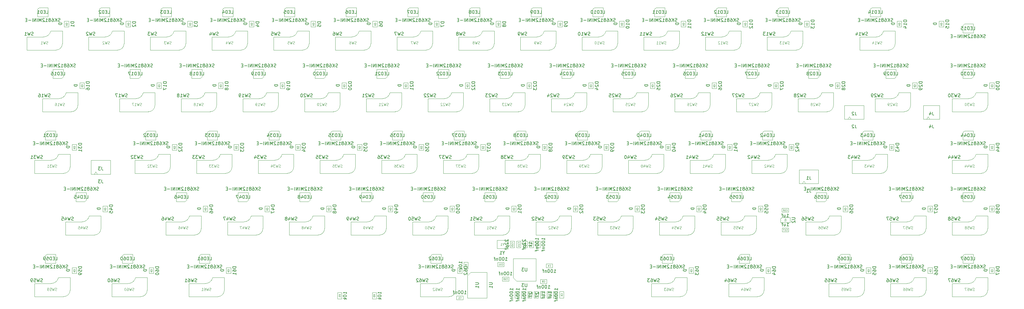
<source format=gbr>
%TF.GenerationSoftware,KiCad,Pcbnew,9.0.2*%
%TF.CreationDate,2025-06-21T23:14:43+02:00*%
%TF.ProjectId,MOD65,4d4f4436-352e-46b6-9963-61645f706362,2*%
%TF.SameCoordinates,Original*%
%TF.FileFunction,AssemblyDrawing,Bot*%
%FSLAX46Y46*%
G04 Gerber Fmt 4.6, Leading zero omitted, Abs format (unit mm)*
G04 Created by KiCad (PCBNEW 9.0.2) date 2025-06-21 23:14:43*
%MOMM*%
%LPD*%
G01*
G04 APERTURE LIST*
%ADD10C,0.150000*%
%ADD11C,0.080000*%
%ADD12C,0.120000*%
%ADD13C,0.060000*%
%ADD14C,0.105000*%
%ADD15C,0.100000*%
%ADD16C,0.050000*%
G04 APERTURE END LIST*
D10*
X46396069Y-112638095D02*
X45396069Y-112638095D01*
X45396069Y-112638095D02*
X45396069Y-112876190D01*
X45396069Y-112876190D02*
X45443688Y-113019047D01*
X45443688Y-113019047D02*
X45538926Y-113114285D01*
X45538926Y-113114285D02*
X45634164Y-113161904D01*
X45634164Y-113161904D02*
X45824640Y-113209523D01*
X45824640Y-113209523D02*
X45967497Y-113209523D01*
X45967497Y-113209523D02*
X46157973Y-113161904D01*
X46157973Y-113161904D02*
X46253211Y-113114285D01*
X46253211Y-113114285D02*
X46348450Y-113019047D01*
X46348450Y-113019047D02*
X46396069Y-112876190D01*
X46396069Y-112876190D02*
X46396069Y-112638095D01*
X50146069Y-111785714D02*
X49146069Y-111785714D01*
X49146069Y-111785714D02*
X49146069Y-112023809D01*
X49146069Y-112023809D02*
X49193688Y-112166666D01*
X49193688Y-112166666D02*
X49288926Y-112261904D01*
X49288926Y-112261904D02*
X49384164Y-112309523D01*
X49384164Y-112309523D02*
X49574640Y-112357142D01*
X49574640Y-112357142D02*
X49717497Y-112357142D01*
X49717497Y-112357142D02*
X49907973Y-112309523D01*
X49907973Y-112309523D02*
X50003211Y-112261904D01*
X50003211Y-112261904D02*
X50098450Y-112166666D01*
X50098450Y-112166666D02*
X50146069Y-112023809D01*
X50146069Y-112023809D02*
X50146069Y-111785714D01*
X49146069Y-113261904D02*
X49146069Y-112785714D01*
X49146069Y-112785714D02*
X49622259Y-112738095D01*
X49622259Y-112738095D02*
X49574640Y-112785714D01*
X49574640Y-112785714D02*
X49527021Y-112880952D01*
X49527021Y-112880952D02*
X49527021Y-113119047D01*
X49527021Y-113119047D02*
X49574640Y-113214285D01*
X49574640Y-113214285D02*
X49622259Y-113261904D01*
X49622259Y-113261904D02*
X49717497Y-113309523D01*
X49717497Y-113309523D02*
X49955592Y-113309523D01*
X49955592Y-113309523D02*
X50050830Y-113261904D01*
X50050830Y-113261904D02*
X50098450Y-113214285D01*
X50098450Y-113214285D02*
X50146069Y-113119047D01*
X50146069Y-113119047D02*
X50146069Y-112880952D01*
X50146069Y-112880952D02*
X50098450Y-112785714D01*
X50098450Y-112785714D02*
X50050830Y-112738095D01*
X50146069Y-113785714D02*
X50146069Y-113976190D01*
X50146069Y-113976190D02*
X50098450Y-114071428D01*
X50098450Y-114071428D02*
X50050830Y-114119047D01*
X50050830Y-114119047D02*
X49907973Y-114214285D01*
X49907973Y-114214285D02*
X49717497Y-114261904D01*
X49717497Y-114261904D02*
X49336545Y-114261904D01*
X49336545Y-114261904D02*
X49241307Y-114214285D01*
X49241307Y-114214285D02*
X49193688Y-114166666D01*
X49193688Y-114166666D02*
X49146069Y-114071428D01*
X49146069Y-114071428D02*
X49146069Y-113880952D01*
X49146069Y-113880952D02*
X49193688Y-113785714D01*
X49193688Y-113785714D02*
X49241307Y-113738095D01*
X49241307Y-113738095D02*
X49336545Y-113690476D01*
X49336545Y-113690476D02*
X49574640Y-113690476D01*
X49574640Y-113690476D02*
X49669878Y-113738095D01*
X49669878Y-113738095D02*
X49717497Y-113785714D01*
X49717497Y-113785714D02*
X49765116Y-113880952D01*
X49765116Y-113880952D02*
X49765116Y-114071428D01*
X49765116Y-114071428D02*
X49717497Y-114166666D01*
X49717497Y-114166666D02*
X49669878Y-114214285D01*
X49669878Y-114214285D02*
X49574640Y-114261904D01*
X181545832Y-88157200D02*
X181402975Y-88204819D01*
X181402975Y-88204819D02*
X181164880Y-88204819D01*
X181164880Y-88204819D02*
X181069642Y-88157200D01*
X181069642Y-88157200D02*
X181022023Y-88109580D01*
X181022023Y-88109580D02*
X180974404Y-88014342D01*
X180974404Y-88014342D02*
X180974404Y-87919104D01*
X180974404Y-87919104D02*
X181022023Y-87823866D01*
X181022023Y-87823866D02*
X181069642Y-87776247D01*
X181069642Y-87776247D02*
X181164880Y-87728628D01*
X181164880Y-87728628D02*
X181355356Y-87681009D01*
X181355356Y-87681009D02*
X181450594Y-87633390D01*
X181450594Y-87633390D02*
X181498213Y-87585771D01*
X181498213Y-87585771D02*
X181545832Y-87490533D01*
X181545832Y-87490533D02*
X181545832Y-87395295D01*
X181545832Y-87395295D02*
X181498213Y-87300057D01*
X181498213Y-87300057D02*
X181450594Y-87252438D01*
X181450594Y-87252438D02*
X181355356Y-87204819D01*
X181355356Y-87204819D02*
X181117261Y-87204819D01*
X181117261Y-87204819D02*
X180974404Y-87252438D01*
X180545832Y-88204819D02*
X180545832Y-87204819D01*
X179974404Y-88204819D02*
X180402975Y-87633390D01*
X179974404Y-87204819D02*
X180545832Y-87776247D01*
X179117261Y-87204819D02*
X179307737Y-87204819D01*
X179307737Y-87204819D02*
X179402975Y-87252438D01*
X179402975Y-87252438D02*
X179450594Y-87300057D01*
X179450594Y-87300057D02*
X179545832Y-87442914D01*
X179545832Y-87442914D02*
X179593451Y-87633390D01*
X179593451Y-87633390D02*
X179593451Y-88014342D01*
X179593451Y-88014342D02*
X179545832Y-88109580D01*
X179545832Y-88109580D02*
X179498213Y-88157200D01*
X179498213Y-88157200D02*
X179402975Y-88204819D01*
X179402975Y-88204819D02*
X179212499Y-88204819D01*
X179212499Y-88204819D02*
X179117261Y-88157200D01*
X179117261Y-88157200D02*
X179069642Y-88109580D01*
X179069642Y-88109580D02*
X179022023Y-88014342D01*
X179022023Y-88014342D02*
X179022023Y-87776247D01*
X179022023Y-87776247D02*
X179069642Y-87681009D01*
X179069642Y-87681009D02*
X179117261Y-87633390D01*
X179117261Y-87633390D02*
X179212499Y-87585771D01*
X179212499Y-87585771D02*
X179402975Y-87585771D01*
X179402975Y-87585771D02*
X179498213Y-87633390D01*
X179498213Y-87633390D02*
X179545832Y-87681009D01*
X179545832Y-87681009D02*
X179593451Y-87776247D01*
X178450594Y-87633390D02*
X178545832Y-87585771D01*
X178545832Y-87585771D02*
X178593451Y-87538152D01*
X178593451Y-87538152D02*
X178641070Y-87442914D01*
X178641070Y-87442914D02*
X178641070Y-87395295D01*
X178641070Y-87395295D02*
X178593451Y-87300057D01*
X178593451Y-87300057D02*
X178545832Y-87252438D01*
X178545832Y-87252438D02*
X178450594Y-87204819D01*
X178450594Y-87204819D02*
X178260118Y-87204819D01*
X178260118Y-87204819D02*
X178164880Y-87252438D01*
X178164880Y-87252438D02*
X178117261Y-87300057D01*
X178117261Y-87300057D02*
X178069642Y-87395295D01*
X178069642Y-87395295D02*
X178069642Y-87442914D01*
X178069642Y-87442914D02*
X178117261Y-87538152D01*
X178117261Y-87538152D02*
X178164880Y-87585771D01*
X178164880Y-87585771D02*
X178260118Y-87633390D01*
X178260118Y-87633390D02*
X178450594Y-87633390D01*
X178450594Y-87633390D02*
X178545832Y-87681009D01*
X178545832Y-87681009D02*
X178593451Y-87728628D01*
X178593451Y-87728628D02*
X178641070Y-87823866D01*
X178641070Y-87823866D02*
X178641070Y-88014342D01*
X178641070Y-88014342D02*
X178593451Y-88109580D01*
X178593451Y-88109580D02*
X178545832Y-88157200D01*
X178545832Y-88157200D02*
X178450594Y-88204819D01*
X178450594Y-88204819D02*
X178260118Y-88204819D01*
X178260118Y-88204819D02*
X178164880Y-88157200D01*
X178164880Y-88157200D02*
X178117261Y-88109580D01*
X178117261Y-88109580D02*
X178069642Y-88014342D01*
X178069642Y-88014342D02*
X178069642Y-87823866D01*
X178069642Y-87823866D02*
X178117261Y-87728628D01*
X178117261Y-87728628D02*
X178164880Y-87681009D01*
X178164880Y-87681009D02*
X178260118Y-87633390D01*
X177117261Y-88204819D02*
X177688689Y-88204819D01*
X177402975Y-88204819D02*
X177402975Y-87204819D01*
X177402975Y-87204819D02*
X177498213Y-87347676D01*
X177498213Y-87347676D02*
X177593451Y-87442914D01*
X177593451Y-87442914D02*
X177688689Y-87490533D01*
X176736308Y-87300057D02*
X176688689Y-87252438D01*
X176688689Y-87252438D02*
X176593451Y-87204819D01*
X176593451Y-87204819D02*
X176355356Y-87204819D01*
X176355356Y-87204819D02*
X176260118Y-87252438D01*
X176260118Y-87252438D02*
X176212499Y-87300057D01*
X176212499Y-87300057D02*
X176164880Y-87395295D01*
X176164880Y-87395295D02*
X176164880Y-87490533D01*
X176164880Y-87490533D02*
X176212499Y-87633390D01*
X176212499Y-87633390D02*
X176783927Y-88204819D01*
X176783927Y-88204819D02*
X176164880Y-88204819D01*
X175736308Y-88204819D02*
X175736308Y-87204819D01*
X175736308Y-87204819D02*
X175402975Y-87919104D01*
X175402975Y-87919104D02*
X175069642Y-87204819D01*
X175069642Y-87204819D02*
X175069642Y-88204819D01*
X174593451Y-88204819D02*
X174593451Y-87204819D01*
X174117261Y-88204819D02*
X174117261Y-87204819D01*
X174117261Y-87204819D02*
X173545833Y-88204819D01*
X173545833Y-88204819D02*
X173545833Y-87204819D01*
X173069642Y-88204819D02*
X173069642Y-87204819D01*
X172593452Y-87823866D02*
X171831548Y-87823866D01*
X171355357Y-87681009D02*
X171022024Y-87681009D01*
X170879167Y-88204819D02*
X171355357Y-88204819D01*
X171355357Y-88204819D02*
X171355357Y-87204819D01*
X171355357Y-87204819D02*
X170879167Y-87204819D01*
X177807738Y-90704819D02*
X178283928Y-90704819D01*
X178283928Y-90704819D02*
X178283928Y-89704819D01*
X177474404Y-90181009D02*
X177141071Y-90181009D01*
X176998214Y-90704819D02*
X177474404Y-90704819D01*
X177474404Y-90704819D02*
X177474404Y-89704819D01*
X177474404Y-89704819D02*
X176998214Y-89704819D01*
X176569642Y-90704819D02*
X176569642Y-89704819D01*
X176569642Y-89704819D02*
X176331547Y-89704819D01*
X176331547Y-89704819D02*
X176188690Y-89752438D01*
X176188690Y-89752438D02*
X176093452Y-89847676D01*
X176093452Y-89847676D02*
X176045833Y-89942914D01*
X176045833Y-89942914D02*
X175998214Y-90133390D01*
X175998214Y-90133390D02*
X175998214Y-90276247D01*
X175998214Y-90276247D02*
X176045833Y-90466723D01*
X176045833Y-90466723D02*
X176093452Y-90561961D01*
X176093452Y-90561961D02*
X176188690Y-90657200D01*
X176188690Y-90657200D02*
X176331547Y-90704819D01*
X176331547Y-90704819D02*
X176569642Y-90704819D01*
X175093452Y-89704819D02*
X175569642Y-89704819D01*
X175569642Y-89704819D02*
X175617261Y-90181009D01*
X175617261Y-90181009D02*
X175569642Y-90133390D01*
X175569642Y-90133390D02*
X175474404Y-90085771D01*
X175474404Y-90085771D02*
X175236309Y-90085771D01*
X175236309Y-90085771D02*
X175141071Y-90133390D01*
X175141071Y-90133390D02*
X175093452Y-90181009D01*
X175093452Y-90181009D02*
X175045833Y-90276247D01*
X175045833Y-90276247D02*
X175045833Y-90514342D01*
X175045833Y-90514342D02*
X175093452Y-90609580D01*
X175093452Y-90609580D02*
X175141071Y-90657200D01*
X175141071Y-90657200D02*
X175236309Y-90704819D01*
X175236309Y-90704819D02*
X175474404Y-90704819D01*
X175474404Y-90704819D02*
X175569642Y-90657200D01*
X175569642Y-90657200D02*
X175617261Y-90609580D01*
X174093452Y-90704819D02*
X174664880Y-90704819D01*
X174379166Y-90704819D02*
X174379166Y-89704819D01*
X174379166Y-89704819D02*
X174474404Y-89847676D01*
X174474404Y-89847676D02*
X174569642Y-89942914D01*
X174569642Y-89942914D02*
X174664880Y-89990533D01*
X124395832Y-88157200D02*
X124252975Y-88204819D01*
X124252975Y-88204819D02*
X124014880Y-88204819D01*
X124014880Y-88204819D02*
X123919642Y-88157200D01*
X123919642Y-88157200D02*
X123872023Y-88109580D01*
X123872023Y-88109580D02*
X123824404Y-88014342D01*
X123824404Y-88014342D02*
X123824404Y-87919104D01*
X123824404Y-87919104D02*
X123872023Y-87823866D01*
X123872023Y-87823866D02*
X123919642Y-87776247D01*
X123919642Y-87776247D02*
X124014880Y-87728628D01*
X124014880Y-87728628D02*
X124205356Y-87681009D01*
X124205356Y-87681009D02*
X124300594Y-87633390D01*
X124300594Y-87633390D02*
X124348213Y-87585771D01*
X124348213Y-87585771D02*
X124395832Y-87490533D01*
X124395832Y-87490533D02*
X124395832Y-87395295D01*
X124395832Y-87395295D02*
X124348213Y-87300057D01*
X124348213Y-87300057D02*
X124300594Y-87252438D01*
X124300594Y-87252438D02*
X124205356Y-87204819D01*
X124205356Y-87204819D02*
X123967261Y-87204819D01*
X123967261Y-87204819D02*
X123824404Y-87252438D01*
X123395832Y-88204819D02*
X123395832Y-87204819D01*
X122824404Y-88204819D02*
X123252975Y-87633390D01*
X122824404Y-87204819D02*
X123395832Y-87776247D01*
X121967261Y-87204819D02*
X122157737Y-87204819D01*
X122157737Y-87204819D02*
X122252975Y-87252438D01*
X122252975Y-87252438D02*
X122300594Y-87300057D01*
X122300594Y-87300057D02*
X122395832Y-87442914D01*
X122395832Y-87442914D02*
X122443451Y-87633390D01*
X122443451Y-87633390D02*
X122443451Y-88014342D01*
X122443451Y-88014342D02*
X122395832Y-88109580D01*
X122395832Y-88109580D02*
X122348213Y-88157200D01*
X122348213Y-88157200D02*
X122252975Y-88204819D01*
X122252975Y-88204819D02*
X122062499Y-88204819D01*
X122062499Y-88204819D02*
X121967261Y-88157200D01*
X121967261Y-88157200D02*
X121919642Y-88109580D01*
X121919642Y-88109580D02*
X121872023Y-88014342D01*
X121872023Y-88014342D02*
X121872023Y-87776247D01*
X121872023Y-87776247D02*
X121919642Y-87681009D01*
X121919642Y-87681009D02*
X121967261Y-87633390D01*
X121967261Y-87633390D02*
X122062499Y-87585771D01*
X122062499Y-87585771D02*
X122252975Y-87585771D01*
X122252975Y-87585771D02*
X122348213Y-87633390D01*
X122348213Y-87633390D02*
X122395832Y-87681009D01*
X122395832Y-87681009D02*
X122443451Y-87776247D01*
X121300594Y-87633390D02*
X121395832Y-87585771D01*
X121395832Y-87585771D02*
X121443451Y-87538152D01*
X121443451Y-87538152D02*
X121491070Y-87442914D01*
X121491070Y-87442914D02*
X121491070Y-87395295D01*
X121491070Y-87395295D02*
X121443451Y-87300057D01*
X121443451Y-87300057D02*
X121395832Y-87252438D01*
X121395832Y-87252438D02*
X121300594Y-87204819D01*
X121300594Y-87204819D02*
X121110118Y-87204819D01*
X121110118Y-87204819D02*
X121014880Y-87252438D01*
X121014880Y-87252438D02*
X120967261Y-87300057D01*
X120967261Y-87300057D02*
X120919642Y-87395295D01*
X120919642Y-87395295D02*
X120919642Y-87442914D01*
X120919642Y-87442914D02*
X120967261Y-87538152D01*
X120967261Y-87538152D02*
X121014880Y-87585771D01*
X121014880Y-87585771D02*
X121110118Y-87633390D01*
X121110118Y-87633390D02*
X121300594Y-87633390D01*
X121300594Y-87633390D02*
X121395832Y-87681009D01*
X121395832Y-87681009D02*
X121443451Y-87728628D01*
X121443451Y-87728628D02*
X121491070Y-87823866D01*
X121491070Y-87823866D02*
X121491070Y-88014342D01*
X121491070Y-88014342D02*
X121443451Y-88109580D01*
X121443451Y-88109580D02*
X121395832Y-88157200D01*
X121395832Y-88157200D02*
X121300594Y-88204819D01*
X121300594Y-88204819D02*
X121110118Y-88204819D01*
X121110118Y-88204819D02*
X121014880Y-88157200D01*
X121014880Y-88157200D02*
X120967261Y-88109580D01*
X120967261Y-88109580D02*
X120919642Y-88014342D01*
X120919642Y-88014342D02*
X120919642Y-87823866D01*
X120919642Y-87823866D02*
X120967261Y-87728628D01*
X120967261Y-87728628D02*
X121014880Y-87681009D01*
X121014880Y-87681009D02*
X121110118Y-87633390D01*
X119967261Y-88204819D02*
X120538689Y-88204819D01*
X120252975Y-88204819D02*
X120252975Y-87204819D01*
X120252975Y-87204819D02*
X120348213Y-87347676D01*
X120348213Y-87347676D02*
X120443451Y-87442914D01*
X120443451Y-87442914D02*
X120538689Y-87490533D01*
X119586308Y-87300057D02*
X119538689Y-87252438D01*
X119538689Y-87252438D02*
X119443451Y-87204819D01*
X119443451Y-87204819D02*
X119205356Y-87204819D01*
X119205356Y-87204819D02*
X119110118Y-87252438D01*
X119110118Y-87252438D02*
X119062499Y-87300057D01*
X119062499Y-87300057D02*
X119014880Y-87395295D01*
X119014880Y-87395295D02*
X119014880Y-87490533D01*
X119014880Y-87490533D02*
X119062499Y-87633390D01*
X119062499Y-87633390D02*
X119633927Y-88204819D01*
X119633927Y-88204819D02*
X119014880Y-88204819D01*
X118586308Y-88204819D02*
X118586308Y-87204819D01*
X118586308Y-87204819D02*
X118252975Y-87919104D01*
X118252975Y-87919104D02*
X117919642Y-87204819D01*
X117919642Y-87204819D02*
X117919642Y-88204819D01*
X117443451Y-88204819D02*
X117443451Y-87204819D01*
X116967261Y-88204819D02*
X116967261Y-87204819D01*
X116967261Y-87204819D02*
X116395833Y-88204819D01*
X116395833Y-88204819D02*
X116395833Y-87204819D01*
X115919642Y-88204819D02*
X115919642Y-87204819D01*
X115443452Y-87823866D02*
X114681548Y-87823866D01*
X114205357Y-87681009D02*
X113872024Y-87681009D01*
X113729167Y-88204819D02*
X114205357Y-88204819D01*
X114205357Y-88204819D02*
X114205357Y-87204819D01*
X114205357Y-87204819D02*
X113729167Y-87204819D01*
X120657738Y-90704819D02*
X121133928Y-90704819D01*
X121133928Y-90704819D02*
X121133928Y-89704819D01*
X120324404Y-90181009D02*
X119991071Y-90181009D01*
X119848214Y-90704819D02*
X120324404Y-90704819D01*
X120324404Y-90704819D02*
X120324404Y-89704819D01*
X120324404Y-89704819D02*
X119848214Y-89704819D01*
X119419642Y-90704819D02*
X119419642Y-89704819D01*
X119419642Y-89704819D02*
X119181547Y-89704819D01*
X119181547Y-89704819D02*
X119038690Y-89752438D01*
X119038690Y-89752438D02*
X118943452Y-89847676D01*
X118943452Y-89847676D02*
X118895833Y-89942914D01*
X118895833Y-89942914D02*
X118848214Y-90133390D01*
X118848214Y-90133390D02*
X118848214Y-90276247D01*
X118848214Y-90276247D02*
X118895833Y-90466723D01*
X118895833Y-90466723D02*
X118943452Y-90561961D01*
X118943452Y-90561961D02*
X119038690Y-90657200D01*
X119038690Y-90657200D02*
X119181547Y-90704819D01*
X119181547Y-90704819D02*
X119419642Y-90704819D01*
X117991071Y-90038152D02*
X117991071Y-90704819D01*
X118229166Y-89657200D02*
X118467261Y-90371485D01*
X118467261Y-90371485D02*
X117848214Y-90371485D01*
X117324404Y-90133390D02*
X117419642Y-90085771D01*
X117419642Y-90085771D02*
X117467261Y-90038152D01*
X117467261Y-90038152D02*
X117514880Y-89942914D01*
X117514880Y-89942914D02*
X117514880Y-89895295D01*
X117514880Y-89895295D02*
X117467261Y-89800057D01*
X117467261Y-89800057D02*
X117419642Y-89752438D01*
X117419642Y-89752438D02*
X117324404Y-89704819D01*
X117324404Y-89704819D02*
X117133928Y-89704819D01*
X117133928Y-89704819D02*
X117038690Y-89752438D01*
X117038690Y-89752438D02*
X116991071Y-89800057D01*
X116991071Y-89800057D02*
X116943452Y-89895295D01*
X116943452Y-89895295D02*
X116943452Y-89942914D01*
X116943452Y-89942914D02*
X116991071Y-90038152D01*
X116991071Y-90038152D02*
X117038690Y-90085771D01*
X117038690Y-90085771D02*
X117133928Y-90133390D01*
X117133928Y-90133390D02*
X117324404Y-90133390D01*
X117324404Y-90133390D02*
X117419642Y-90181009D01*
X117419642Y-90181009D02*
X117467261Y-90228628D01*
X117467261Y-90228628D02*
X117514880Y-90323866D01*
X117514880Y-90323866D02*
X117514880Y-90514342D01*
X117514880Y-90514342D02*
X117467261Y-90609580D01*
X117467261Y-90609580D02*
X117419642Y-90657200D01*
X117419642Y-90657200D02*
X117324404Y-90704819D01*
X117324404Y-90704819D02*
X117133928Y-90704819D01*
X117133928Y-90704819D02*
X117038690Y-90657200D01*
X117038690Y-90657200D02*
X116991071Y-90609580D01*
X116991071Y-90609580D02*
X116943452Y-90514342D01*
X116943452Y-90514342D02*
X116943452Y-90323866D01*
X116943452Y-90323866D02*
X116991071Y-90228628D01*
X116991071Y-90228628D02*
X117038690Y-90181009D01*
X117038690Y-90181009D02*
X117133928Y-90133390D01*
X167604819Y-110804761D02*
X167604819Y-110233333D01*
X167604819Y-110519047D02*
X166604819Y-110519047D01*
X166604819Y-110519047D02*
X166747676Y-110423809D01*
X166747676Y-110423809D02*
X166842914Y-110328571D01*
X166842914Y-110328571D02*
X166890533Y-110233333D01*
X166604819Y-111423809D02*
X166604819Y-111519047D01*
X166604819Y-111519047D02*
X166652438Y-111614285D01*
X166652438Y-111614285D02*
X166700057Y-111661904D01*
X166700057Y-111661904D02*
X166795295Y-111709523D01*
X166795295Y-111709523D02*
X166985771Y-111757142D01*
X166985771Y-111757142D02*
X167223866Y-111757142D01*
X167223866Y-111757142D02*
X167414342Y-111709523D01*
X167414342Y-111709523D02*
X167509580Y-111661904D01*
X167509580Y-111661904D02*
X167557200Y-111614285D01*
X167557200Y-111614285D02*
X167604819Y-111519047D01*
X167604819Y-111519047D02*
X167604819Y-111423809D01*
X167604819Y-111423809D02*
X167557200Y-111328571D01*
X167557200Y-111328571D02*
X167509580Y-111280952D01*
X167509580Y-111280952D02*
X167414342Y-111233333D01*
X167414342Y-111233333D02*
X167223866Y-111185714D01*
X167223866Y-111185714D02*
X166985771Y-111185714D01*
X166985771Y-111185714D02*
X166795295Y-111233333D01*
X166795295Y-111233333D02*
X166700057Y-111280952D01*
X166700057Y-111280952D02*
X166652438Y-111328571D01*
X166652438Y-111328571D02*
X166604819Y-111423809D01*
X167604819Y-112185714D02*
X166604819Y-112185714D01*
X167223866Y-112280952D02*
X167604819Y-112566666D01*
X166938152Y-112566666D02*
X167319104Y-112185714D01*
D11*
X169027149Y-111316666D02*
X168789054Y-111150000D01*
X169027149Y-111030952D02*
X168527149Y-111030952D01*
X168527149Y-111030952D02*
X168527149Y-111221428D01*
X168527149Y-111221428D02*
X168550959Y-111269047D01*
X168550959Y-111269047D02*
X168574768Y-111292857D01*
X168574768Y-111292857D02*
X168622387Y-111316666D01*
X168622387Y-111316666D02*
X168693816Y-111316666D01*
X168693816Y-111316666D02*
X168741435Y-111292857D01*
X168741435Y-111292857D02*
X168765244Y-111269047D01*
X168765244Y-111269047D02*
X168789054Y-111221428D01*
X168789054Y-111221428D02*
X168789054Y-111030952D01*
X169027149Y-111792857D02*
X169027149Y-111507143D01*
X169027149Y-111650000D02*
X168527149Y-111650000D01*
X168527149Y-111650000D02*
X168598578Y-111602381D01*
X168598578Y-111602381D02*
X168646197Y-111554762D01*
X168646197Y-111554762D02*
X168670006Y-111507143D01*
D10*
X202347023Y-78357200D02*
X202204166Y-78404819D01*
X202204166Y-78404819D02*
X201966071Y-78404819D01*
X201966071Y-78404819D02*
X201870833Y-78357200D01*
X201870833Y-78357200D02*
X201823214Y-78309580D01*
X201823214Y-78309580D02*
X201775595Y-78214342D01*
X201775595Y-78214342D02*
X201775595Y-78119104D01*
X201775595Y-78119104D02*
X201823214Y-78023866D01*
X201823214Y-78023866D02*
X201870833Y-77976247D01*
X201870833Y-77976247D02*
X201966071Y-77928628D01*
X201966071Y-77928628D02*
X202156547Y-77881009D01*
X202156547Y-77881009D02*
X202251785Y-77833390D01*
X202251785Y-77833390D02*
X202299404Y-77785771D01*
X202299404Y-77785771D02*
X202347023Y-77690533D01*
X202347023Y-77690533D02*
X202347023Y-77595295D01*
X202347023Y-77595295D02*
X202299404Y-77500057D01*
X202299404Y-77500057D02*
X202251785Y-77452438D01*
X202251785Y-77452438D02*
X202156547Y-77404819D01*
X202156547Y-77404819D02*
X201918452Y-77404819D01*
X201918452Y-77404819D02*
X201775595Y-77452438D01*
X201442261Y-77404819D02*
X201204166Y-78404819D01*
X201204166Y-78404819D02*
X201013690Y-77690533D01*
X201013690Y-77690533D02*
X200823214Y-78404819D01*
X200823214Y-78404819D02*
X200585119Y-77404819D01*
X200299404Y-77404819D02*
X199680357Y-77404819D01*
X199680357Y-77404819D02*
X200013690Y-77785771D01*
X200013690Y-77785771D02*
X199870833Y-77785771D01*
X199870833Y-77785771D02*
X199775595Y-77833390D01*
X199775595Y-77833390D02*
X199727976Y-77881009D01*
X199727976Y-77881009D02*
X199680357Y-77976247D01*
X199680357Y-77976247D02*
X199680357Y-78214342D01*
X199680357Y-78214342D02*
X199727976Y-78309580D01*
X199727976Y-78309580D02*
X199775595Y-78357200D01*
X199775595Y-78357200D02*
X199870833Y-78404819D01*
X199870833Y-78404819D02*
X200156547Y-78404819D01*
X200156547Y-78404819D02*
X200251785Y-78357200D01*
X200251785Y-78357200D02*
X200299404Y-78309580D01*
X199204166Y-78404819D02*
X199013690Y-78404819D01*
X199013690Y-78404819D02*
X198918452Y-78357200D01*
X198918452Y-78357200D02*
X198870833Y-78309580D01*
X198870833Y-78309580D02*
X198775595Y-78166723D01*
X198775595Y-78166723D02*
X198727976Y-77976247D01*
X198727976Y-77976247D02*
X198727976Y-77595295D01*
X198727976Y-77595295D02*
X198775595Y-77500057D01*
X198775595Y-77500057D02*
X198823214Y-77452438D01*
X198823214Y-77452438D02*
X198918452Y-77404819D01*
X198918452Y-77404819D02*
X199108928Y-77404819D01*
X199108928Y-77404819D02*
X199204166Y-77452438D01*
X199204166Y-77452438D02*
X199251785Y-77500057D01*
X199251785Y-77500057D02*
X199299404Y-77595295D01*
X199299404Y-77595295D02*
X199299404Y-77833390D01*
X199299404Y-77833390D02*
X199251785Y-77928628D01*
X199251785Y-77928628D02*
X199204166Y-77976247D01*
X199204166Y-77976247D02*
X199108928Y-78023866D01*
X199108928Y-78023866D02*
X198918452Y-78023866D01*
X198918452Y-78023866D02*
X198823214Y-77976247D01*
X198823214Y-77976247D02*
X198775595Y-77928628D01*
X198775595Y-77928628D02*
X198727976Y-77833390D01*
D12*
X206735119Y-81025760D02*
X206620833Y-81063855D01*
X206620833Y-81063855D02*
X206430357Y-81063855D01*
X206430357Y-81063855D02*
X206354166Y-81025760D01*
X206354166Y-81025760D02*
X206316071Y-80987664D01*
X206316071Y-80987664D02*
X206277976Y-80911474D01*
X206277976Y-80911474D02*
X206277976Y-80835283D01*
X206277976Y-80835283D02*
X206316071Y-80759093D01*
X206316071Y-80759093D02*
X206354166Y-80720998D01*
X206354166Y-80720998D02*
X206430357Y-80682902D01*
X206430357Y-80682902D02*
X206582738Y-80644807D01*
X206582738Y-80644807D02*
X206658928Y-80606712D01*
X206658928Y-80606712D02*
X206697023Y-80568617D01*
X206697023Y-80568617D02*
X206735119Y-80492426D01*
X206735119Y-80492426D02*
X206735119Y-80416236D01*
X206735119Y-80416236D02*
X206697023Y-80340045D01*
X206697023Y-80340045D02*
X206658928Y-80301950D01*
X206658928Y-80301950D02*
X206582738Y-80263855D01*
X206582738Y-80263855D02*
X206392261Y-80263855D01*
X206392261Y-80263855D02*
X206277976Y-80301950D01*
X206011309Y-80263855D02*
X205820833Y-81063855D01*
X205820833Y-81063855D02*
X205668452Y-80492426D01*
X205668452Y-80492426D02*
X205516071Y-81063855D01*
X205516071Y-81063855D02*
X205325595Y-80263855D01*
X205097023Y-80263855D02*
X204601785Y-80263855D01*
X204601785Y-80263855D02*
X204868451Y-80568617D01*
X204868451Y-80568617D02*
X204754166Y-80568617D01*
X204754166Y-80568617D02*
X204677975Y-80606712D01*
X204677975Y-80606712D02*
X204639880Y-80644807D01*
X204639880Y-80644807D02*
X204601785Y-80720998D01*
X204601785Y-80720998D02*
X204601785Y-80911474D01*
X204601785Y-80911474D02*
X204639880Y-80987664D01*
X204639880Y-80987664D02*
X204677975Y-81025760D01*
X204677975Y-81025760D02*
X204754166Y-81063855D01*
X204754166Y-81063855D02*
X204982737Y-81063855D01*
X204982737Y-81063855D02*
X205058928Y-81025760D01*
X205058928Y-81025760D02*
X205097023Y-80987664D01*
X204220832Y-81063855D02*
X204068451Y-81063855D01*
X204068451Y-81063855D02*
X203992261Y-81025760D01*
X203992261Y-81025760D02*
X203954165Y-80987664D01*
X203954165Y-80987664D02*
X203877975Y-80873379D01*
X203877975Y-80873379D02*
X203839880Y-80720998D01*
X203839880Y-80720998D02*
X203839880Y-80416236D01*
X203839880Y-80416236D02*
X203877975Y-80340045D01*
X203877975Y-80340045D02*
X203916070Y-80301950D01*
X203916070Y-80301950D02*
X203992261Y-80263855D01*
X203992261Y-80263855D02*
X204144642Y-80263855D01*
X204144642Y-80263855D02*
X204220832Y-80301950D01*
X204220832Y-80301950D02*
X204258927Y-80340045D01*
X204258927Y-80340045D02*
X204297023Y-80416236D01*
X204297023Y-80416236D02*
X204297023Y-80606712D01*
X204297023Y-80606712D02*
X204258927Y-80682902D01*
X204258927Y-80682902D02*
X204220832Y-80720998D01*
X204220832Y-80720998D02*
X204144642Y-80759093D01*
X204144642Y-80759093D02*
X203992261Y-80759093D01*
X203992261Y-80759093D02*
X203916070Y-80720998D01*
X203916070Y-80720998D02*
X203877975Y-80682902D01*
X203877975Y-80682902D02*
X203839880Y-80606712D01*
D10*
X163077319Y-93588095D02*
X162077319Y-93588095D01*
X162077319Y-93588095D02*
X162077319Y-93826190D01*
X162077319Y-93826190D02*
X162124938Y-93969047D01*
X162124938Y-93969047D02*
X162220176Y-94064285D01*
X162220176Y-94064285D02*
X162315414Y-94111904D01*
X162315414Y-94111904D02*
X162505890Y-94159523D01*
X162505890Y-94159523D02*
X162648747Y-94159523D01*
X162648747Y-94159523D02*
X162839223Y-94111904D01*
X162839223Y-94111904D02*
X162934461Y-94064285D01*
X162934461Y-94064285D02*
X163029700Y-93969047D01*
X163029700Y-93969047D02*
X163077319Y-93826190D01*
X163077319Y-93826190D02*
X163077319Y-93588095D01*
X166827319Y-92735714D02*
X165827319Y-92735714D01*
X165827319Y-92735714D02*
X165827319Y-92973809D01*
X165827319Y-92973809D02*
X165874938Y-93116666D01*
X165874938Y-93116666D02*
X165970176Y-93211904D01*
X165970176Y-93211904D02*
X166065414Y-93259523D01*
X166065414Y-93259523D02*
X166255890Y-93307142D01*
X166255890Y-93307142D02*
X166398747Y-93307142D01*
X166398747Y-93307142D02*
X166589223Y-93259523D01*
X166589223Y-93259523D02*
X166684461Y-93211904D01*
X166684461Y-93211904D02*
X166779700Y-93116666D01*
X166779700Y-93116666D02*
X166827319Y-92973809D01*
X166827319Y-92973809D02*
X166827319Y-92735714D01*
X165827319Y-94211904D02*
X165827319Y-93735714D01*
X165827319Y-93735714D02*
X166303509Y-93688095D01*
X166303509Y-93688095D02*
X166255890Y-93735714D01*
X166255890Y-93735714D02*
X166208271Y-93830952D01*
X166208271Y-93830952D02*
X166208271Y-94069047D01*
X166208271Y-94069047D02*
X166255890Y-94164285D01*
X166255890Y-94164285D02*
X166303509Y-94211904D01*
X166303509Y-94211904D02*
X166398747Y-94259523D01*
X166398747Y-94259523D02*
X166636842Y-94259523D01*
X166636842Y-94259523D02*
X166732080Y-94211904D01*
X166732080Y-94211904D02*
X166779700Y-94164285D01*
X166779700Y-94164285D02*
X166827319Y-94069047D01*
X166827319Y-94069047D02*
X166827319Y-93830952D01*
X166827319Y-93830952D02*
X166779700Y-93735714D01*
X166779700Y-93735714D02*
X166732080Y-93688095D01*
X165827319Y-94878571D02*
X165827319Y-94973809D01*
X165827319Y-94973809D02*
X165874938Y-95069047D01*
X165874938Y-95069047D02*
X165922557Y-95116666D01*
X165922557Y-95116666D02*
X166017795Y-95164285D01*
X166017795Y-95164285D02*
X166208271Y-95211904D01*
X166208271Y-95211904D02*
X166446366Y-95211904D01*
X166446366Y-95211904D02*
X166636842Y-95164285D01*
X166636842Y-95164285D02*
X166732080Y-95116666D01*
X166732080Y-95116666D02*
X166779700Y-95069047D01*
X166779700Y-95069047D02*
X166827319Y-94973809D01*
X166827319Y-94973809D02*
X166827319Y-94878571D01*
X166827319Y-94878571D02*
X166779700Y-94783333D01*
X166779700Y-94783333D02*
X166732080Y-94735714D01*
X166732080Y-94735714D02*
X166636842Y-94688095D01*
X166636842Y-94688095D02*
X166446366Y-94640476D01*
X166446366Y-94640476D02*
X166208271Y-94640476D01*
X166208271Y-94640476D02*
X166017795Y-94688095D01*
X166017795Y-94688095D02*
X165922557Y-94735714D01*
X165922557Y-94735714D02*
X165874938Y-94783333D01*
X165874938Y-94783333D02*
X165827319Y-94878571D01*
X249972023Y-97407200D02*
X249829166Y-97454819D01*
X249829166Y-97454819D02*
X249591071Y-97454819D01*
X249591071Y-97454819D02*
X249495833Y-97407200D01*
X249495833Y-97407200D02*
X249448214Y-97359580D01*
X249448214Y-97359580D02*
X249400595Y-97264342D01*
X249400595Y-97264342D02*
X249400595Y-97169104D01*
X249400595Y-97169104D02*
X249448214Y-97073866D01*
X249448214Y-97073866D02*
X249495833Y-97026247D01*
X249495833Y-97026247D02*
X249591071Y-96978628D01*
X249591071Y-96978628D02*
X249781547Y-96931009D01*
X249781547Y-96931009D02*
X249876785Y-96883390D01*
X249876785Y-96883390D02*
X249924404Y-96835771D01*
X249924404Y-96835771D02*
X249972023Y-96740533D01*
X249972023Y-96740533D02*
X249972023Y-96645295D01*
X249972023Y-96645295D02*
X249924404Y-96550057D01*
X249924404Y-96550057D02*
X249876785Y-96502438D01*
X249876785Y-96502438D02*
X249781547Y-96454819D01*
X249781547Y-96454819D02*
X249543452Y-96454819D01*
X249543452Y-96454819D02*
X249400595Y-96502438D01*
X249067261Y-96454819D02*
X248829166Y-97454819D01*
X248829166Y-97454819D02*
X248638690Y-96740533D01*
X248638690Y-96740533D02*
X248448214Y-97454819D01*
X248448214Y-97454819D02*
X248210119Y-96454819D01*
X247352976Y-96454819D02*
X247829166Y-96454819D01*
X247829166Y-96454819D02*
X247876785Y-96931009D01*
X247876785Y-96931009D02*
X247829166Y-96883390D01*
X247829166Y-96883390D02*
X247733928Y-96835771D01*
X247733928Y-96835771D02*
X247495833Y-96835771D01*
X247495833Y-96835771D02*
X247400595Y-96883390D01*
X247400595Y-96883390D02*
X247352976Y-96931009D01*
X247352976Y-96931009D02*
X247305357Y-97026247D01*
X247305357Y-97026247D02*
X247305357Y-97264342D01*
X247305357Y-97264342D02*
X247352976Y-97359580D01*
X247352976Y-97359580D02*
X247400595Y-97407200D01*
X247400595Y-97407200D02*
X247495833Y-97454819D01*
X247495833Y-97454819D02*
X247733928Y-97454819D01*
X247733928Y-97454819D02*
X247829166Y-97407200D01*
X247829166Y-97407200D02*
X247876785Y-97359580D01*
X246400595Y-96454819D02*
X246876785Y-96454819D01*
X246876785Y-96454819D02*
X246924404Y-96931009D01*
X246924404Y-96931009D02*
X246876785Y-96883390D01*
X246876785Y-96883390D02*
X246781547Y-96835771D01*
X246781547Y-96835771D02*
X246543452Y-96835771D01*
X246543452Y-96835771D02*
X246448214Y-96883390D01*
X246448214Y-96883390D02*
X246400595Y-96931009D01*
X246400595Y-96931009D02*
X246352976Y-97026247D01*
X246352976Y-97026247D02*
X246352976Y-97264342D01*
X246352976Y-97264342D02*
X246400595Y-97359580D01*
X246400595Y-97359580D02*
X246448214Y-97407200D01*
X246448214Y-97407200D02*
X246543452Y-97454819D01*
X246543452Y-97454819D02*
X246781547Y-97454819D01*
X246781547Y-97454819D02*
X246876785Y-97407200D01*
X246876785Y-97407200D02*
X246924404Y-97359580D01*
D12*
X254360119Y-100075760D02*
X254245833Y-100113855D01*
X254245833Y-100113855D02*
X254055357Y-100113855D01*
X254055357Y-100113855D02*
X253979166Y-100075760D01*
X253979166Y-100075760D02*
X253941071Y-100037664D01*
X253941071Y-100037664D02*
X253902976Y-99961474D01*
X253902976Y-99961474D02*
X253902976Y-99885283D01*
X253902976Y-99885283D02*
X253941071Y-99809093D01*
X253941071Y-99809093D02*
X253979166Y-99770998D01*
X253979166Y-99770998D02*
X254055357Y-99732902D01*
X254055357Y-99732902D02*
X254207738Y-99694807D01*
X254207738Y-99694807D02*
X254283928Y-99656712D01*
X254283928Y-99656712D02*
X254322023Y-99618617D01*
X254322023Y-99618617D02*
X254360119Y-99542426D01*
X254360119Y-99542426D02*
X254360119Y-99466236D01*
X254360119Y-99466236D02*
X254322023Y-99390045D01*
X254322023Y-99390045D02*
X254283928Y-99351950D01*
X254283928Y-99351950D02*
X254207738Y-99313855D01*
X254207738Y-99313855D02*
X254017261Y-99313855D01*
X254017261Y-99313855D02*
X253902976Y-99351950D01*
X253636309Y-99313855D02*
X253445833Y-100113855D01*
X253445833Y-100113855D02*
X253293452Y-99542426D01*
X253293452Y-99542426D02*
X253141071Y-100113855D01*
X253141071Y-100113855D02*
X252950595Y-99313855D01*
X252264880Y-99313855D02*
X252645832Y-99313855D01*
X252645832Y-99313855D02*
X252683928Y-99694807D01*
X252683928Y-99694807D02*
X252645832Y-99656712D01*
X252645832Y-99656712D02*
X252569642Y-99618617D01*
X252569642Y-99618617D02*
X252379166Y-99618617D01*
X252379166Y-99618617D02*
X252302975Y-99656712D01*
X252302975Y-99656712D02*
X252264880Y-99694807D01*
X252264880Y-99694807D02*
X252226785Y-99770998D01*
X252226785Y-99770998D02*
X252226785Y-99961474D01*
X252226785Y-99961474D02*
X252264880Y-100037664D01*
X252264880Y-100037664D02*
X252302975Y-100075760D01*
X252302975Y-100075760D02*
X252379166Y-100113855D01*
X252379166Y-100113855D02*
X252569642Y-100113855D01*
X252569642Y-100113855D02*
X252645832Y-100075760D01*
X252645832Y-100075760D02*
X252683928Y-100037664D01*
X251502975Y-99313855D02*
X251883927Y-99313855D01*
X251883927Y-99313855D02*
X251922023Y-99694807D01*
X251922023Y-99694807D02*
X251883927Y-99656712D01*
X251883927Y-99656712D02*
X251807737Y-99618617D01*
X251807737Y-99618617D02*
X251617261Y-99618617D01*
X251617261Y-99618617D02*
X251541070Y-99656712D01*
X251541070Y-99656712D02*
X251502975Y-99694807D01*
X251502975Y-99694807D02*
X251464880Y-99770998D01*
X251464880Y-99770998D02*
X251464880Y-99961474D01*
X251464880Y-99961474D02*
X251502975Y-100037664D01*
X251502975Y-100037664D02*
X251541070Y-100075760D01*
X251541070Y-100075760D02*
X251617261Y-100113855D01*
X251617261Y-100113855D02*
X251807737Y-100113855D01*
X251807737Y-100113855D02*
X251883927Y-100075760D01*
X251883927Y-100075760D02*
X251922023Y-100037664D01*
D10*
X244039819Y-55488095D02*
X243039819Y-55488095D01*
X243039819Y-55488095D02*
X243039819Y-55726190D01*
X243039819Y-55726190D02*
X243087438Y-55869047D01*
X243087438Y-55869047D02*
X243182676Y-55964285D01*
X243182676Y-55964285D02*
X243277914Y-56011904D01*
X243277914Y-56011904D02*
X243468390Y-56059523D01*
X243468390Y-56059523D02*
X243611247Y-56059523D01*
X243611247Y-56059523D02*
X243801723Y-56011904D01*
X243801723Y-56011904D02*
X243896961Y-55964285D01*
X243896961Y-55964285D02*
X243992200Y-55869047D01*
X243992200Y-55869047D02*
X244039819Y-55726190D01*
X244039819Y-55726190D02*
X244039819Y-55488095D01*
X247789819Y-54635714D02*
X246789819Y-54635714D01*
X246789819Y-54635714D02*
X246789819Y-54873809D01*
X246789819Y-54873809D02*
X246837438Y-55016666D01*
X246837438Y-55016666D02*
X246932676Y-55111904D01*
X246932676Y-55111904D02*
X247027914Y-55159523D01*
X247027914Y-55159523D02*
X247218390Y-55207142D01*
X247218390Y-55207142D02*
X247361247Y-55207142D01*
X247361247Y-55207142D02*
X247551723Y-55159523D01*
X247551723Y-55159523D02*
X247646961Y-55111904D01*
X247646961Y-55111904D02*
X247742200Y-55016666D01*
X247742200Y-55016666D02*
X247789819Y-54873809D01*
X247789819Y-54873809D02*
X247789819Y-54635714D01*
X246885057Y-55588095D02*
X246837438Y-55635714D01*
X246837438Y-55635714D02*
X246789819Y-55730952D01*
X246789819Y-55730952D02*
X246789819Y-55969047D01*
X246789819Y-55969047D02*
X246837438Y-56064285D01*
X246837438Y-56064285D02*
X246885057Y-56111904D01*
X246885057Y-56111904D02*
X246980295Y-56159523D01*
X246980295Y-56159523D02*
X247075533Y-56159523D01*
X247075533Y-56159523D02*
X247218390Y-56111904D01*
X247218390Y-56111904D02*
X247789819Y-55540476D01*
X247789819Y-55540476D02*
X247789819Y-56159523D01*
X246789819Y-57016666D02*
X246789819Y-56826190D01*
X246789819Y-56826190D02*
X246837438Y-56730952D01*
X246837438Y-56730952D02*
X246885057Y-56683333D01*
X246885057Y-56683333D02*
X247027914Y-56588095D01*
X247027914Y-56588095D02*
X247218390Y-56540476D01*
X247218390Y-56540476D02*
X247599342Y-56540476D01*
X247599342Y-56540476D02*
X247694580Y-56588095D01*
X247694580Y-56588095D02*
X247742200Y-56635714D01*
X247742200Y-56635714D02*
X247789819Y-56730952D01*
X247789819Y-56730952D02*
X247789819Y-56921428D01*
X247789819Y-56921428D02*
X247742200Y-57016666D01*
X247742200Y-57016666D02*
X247694580Y-57064285D01*
X247694580Y-57064285D02*
X247599342Y-57111904D01*
X247599342Y-57111904D02*
X247361247Y-57111904D01*
X247361247Y-57111904D02*
X247266009Y-57064285D01*
X247266009Y-57064285D02*
X247218390Y-57016666D01*
X247218390Y-57016666D02*
X247170771Y-56921428D01*
X247170771Y-56921428D02*
X247170771Y-56730952D01*
X247170771Y-56730952D02*
X247218390Y-56635714D01*
X247218390Y-56635714D02*
X247266009Y-56588095D01*
X247266009Y-56588095D02*
X247361247Y-56540476D01*
X180954762Y-109874819D02*
X181526190Y-109874819D01*
X181240476Y-109874819D02*
X181240476Y-108874819D01*
X181240476Y-108874819D02*
X181335714Y-109017676D01*
X181335714Y-109017676D02*
X181430952Y-109112914D01*
X181430952Y-109112914D02*
X181526190Y-109160533D01*
X180335714Y-108874819D02*
X180240476Y-108874819D01*
X180240476Y-108874819D02*
X180145238Y-108922438D01*
X180145238Y-108922438D02*
X180097619Y-108970057D01*
X180097619Y-108970057D02*
X180050000Y-109065295D01*
X180050000Y-109065295D02*
X180002381Y-109255771D01*
X180002381Y-109255771D02*
X180002381Y-109493866D01*
X180002381Y-109493866D02*
X180050000Y-109684342D01*
X180050000Y-109684342D02*
X180097619Y-109779580D01*
X180097619Y-109779580D02*
X180145238Y-109827200D01*
X180145238Y-109827200D02*
X180240476Y-109874819D01*
X180240476Y-109874819D02*
X180335714Y-109874819D01*
X180335714Y-109874819D02*
X180430952Y-109827200D01*
X180430952Y-109827200D02*
X180478571Y-109779580D01*
X180478571Y-109779580D02*
X180526190Y-109684342D01*
X180526190Y-109684342D02*
X180573809Y-109493866D01*
X180573809Y-109493866D02*
X180573809Y-109255771D01*
X180573809Y-109255771D02*
X180526190Y-109065295D01*
X180526190Y-109065295D02*
X180478571Y-108970057D01*
X180478571Y-108970057D02*
X180430952Y-108922438D01*
X180430952Y-108922438D02*
X180335714Y-108874819D01*
X179383333Y-108874819D02*
X179288095Y-108874819D01*
X179288095Y-108874819D02*
X179192857Y-108922438D01*
X179192857Y-108922438D02*
X179145238Y-108970057D01*
X179145238Y-108970057D02*
X179097619Y-109065295D01*
X179097619Y-109065295D02*
X179050000Y-109255771D01*
X179050000Y-109255771D02*
X179050000Y-109493866D01*
X179050000Y-109493866D02*
X179097619Y-109684342D01*
X179097619Y-109684342D02*
X179145238Y-109779580D01*
X179145238Y-109779580D02*
X179192857Y-109827200D01*
X179192857Y-109827200D02*
X179288095Y-109874819D01*
X179288095Y-109874819D02*
X179383333Y-109874819D01*
X179383333Y-109874819D02*
X179478571Y-109827200D01*
X179478571Y-109827200D02*
X179526190Y-109779580D01*
X179526190Y-109779580D02*
X179573809Y-109684342D01*
X179573809Y-109684342D02*
X179621428Y-109493866D01*
X179621428Y-109493866D02*
X179621428Y-109255771D01*
X179621428Y-109255771D02*
X179573809Y-109065295D01*
X179573809Y-109065295D02*
X179526190Y-108970057D01*
X179526190Y-108970057D02*
X179478571Y-108922438D01*
X179478571Y-108922438D02*
X179383333Y-108874819D01*
X178621428Y-109208152D02*
X178621428Y-109874819D01*
X178621428Y-109303390D02*
X178573809Y-109255771D01*
X178573809Y-109255771D02*
X178478571Y-109208152D01*
X178478571Y-109208152D02*
X178335714Y-109208152D01*
X178335714Y-109208152D02*
X178240476Y-109255771D01*
X178240476Y-109255771D02*
X178192857Y-109351009D01*
X178192857Y-109351009D02*
X178192857Y-109874819D01*
X177859523Y-109208152D02*
X177478571Y-109208152D01*
X177716666Y-109874819D02*
X177716666Y-109017676D01*
X177716666Y-109017676D02*
X177669047Y-108922438D01*
X177669047Y-108922438D02*
X177573809Y-108874819D01*
X177573809Y-108874819D02*
X177478571Y-108874819D01*
D11*
X179871428Y-111279530D02*
X179895237Y-111303340D01*
X179895237Y-111303340D02*
X179966666Y-111327149D01*
X179966666Y-111327149D02*
X180014285Y-111327149D01*
X180014285Y-111327149D02*
X180085713Y-111303340D01*
X180085713Y-111303340D02*
X180133332Y-111255720D01*
X180133332Y-111255720D02*
X180157142Y-111208101D01*
X180157142Y-111208101D02*
X180180951Y-111112863D01*
X180180951Y-111112863D02*
X180180951Y-111041435D01*
X180180951Y-111041435D02*
X180157142Y-110946197D01*
X180157142Y-110946197D02*
X180133332Y-110898578D01*
X180133332Y-110898578D02*
X180085713Y-110850959D01*
X180085713Y-110850959D02*
X180014285Y-110827149D01*
X180014285Y-110827149D02*
X179966666Y-110827149D01*
X179966666Y-110827149D02*
X179895237Y-110850959D01*
X179895237Y-110850959D02*
X179871428Y-110874768D01*
X179395237Y-111327149D02*
X179680951Y-111327149D01*
X179538094Y-111327149D02*
X179538094Y-110827149D01*
X179538094Y-110827149D02*
X179585713Y-110898578D01*
X179585713Y-110898578D02*
X179633332Y-110946197D01*
X179633332Y-110946197D02*
X179680951Y-110970006D01*
X178919047Y-111327149D02*
X179204761Y-111327149D01*
X179061904Y-111327149D02*
X179061904Y-110827149D01*
X179061904Y-110827149D02*
X179109523Y-110898578D01*
X179109523Y-110898578D02*
X179157142Y-110946197D01*
X179157142Y-110946197D02*
X179204761Y-110970006D01*
D10*
X61853273Y-116457200D02*
X61710416Y-116504819D01*
X61710416Y-116504819D02*
X61472321Y-116504819D01*
X61472321Y-116504819D02*
X61377083Y-116457200D01*
X61377083Y-116457200D02*
X61329464Y-116409580D01*
X61329464Y-116409580D02*
X61281845Y-116314342D01*
X61281845Y-116314342D02*
X61281845Y-116219104D01*
X61281845Y-116219104D02*
X61329464Y-116123866D01*
X61329464Y-116123866D02*
X61377083Y-116076247D01*
X61377083Y-116076247D02*
X61472321Y-116028628D01*
X61472321Y-116028628D02*
X61662797Y-115981009D01*
X61662797Y-115981009D02*
X61758035Y-115933390D01*
X61758035Y-115933390D02*
X61805654Y-115885771D01*
X61805654Y-115885771D02*
X61853273Y-115790533D01*
X61853273Y-115790533D02*
X61853273Y-115695295D01*
X61853273Y-115695295D02*
X61805654Y-115600057D01*
X61805654Y-115600057D02*
X61758035Y-115552438D01*
X61758035Y-115552438D02*
X61662797Y-115504819D01*
X61662797Y-115504819D02*
X61424702Y-115504819D01*
X61424702Y-115504819D02*
X61281845Y-115552438D01*
X60948511Y-115504819D02*
X60710416Y-116504819D01*
X60710416Y-116504819D02*
X60519940Y-115790533D01*
X60519940Y-115790533D02*
X60329464Y-116504819D01*
X60329464Y-116504819D02*
X60091369Y-115504819D01*
X59281845Y-115504819D02*
X59472321Y-115504819D01*
X59472321Y-115504819D02*
X59567559Y-115552438D01*
X59567559Y-115552438D02*
X59615178Y-115600057D01*
X59615178Y-115600057D02*
X59710416Y-115742914D01*
X59710416Y-115742914D02*
X59758035Y-115933390D01*
X59758035Y-115933390D02*
X59758035Y-116314342D01*
X59758035Y-116314342D02*
X59710416Y-116409580D01*
X59710416Y-116409580D02*
X59662797Y-116457200D01*
X59662797Y-116457200D02*
X59567559Y-116504819D01*
X59567559Y-116504819D02*
X59377083Y-116504819D01*
X59377083Y-116504819D02*
X59281845Y-116457200D01*
X59281845Y-116457200D02*
X59234226Y-116409580D01*
X59234226Y-116409580D02*
X59186607Y-116314342D01*
X59186607Y-116314342D02*
X59186607Y-116076247D01*
X59186607Y-116076247D02*
X59234226Y-115981009D01*
X59234226Y-115981009D02*
X59281845Y-115933390D01*
X59281845Y-115933390D02*
X59377083Y-115885771D01*
X59377083Y-115885771D02*
X59567559Y-115885771D01*
X59567559Y-115885771D02*
X59662797Y-115933390D01*
X59662797Y-115933390D02*
X59710416Y-115981009D01*
X59710416Y-115981009D02*
X59758035Y-116076247D01*
X58567559Y-115504819D02*
X58472321Y-115504819D01*
X58472321Y-115504819D02*
X58377083Y-115552438D01*
X58377083Y-115552438D02*
X58329464Y-115600057D01*
X58329464Y-115600057D02*
X58281845Y-115695295D01*
X58281845Y-115695295D02*
X58234226Y-115885771D01*
X58234226Y-115885771D02*
X58234226Y-116123866D01*
X58234226Y-116123866D02*
X58281845Y-116314342D01*
X58281845Y-116314342D02*
X58329464Y-116409580D01*
X58329464Y-116409580D02*
X58377083Y-116457200D01*
X58377083Y-116457200D02*
X58472321Y-116504819D01*
X58472321Y-116504819D02*
X58567559Y-116504819D01*
X58567559Y-116504819D02*
X58662797Y-116457200D01*
X58662797Y-116457200D02*
X58710416Y-116409580D01*
X58710416Y-116409580D02*
X58758035Y-116314342D01*
X58758035Y-116314342D02*
X58805654Y-116123866D01*
X58805654Y-116123866D02*
X58805654Y-115885771D01*
X58805654Y-115885771D02*
X58758035Y-115695295D01*
X58758035Y-115695295D02*
X58710416Y-115600057D01*
X58710416Y-115600057D02*
X58662797Y-115552438D01*
X58662797Y-115552438D02*
X58567559Y-115504819D01*
D12*
X66241369Y-119125760D02*
X66127083Y-119163855D01*
X66127083Y-119163855D02*
X65936607Y-119163855D01*
X65936607Y-119163855D02*
X65860416Y-119125760D01*
X65860416Y-119125760D02*
X65822321Y-119087664D01*
X65822321Y-119087664D02*
X65784226Y-119011474D01*
X65784226Y-119011474D02*
X65784226Y-118935283D01*
X65784226Y-118935283D02*
X65822321Y-118859093D01*
X65822321Y-118859093D02*
X65860416Y-118820998D01*
X65860416Y-118820998D02*
X65936607Y-118782902D01*
X65936607Y-118782902D02*
X66088988Y-118744807D01*
X66088988Y-118744807D02*
X66165178Y-118706712D01*
X66165178Y-118706712D02*
X66203273Y-118668617D01*
X66203273Y-118668617D02*
X66241369Y-118592426D01*
X66241369Y-118592426D02*
X66241369Y-118516236D01*
X66241369Y-118516236D02*
X66203273Y-118440045D01*
X66203273Y-118440045D02*
X66165178Y-118401950D01*
X66165178Y-118401950D02*
X66088988Y-118363855D01*
X66088988Y-118363855D02*
X65898511Y-118363855D01*
X65898511Y-118363855D02*
X65784226Y-118401950D01*
X65517559Y-118363855D02*
X65327083Y-119163855D01*
X65327083Y-119163855D02*
X65174702Y-118592426D01*
X65174702Y-118592426D02*
X65022321Y-119163855D01*
X65022321Y-119163855D02*
X64831845Y-118363855D01*
X64184225Y-118363855D02*
X64336606Y-118363855D01*
X64336606Y-118363855D02*
X64412797Y-118401950D01*
X64412797Y-118401950D02*
X64450892Y-118440045D01*
X64450892Y-118440045D02*
X64527082Y-118554331D01*
X64527082Y-118554331D02*
X64565178Y-118706712D01*
X64565178Y-118706712D02*
X64565178Y-119011474D01*
X64565178Y-119011474D02*
X64527082Y-119087664D01*
X64527082Y-119087664D02*
X64488987Y-119125760D01*
X64488987Y-119125760D02*
X64412797Y-119163855D01*
X64412797Y-119163855D02*
X64260416Y-119163855D01*
X64260416Y-119163855D02*
X64184225Y-119125760D01*
X64184225Y-119125760D02*
X64146130Y-119087664D01*
X64146130Y-119087664D02*
X64108035Y-119011474D01*
X64108035Y-119011474D02*
X64108035Y-118820998D01*
X64108035Y-118820998D02*
X64146130Y-118744807D01*
X64146130Y-118744807D02*
X64184225Y-118706712D01*
X64184225Y-118706712D02*
X64260416Y-118668617D01*
X64260416Y-118668617D02*
X64412797Y-118668617D01*
X64412797Y-118668617D02*
X64488987Y-118706712D01*
X64488987Y-118706712D02*
X64527082Y-118744807D01*
X64527082Y-118744807D02*
X64565178Y-118820998D01*
X63612796Y-118363855D02*
X63536606Y-118363855D01*
X63536606Y-118363855D02*
X63460415Y-118401950D01*
X63460415Y-118401950D02*
X63422320Y-118440045D01*
X63422320Y-118440045D02*
X63384225Y-118516236D01*
X63384225Y-118516236D02*
X63346130Y-118668617D01*
X63346130Y-118668617D02*
X63346130Y-118859093D01*
X63346130Y-118859093D02*
X63384225Y-119011474D01*
X63384225Y-119011474D02*
X63422320Y-119087664D01*
X63422320Y-119087664D02*
X63460415Y-119125760D01*
X63460415Y-119125760D02*
X63536606Y-119163855D01*
X63536606Y-119163855D02*
X63612796Y-119163855D01*
X63612796Y-119163855D02*
X63688987Y-119125760D01*
X63688987Y-119125760D02*
X63727082Y-119087664D01*
X63727082Y-119087664D02*
X63765177Y-119011474D01*
X63765177Y-119011474D02*
X63803273Y-118859093D01*
X63803273Y-118859093D02*
X63803273Y-118668617D01*
X63803273Y-118668617D02*
X63765177Y-118516236D01*
X63765177Y-118516236D02*
X63727082Y-118440045D01*
X63727082Y-118440045D02*
X63688987Y-118401950D01*
X63688987Y-118401950D02*
X63612796Y-118363855D01*
D10*
X55339582Y-88157200D02*
X55196725Y-88204819D01*
X55196725Y-88204819D02*
X54958630Y-88204819D01*
X54958630Y-88204819D02*
X54863392Y-88157200D01*
X54863392Y-88157200D02*
X54815773Y-88109580D01*
X54815773Y-88109580D02*
X54768154Y-88014342D01*
X54768154Y-88014342D02*
X54768154Y-87919104D01*
X54768154Y-87919104D02*
X54815773Y-87823866D01*
X54815773Y-87823866D02*
X54863392Y-87776247D01*
X54863392Y-87776247D02*
X54958630Y-87728628D01*
X54958630Y-87728628D02*
X55149106Y-87681009D01*
X55149106Y-87681009D02*
X55244344Y-87633390D01*
X55244344Y-87633390D02*
X55291963Y-87585771D01*
X55291963Y-87585771D02*
X55339582Y-87490533D01*
X55339582Y-87490533D02*
X55339582Y-87395295D01*
X55339582Y-87395295D02*
X55291963Y-87300057D01*
X55291963Y-87300057D02*
X55244344Y-87252438D01*
X55244344Y-87252438D02*
X55149106Y-87204819D01*
X55149106Y-87204819D02*
X54911011Y-87204819D01*
X54911011Y-87204819D02*
X54768154Y-87252438D01*
X54339582Y-88204819D02*
X54339582Y-87204819D01*
X53768154Y-88204819D02*
X54196725Y-87633390D01*
X53768154Y-87204819D02*
X54339582Y-87776247D01*
X52911011Y-87204819D02*
X53101487Y-87204819D01*
X53101487Y-87204819D02*
X53196725Y-87252438D01*
X53196725Y-87252438D02*
X53244344Y-87300057D01*
X53244344Y-87300057D02*
X53339582Y-87442914D01*
X53339582Y-87442914D02*
X53387201Y-87633390D01*
X53387201Y-87633390D02*
X53387201Y-88014342D01*
X53387201Y-88014342D02*
X53339582Y-88109580D01*
X53339582Y-88109580D02*
X53291963Y-88157200D01*
X53291963Y-88157200D02*
X53196725Y-88204819D01*
X53196725Y-88204819D02*
X53006249Y-88204819D01*
X53006249Y-88204819D02*
X52911011Y-88157200D01*
X52911011Y-88157200D02*
X52863392Y-88109580D01*
X52863392Y-88109580D02*
X52815773Y-88014342D01*
X52815773Y-88014342D02*
X52815773Y-87776247D01*
X52815773Y-87776247D02*
X52863392Y-87681009D01*
X52863392Y-87681009D02*
X52911011Y-87633390D01*
X52911011Y-87633390D02*
X53006249Y-87585771D01*
X53006249Y-87585771D02*
X53196725Y-87585771D01*
X53196725Y-87585771D02*
X53291963Y-87633390D01*
X53291963Y-87633390D02*
X53339582Y-87681009D01*
X53339582Y-87681009D02*
X53387201Y-87776247D01*
X52244344Y-87633390D02*
X52339582Y-87585771D01*
X52339582Y-87585771D02*
X52387201Y-87538152D01*
X52387201Y-87538152D02*
X52434820Y-87442914D01*
X52434820Y-87442914D02*
X52434820Y-87395295D01*
X52434820Y-87395295D02*
X52387201Y-87300057D01*
X52387201Y-87300057D02*
X52339582Y-87252438D01*
X52339582Y-87252438D02*
X52244344Y-87204819D01*
X52244344Y-87204819D02*
X52053868Y-87204819D01*
X52053868Y-87204819D02*
X51958630Y-87252438D01*
X51958630Y-87252438D02*
X51911011Y-87300057D01*
X51911011Y-87300057D02*
X51863392Y-87395295D01*
X51863392Y-87395295D02*
X51863392Y-87442914D01*
X51863392Y-87442914D02*
X51911011Y-87538152D01*
X51911011Y-87538152D02*
X51958630Y-87585771D01*
X51958630Y-87585771D02*
X52053868Y-87633390D01*
X52053868Y-87633390D02*
X52244344Y-87633390D01*
X52244344Y-87633390D02*
X52339582Y-87681009D01*
X52339582Y-87681009D02*
X52387201Y-87728628D01*
X52387201Y-87728628D02*
X52434820Y-87823866D01*
X52434820Y-87823866D02*
X52434820Y-88014342D01*
X52434820Y-88014342D02*
X52387201Y-88109580D01*
X52387201Y-88109580D02*
X52339582Y-88157200D01*
X52339582Y-88157200D02*
X52244344Y-88204819D01*
X52244344Y-88204819D02*
X52053868Y-88204819D01*
X52053868Y-88204819D02*
X51958630Y-88157200D01*
X51958630Y-88157200D02*
X51911011Y-88109580D01*
X51911011Y-88109580D02*
X51863392Y-88014342D01*
X51863392Y-88014342D02*
X51863392Y-87823866D01*
X51863392Y-87823866D02*
X51911011Y-87728628D01*
X51911011Y-87728628D02*
X51958630Y-87681009D01*
X51958630Y-87681009D02*
X52053868Y-87633390D01*
X50911011Y-88204819D02*
X51482439Y-88204819D01*
X51196725Y-88204819D02*
X51196725Y-87204819D01*
X51196725Y-87204819D02*
X51291963Y-87347676D01*
X51291963Y-87347676D02*
X51387201Y-87442914D01*
X51387201Y-87442914D02*
X51482439Y-87490533D01*
X50530058Y-87300057D02*
X50482439Y-87252438D01*
X50482439Y-87252438D02*
X50387201Y-87204819D01*
X50387201Y-87204819D02*
X50149106Y-87204819D01*
X50149106Y-87204819D02*
X50053868Y-87252438D01*
X50053868Y-87252438D02*
X50006249Y-87300057D01*
X50006249Y-87300057D02*
X49958630Y-87395295D01*
X49958630Y-87395295D02*
X49958630Y-87490533D01*
X49958630Y-87490533D02*
X50006249Y-87633390D01*
X50006249Y-87633390D02*
X50577677Y-88204819D01*
X50577677Y-88204819D02*
X49958630Y-88204819D01*
X49530058Y-88204819D02*
X49530058Y-87204819D01*
X49530058Y-87204819D02*
X49196725Y-87919104D01*
X49196725Y-87919104D02*
X48863392Y-87204819D01*
X48863392Y-87204819D02*
X48863392Y-88204819D01*
X48387201Y-88204819D02*
X48387201Y-87204819D01*
X47911011Y-88204819D02*
X47911011Y-87204819D01*
X47911011Y-87204819D02*
X47339583Y-88204819D01*
X47339583Y-88204819D02*
X47339583Y-87204819D01*
X46863392Y-88204819D02*
X46863392Y-87204819D01*
X46387202Y-87823866D02*
X45625298Y-87823866D01*
X45149107Y-87681009D02*
X44815774Y-87681009D01*
X44672917Y-88204819D02*
X45149107Y-88204819D01*
X45149107Y-88204819D02*
X45149107Y-87204819D01*
X45149107Y-87204819D02*
X44672917Y-87204819D01*
X51601488Y-90704819D02*
X52077678Y-90704819D01*
X52077678Y-90704819D02*
X52077678Y-89704819D01*
X51268154Y-90181009D02*
X50934821Y-90181009D01*
X50791964Y-90704819D02*
X51268154Y-90704819D01*
X51268154Y-90704819D02*
X51268154Y-89704819D01*
X51268154Y-89704819D02*
X50791964Y-89704819D01*
X50363392Y-90704819D02*
X50363392Y-89704819D01*
X50363392Y-89704819D02*
X50125297Y-89704819D01*
X50125297Y-89704819D02*
X49982440Y-89752438D01*
X49982440Y-89752438D02*
X49887202Y-89847676D01*
X49887202Y-89847676D02*
X49839583Y-89942914D01*
X49839583Y-89942914D02*
X49791964Y-90133390D01*
X49791964Y-90133390D02*
X49791964Y-90276247D01*
X49791964Y-90276247D02*
X49839583Y-90466723D01*
X49839583Y-90466723D02*
X49887202Y-90561961D01*
X49887202Y-90561961D02*
X49982440Y-90657200D01*
X49982440Y-90657200D02*
X50125297Y-90704819D01*
X50125297Y-90704819D02*
X50363392Y-90704819D01*
X48934821Y-90038152D02*
X48934821Y-90704819D01*
X49172916Y-89657200D02*
X49411011Y-90371485D01*
X49411011Y-90371485D02*
X48791964Y-90371485D01*
X47934821Y-89704819D02*
X48411011Y-89704819D01*
X48411011Y-89704819D02*
X48458630Y-90181009D01*
X48458630Y-90181009D02*
X48411011Y-90133390D01*
X48411011Y-90133390D02*
X48315773Y-90085771D01*
X48315773Y-90085771D02*
X48077678Y-90085771D01*
X48077678Y-90085771D02*
X47982440Y-90133390D01*
X47982440Y-90133390D02*
X47934821Y-90181009D01*
X47934821Y-90181009D02*
X47887202Y-90276247D01*
X47887202Y-90276247D02*
X47887202Y-90514342D01*
X47887202Y-90514342D02*
X47934821Y-90609580D01*
X47934821Y-90609580D02*
X47982440Y-90657200D01*
X47982440Y-90657200D02*
X48077678Y-90704819D01*
X48077678Y-90704819D02*
X48315773Y-90704819D01*
X48315773Y-90704819D02*
X48411011Y-90657200D01*
X48411011Y-90657200D02*
X48458630Y-90609580D01*
X178534523Y-59307200D02*
X178391666Y-59354819D01*
X178391666Y-59354819D02*
X178153571Y-59354819D01*
X178153571Y-59354819D02*
X178058333Y-59307200D01*
X178058333Y-59307200D02*
X178010714Y-59259580D01*
X178010714Y-59259580D02*
X177963095Y-59164342D01*
X177963095Y-59164342D02*
X177963095Y-59069104D01*
X177963095Y-59069104D02*
X178010714Y-58973866D01*
X178010714Y-58973866D02*
X178058333Y-58926247D01*
X178058333Y-58926247D02*
X178153571Y-58878628D01*
X178153571Y-58878628D02*
X178344047Y-58831009D01*
X178344047Y-58831009D02*
X178439285Y-58783390D01*
X178439285Y-58783390D02*
X178486904Y-58735771D01*
X178486904Y-58735771D02*
X178534523Y-58640533D01*
X178534523Y-58640533D02*
X178534523Y-58545295D01*
X178534523Y-58545295D02*
X178486904Y-58450057D01*
X178486904Y-58450057D02*
X178439285Y-58402438D01*
X178439285Y-58402438D02*
X178344047Y-58354819D01*
X178344047Y-58354819D02*
X178105952Y-58354819D01*
X178105952Y-58354819D02*
X177963095Y-58402438D01*
X177629761Y-58354819D02*
X177391666Y-59354819D01*
X177391666Y-59354819D02*
X177201190Y-58640533D01*
X177201190Y-58640533D02*
X177010714Y-59354819D01*
X177010714Y-59354819D02*
X176772619Y-58354819D01*
X176439285Y-58450057D02*
X176391666Y-58402438D01*
X176391666Y-58402438D02*
X176296428Y-58354819D01*
X176296428Y-58354819D02*
X176058333Y-58354819D01*
X176058333Y-58354819D02*
X175963095Y-58402438D01*
X175963095Y-58402438D02*
X175915476Y-58450057D01*
X175915476Y-58450057D02*
X175867857Y-58545295D01*
X175867857Y-58545295D02*
X175867857Y-58640533D01*
X175867857Y-58640533D02*
X175915476Y-58783390D01*
X175915476Y-58783390D02*
X176486904Y-59354819D01*
X176486904Y-59354819D02*
X175867857Y-59354819D01*
X175534523Y-58354819D02*
X174915476Y-58354819D01*
X174915476Y-58354819D02*
X175248809Y-58735771D01*
X175248809Y-58735771D02*
X175105952Y-58735771D01*
X175105952Y-58735771D02*
X175010714Y-58783390D01*
X175010714Y-58783390D02*
X174963095Y-58831009D01*
X174963095Y-58831009D02*
X174915476Y-58926247D01*
X174915476Y-58926247D02*
X174915476Y-59164342D01*
X174915476Y-59164342D02*
X174963095Y-59259580D01*
X174963095Y-59259580D02*
X175010714Y-59307200D01*
X175010714Y-59307200D02*
X175105952Y-59354819D01*
X175105952Y-59354819D02*
X175391666Y-59354819D01*
X175391666Y-59354819D02*
X175486904Y-59307200D01*
X175486904Y-59307200D02*
X175534523Y-59259580D01*
D12*
X182922619Y-61975760D02*
X182808333Y-62013855D01*
X182808333Y-62013855D02*
X182617857Y-62013855D01*
X182617857Y-62013855D02*
X182541666Y-61975760D01*
X182541666Y-61975760D02*
X182503571Y-61937664D01*
X182503571Y-61937664D02*
X182465476Y-61861474D01*
X182465476Y-61861474D02*
X182465476Y-61785283D01*
X182465476Y-61785283D02*
X182503571Y-61709093D01*
X182503571Y-61709093D02*
X182541666Y-61670998D01*
X182541666Y-61670998D02*
X182617857Y-61632902D01*
X182617857Y-61632902D02*
X182770238Y-61594807D01*
X182770238Y-61594807D02*
X182846428Y-61556712D01*
X182846428Y-61556712D02*
X182884523Y-61518617D01*
X182884523Y-61518617D02*
X182922619Y-61442426D01*
X182922619Y-61442426D02*
X182922619Y-61366236D01*
X182922619Y-61366236D02*
X182884523Y-61290045D01*
X182884523Y-61290045D02*
X182846428Y-61251950D01*
X182846428Y-61251950D02*
X182770238Y-61213855D01*
X182770238Y-61213855D02*
X182579761Y-61213855D01*
X182579761Y-61213855D02*
X182465476Y-61251950D01*
X182198809Y-61213855D02*
X182008333Y-62013855D01*
X182008333Y-62013855D02*
X181855952Y-61442426D01*
X181855952Y-61442426D02*
X181703571Y-62013855D01*
X181703571Y-62013855D02*
X181513095Y-61213855D01*
X181246428Y-61290045D02*
X181208332Y-61251950D01*
X181208332Y-61251950D02*
X181132142Y-61213855D01*
X181132142Y-61213855D02*
X180941666Y-61213855D01*
X180941666Y-61213855D02*
X180865475Y-61251950D01*
X180865475Y-61251950D02*
X180827380Y-61290045D01*
X180827380Y-61290045D02*
X180789285Y-61366236D01*
X180789285Y-61366236D02*
X180789285Y-61442426D01*
X180789285Y-61442426D02*
X180827380Y-61556712D01*
X180827380Y-61556712D02*
X181284523Y-62013855D01*
X181284523Y-62013855D02*
X180789285Y-62013855D01*
X180522618Y-61213855D02*
X180027380Y-61213855D01*
X180027380Y-61213855D02*
X180294046Y-61518617D01*
X180294046Y-61518617D02*
X180179761Y-61518617D01*
X180179761Y-61518617D02*
X180103570Y-61556712D01*
X180103570Y-61556712D02*
X180065475Y-61594807D01*
X180065475Y-61594807D02*
X180027380Y-61670998D01*
X180027380Y-61670998D02*
X180027380Y-61861474D01*
X180027380Y-61861474D02*
X180065475Y-61937664D01*
X180065475Y-61937664D02*
X180103570Y-61975760D01*
X180103570Y-61975760D02*
X180179761Y-62013855D01*
X180179761Y-62013855D02*
X180408332Y-62013855D01*
X180408332Y-62013855D02*
X180484523Y-61975760D01*
X180484523Y-61975760D02*
X180522618Y-61937664D01*
D10*
X252353273Y-116457200D02*
X252210416Y-116504819D01*
X252210416Y-116504819D02*
X251972321Y-116504819D01*
X251972321Y-116504819D02*
X251877083Y-116457200D01*
X251877083Y-116457200D02*
X251829464Y-116409580D01*
X251829464Y-116409580D02*
X251781845Y-116314342D01*
X251781845Y-116314342D02*
X251781845Y-116219104D01*
X251781845Y-116219104D02*
X251829464Y-116123866D01*
X251829464Y-116123866D02*
X251877083Y-116076247D01*
X251877083Y-116076247D02*
X251972321Y-116028628D01*
X251972321Y-116028628D02*
X252162797Y-115981009D01*
X252162797Y-115981009D02*
X252258035Y-115933390D01*
X252258035Y-115933390D02*
X252305654Y-115885771D01*
X252305654Y-115885771D02*
X252353273Y-115790533D01*
X252353273Y-115790533D02*
X252353273Y-115695295D01*
X252353273Y-115695295D02*
X252305654Y-115600057D01*
X252305654Y-115600057D02*
X252258035Y-115552438D01*
X252258035Y-115552438D02*
X252162797Y-115504819D01*
X252162797Y-115504819D02*
X251924702Y-115504819D01*
X251924702Y-115504819D02*
X251781845Y-115552438D01*
X251448511Y-115504819D02*
X251210416Y-116504819D01*
X251210416Y-116504819D02*
X251019940Y-115790533D01*
X251019940Y-115790533D02*
X250829464Y-116504819D01*
X250829464Y-116504819D02*
X250591369Y-115504819D01*
X249781845Y-115504819D02*
X249972321Y-115504819D01*
X249972321Y-115504819D02*
X250067559Y-115552438D01*
X250067559Y-115552438D02*
X250115178Y-115600057D01*
X250115178Y-115600057D02*
X250210416Y-115742914D01*
X250210416Y-115742914D02*
X250258035Y-115933390D01*
X250258035Y-115933390D02*
X250258035Y-116314342D01*
X250258035Y-116314342D02*
X250210416Y-116409580D01*
X250210416Y-116409580D02*
X250162797Y-116457200D01*
X250162797Y-116457200D02*
X250067559Y-116504819D01*
X250067559Y-116504819D02*
X249877083Y-116504819D01*
X249877083Y-116504819D02*
X249781845Y-116457200D01*
X249781845Y-116457200D02*
X249734226Y-116409580D01*
X249734226Y-116409580D02*
X249686607Y-116314342D01*
X249686607Y-116314342D02*
X249686607Y-116076247D01*
X249686607Y-116076247D02*
X249734226Y-115981009D01*
X249734226Y-115981009D02*
X249781845Y-115933390D01*
X249781845Y-115933390D02*
X249877083Y-115885771D01*
X249877083Y-115885771D02*
X250067559Y-115885771D01*
X250067559Y-115885771D02*
X250162797Y-115933390D01*
X250162797Y-115933390D02*
X250210416Y-115981009D01*
X250210416Y-115981009D02*
X250258035Y-116076247D01*
X248829464Y-115838152D02*
X248829464Y-116504819D01*
X249067559Y-115457200D02*
X249305654Y-116171485D01*
X249305654Y-116171485D02*
X248686607Y-116171485D01*
D12*
X256741369Y-119125760D02*
X256627083Y-119163855D01*
X256627083Y-119163855D02*
X256436607Y-119163855D01*
X256436607Y-119163855D02*
X256360416Y-119125760D01*
X256360416Y-119125760D02*
X256322321Y-119087664D01*
X256322321Y-119087664D02*
X256284226Y-119011474D01*
X256284226Y-119011474D02*
X256284226Y-118935283D01*
X256284226Y-118935283D02*
X256322321Y-118859093D01*
X256322321Y-118859093D02*
X256360416Y-118820998D01*
X256360416Y-118820998D02*
X256436607Y-118782902D01*
X256436607Y-118782902D02*
X256588988Y-118744807D01*
X256588988Y-118744807D02*
X256665178Y-118706712D01*
X256665178Y-118706712D02*
X256703273Y-118668617D01*
X256703273Y-118668617D02*
X256741369Y-118592426D01*
X256741369Y-118592426D02*
X256741369Y-118516236D01*
X256741369Y-118516236D02*
X256703273Y-118440045D01*
X256703273Y-118440045D02*
X256665178Y-118401950D01*
X256665178Y-118401950D02*
X256588988Y-118363855D01*
X256588988Y-118363855D02*
X256398511Y-118363855D01*
X256398511Y-118363855D02*
X256284226Y-118401950D01*
X256017559Y-118363855D02*
X255827083Y-119163855D01*
X255827083Y-119163855D02*
X255674702Y-118592426D01*
X255674702Y-118592426D02*
X255522321Y-119163855D01*
X255522321Y-119163855D02*
X255331845Y-118363855D01*
X254684225Y-118363855D02*
X254836606Y-118363855D01*
X254836606Y-118363855D02*
X254912797Y-118401950D01*
X254912797Y-118401950D02*
X254950892Y-118440045D01*
X254950892Y-118440045D02*
X255027082Y-118554331D01*
X255027082Y-118554331D02*
X255065178Y-118706712D01*
X255065178Y-118706712D02*
X255065178Y-119011474D01*
X255065178Y-119011474D02*
X255027082Y-119087664D01*
X255027082Y-119087664D02*
X254988987Y-119125760D01*
X254988987Y-119125760D02*
X254912797Y-119163855D01*
X254912797Y-119163855D02*
X254760416Y-119163855D01*
X254760416Y-119163855D02*
X254684225Y-119125760D01*
X254684225Y-119125760D02*
X254646130Y-119087664D01*
X254646130Y-119087664D02*
X254608035Y-119011474D01*
X254608035Y-119011474D02*
X254608035Y-118820998D01*
X254608035Y-118820998D02*
X254646130Y-118744807D01*
X254646130Y-118744807D02*
X254684225Y-118706712D01*
X254684225Y-118706712D02*
X254760416Y-118668617D01*
X254760416Y-118668617D02*
X254912797Y-118668617D01*
X254912797Y-118668617D02*
X254988987Y-118706712D01*
X254988987Y-118706712D02*
X255027082Y-118744807D01*
X255027082Y-118744807D02*
X255065178Y-118820998D01*
X253922320Y-118630521D02*
X253922320Y-119163855D01*
X254112796Y-118325760D02*
X254303273Y-118897188D01*
X254303273Y-118897188D02*
X253808034Y-118897188D01*
D10*
X329183332Y-41007200D02*
X329040475Y-41054819D01*
X329040475Y-41054819D02*
X328802380Y-41054819D01*
X328802380Y-41054819D02*
X328707142Y-41007200D01*
X328707142Y-41007200D02*
X328659523Y-40959580D01*
X328659523Y-40959580D02*
X328611904Y-40864342D01*
X328611904Y-40864342D02*
X328611904Y-40769104D01*
X328611904Y-40769104D02*
X328659523Y-40673866D01*
X328659523Y-40673866D02*
X328707142Y-40626247D01*
X328707142Y-40626247D02*
X328802380Y-40578628D01*
X328802380Y-40578628D02*
X328992856Y-40531009D01*
X328992856Y-40531009D02*
X329088094Y-40483390D01*
X329088094Y-40483390D02*
X329135713Y-40435771D01*
X329135713Y-40435771D02*
X329183332Y-40340533D01*
X329183332Y-40340533D02*
X329183332Y-40245295D01*
X329183332Y-40245295D02*
X329135713Y-40150057D01*
X329135713Y-40150057D02*
X329088094Y-40102438D01*
X329088094Y-40102438D02*
X328992856Y-40054819D01*
X328992856Y-40054819D02*
X328754761Y-40054819D01*
X328754761Y-40054819D02*
X328611904Y-40102438D01*
X328183332Y-41054819D02*
X328183332Y-40054819D01*
X327611904Y-41054819D02*
X328040475Y-40483390D01*
X327611904Y-40054819D02*
X328183332Y-40626247D01*
X326754761Y-40054819D02*
X326945237Y-40054819D01*
X326945237Y-40054819D02*
X327040475Y-40102438D01*
X327040475Y-40102438D02*
X327088094Y-40150057D01*
X327088094Y-40150057D02*
X327183332Y-40292914D01*
X327183332Y-40292914D02*
X327230951Y-40483390D01*
X327230951Y-40483390D02*
X327230951Y-40864342D01*
X327230951Y-40864342D02*
X327183332Y-40959580D01*
X327183332Y-40959580D02*
X327135713Y-41007200D01*
X327135713Y-41007200D02*
X327040475Y-41054819D01*
X327040475Y-41054819D02*
X326849999Y-41054819D01*
X326849999Y-41054819D02*
X326754761Y-41007200D01*
X326754761Y-41007200D02*
X326707142Y-40959580D01*
X326707142Y-40959580D02*
X326659523Y-40864342D01*
X326659523Y-40864342D02*
X326659523Y-40626247D01*
X326659523Y-40626247D02*
X326707142Y-40531009D01*
X326707142Y-40531009D02*
X326754761Y-40483390D01*
X326754761Y-40483390D02*
X326849999Y-40435771D01*
X326849999Y-40435771D02*
X327040475Y-40435771D01*
X327040475Y-40435771D02*
X327135713Y-40483390D01*
X327135713Y-40483390D02*
X327183332Y-40531009D01*
X327183332Y-40531009D02*
X327230951Y-40626247D01*
X326088094Y-40483390D02*
X326183332Y-40435771D01*
X326183332Y-40435771D02*
X326230951Y-40388152D01*
X326230951Y-40388152D02*
X326278570Y-40292914D01*
X326278570Y-40292914D02*
X326278570Y-40245295D01*
X326278570Y-40245295D02*
X326230951Y-40150057D01*
X326230951Y-40150057D02*
X326183332Y-40102438D01*
X326183332Y-40102438D02*
X326088094Y-40054819D01*
X326088094Y-40054819D02*
X325897618Y-40054819D01*
X325897618Y-40054819D02*
X325802380Y-40102438D01*
X325802380Y-40102438D02*
X325754761Y-40150057D01*
X325754761Y-40150057D02*
X325707142Y-40245295D01*
X325707142Y-40245295D02*
X325707142Y-40292914D01*
X325707142Y-40292914D02*
X325754761Y-40388152D01*
X325754761Y-40388152D02*
X325802380Y-40435771D01*
X325802380Y-40435771D02*
X325897618Y-40483390D01*
X325897618Y-40483390D02*
X326088094Y-40483390D01*
X326088094Y-40483390D02*
X326183332Y-40531009D01*
X326183332Y-40531009D02*
X326230951Y-40578628D01*
X326230951Y-40578628D02*
X326278570Y-40673866D01*
X326278570Y-40673866D02*
X326278570Y-40864342D01*
X326278570Y-40864342D02*
X326230951Y-40959580D01*
X326230951Y-40959580D02*
X326183332Y-41007200D01*
X326183332Y-41007200D02*
X326088094Y-41054819D01*
X326088094Y-41054819D02*
X325897618Y-41054819D01*
X325897618Y-41054819D02*
X325802380Y-41007200D01*
X325802380Y-41007200D02*
X325754761Y-40959580D01*
X325754761Y-40959580D02*
X325707142Y-40864342D01*
X325707142Y-40864342D02*
X325707142Y-40673866D01*
X325707142Y-40673866D02*
X325754761Y-40578628D01*
X325754761Y-40578628D02*
X325802380Y-40531009D01*
X325802380Y-40531009D02*
X325897618Y-40483390D01*
X324754761Y-41054819D02*
X325326189Y-41054819D01*
X325040475Y-41054819D02*
X325040475Y-40054819D01*
X325040475Y-40054819D02*
X325135713Y-40197676D01*
X325135713Y-40197676D02*
X325230951Y-40292914D01*
X325230951Y-40292914D02*
X325326189Y-40340533D01*
X324373808Y-40150057D02*
X324326189Y-40102438D01*
X324326189Y-40102438D02*
X324230951Y-40054819D01*
X324230951Y-40054819D02*
X323992856Y-40054819D01*
X323992856Y-40054819D02*
X323897618Y-40102438D01*
X323897618Y-40102438D02*
X323849999Y-40150057D01*
X323849999Y-40150057D02*
X323802380Y-40245295D01*
X323802380Y-40245295D02*
X323802380Y-40340533D01*
X323802380Y-40340533D02*
X323849999Y-40483390D01*
X323849999Y-40483390D02*
X324421427Y-41054819D01*
X324421427Y-41054819D02*
X323802380Y-41054819D01*
X323373808Y-41054819D02*
X323373808Y-40054819D01*
X323373808Y-40054819D02*
X323040475Y-40769104D01*
X323040475Y-40769104D02*
X322707142Y-40054819D01*
X322707142Y-40054819D02*
X322707142Y-41054819D01*
X322230951Y-41054819D02*
X322230951Y-40054819D01*
X321754761Y-41054819D02*
X321754761Y-40054819D01*
X321754761Y-40054819D02*
X321183333Y-41054819D01*
X321183333Y-41054819D02*
X321183333Y-40054819D01*
X320707142Y-41054819D02*
X320707142Y-40054819D01*
X320230952Y-40673866D02*
X319469048Y-40673866D01*
X318992857Y-40531009D02*
X318659524Y-40531009D01*
X318516667Y-41054819D02*
X318992857Y-41054819D01*
X318992857Y-41054819D02*
X318992857Y-40054819D01*
X318992857Y-40054819D02*
X318516667Y-40054819D01*
X325445238Y-38554819D02*
X325921428Y-38554819D01*
X325921428Y-38554819D02*
X325921428Y-37554819D01*
X325111904Y-38031009D02*
X324778571Y-38031009D01*
X324635714Y-38554819D02*
X325111904Y-38554819D01*
X325111904Y-38554819D02*
X325111904Y-37554819D01*
X325111904Y-37554819D02*
X324635714Y-37554819D01*
X324207142Y-38554819D02*
X324207142Y-37554819D01*
X324207142Y-37554819D02*
X323969047Y-37554819D01*
X323969047Y-37554819D02*
X323826190Y-37602438D01*
X323826190Y-37602438D02*
X323730952Y-37697676D01*
X323730952Y-37697676D02*
X323683333Y-37792914D01*
X323683333Y-37792914D02*
X323635714Y-37983390D01*
X323635714Y-37983390D02*
X323635714Y-38126247D01*
X323635714Y-38126247D02*
X323683333Y-38316723D01*
X323683333Y-38316723D02*
X323730952Y-38411961D01*
X323730952Y-38411961D02*
X323826190Y-38507200D01*
X323826190Y-38507200D02*
X323969047Y-38554819D01*
X323969047Y-38554819D02*
X324207142Y-38554819D01*
X322683333Y-38554819D02*
X323254761Y-38554819D01*
X322969047Y-38554819D02*
X322969047Y-37554819D01*
X322969047Y-37554819D02*
X323064285Y-37697676D01*
X323064285Y-37697676D02*
X323159523Y-37792914D01*
X323159523Y-37792914D02*
X323254761Y-37840533D01*
X321778571Y-37554819D02*
X322254761Y-37554819D01*
X322254761Y-37554819D02*
X322302380Y-38031009D01*
X322302380Y-38031009D02*
X322254761Y-37983390D01*
X322254761Y-37983390D02*
X322159523Y-37935771D01*
X322159523Y-37935771D02*
X321921428Y-37935771D01*
X321921428Y-37935771D02*
X321826190Y-37983390D01*
X321826190Y-37983390D02*
X321778571Y-38031009D01*
X321778571Y-38031009D02*
X321730952Y-38126247D01*
X321730952Y-38126247D02*
X321730952Y-38364342D01*
X321730952Y-38364342D02*
X321778571Y-38459580D01*
X321778571Y-38459580D02*
X321826190Y-38507200D01*
X321826190Y-38507200D02*
X321921428Y-38554819D01*
X321921428Y-38554819D02*
X322159523Y-38554819D01*
X322159523Y-38554819D02*
X322254761Y-38507200D01*
X322254761Y-38507200D02*
X322302380Y-38459580D01*
X272614819Y-36438095D02*
X271614819Y-36438095D01*
X271614819Y-36438095D02*
X271614819Y-36676190D01*
X271614819Y-36676190D02*
X271662438Y-36819047D01*
X271662438Y-36819047D02*
X271757676Y-36914285D01*
X271757676Y-36914285D02*
X271852914Y-36961904D01*
X271852914Y-36961904D02*
X272043390Y-37009523D01*
X272043390Y-37009523D02*
X272186247Y-37009523D01*
X272186247Y-37009523D02*
X272376723Y-36961904D01*
X272376723Y-36961904D02*
X272471961Y-36914285D01*
X272471961Y-36914285D02*
X272567200Y-36819047D01*
X272567200Y-36819047D02*
X272614819Y-36676190D01*
X272614819Y-36676190D02*
X272614819Y-36438095D01*
X276364819Y-35585714D02*
X275364819Y-35585714D01*
X275364819Y-35585714D02*
X275364819Y-35823809D01*
X275364819Y-35823809D02*
X275412438Y-35966666D01*
X275412438Y-35966666D02*
X275507676Y-36061904D01*
X275507676Y-36061904D02*
X275602914Y-36109523D01*
X275602914Y-36109523D02*
X275793390Y-36157142D01*
X275793390Y-36157142D02*
X275936247Y-36157142D01*
X275936247Y-36157142D02*
X276126723Y-36109523D01*
X276126723Y-36109523D02*
X276221961Y-36061904D01*
X276221961Y-36061904D02*
X276317200Y-35966666D01*
X276317200Y-35966666D02*
X276364819Y-35823809D01*
X276364819Y-35823809D02*
X276364819Y-35585714D01*
X276364819Y-37109523D02*
X276364819Y-36538095D01*
X276364819Y-36823809D02*
X275364819Y-36823809D01*
X275364819Y-36823809D02*
X275507676Y-36728571D01*
X275507676Y-36728571D02*
X275602914Y-36633333D01*
X275602914Y-36633333D02*
X275650533Y-36538095D01*
X275364819Y-37442857D02*
X275364819Y-38061904D01*
X275364819Y-38061904D02*
X275745771Y-37728571D01*
X275745771Y-37728571D02*
X275745771Y-37871428D01*
X275745771Y-37871428D02*
X275793390Y-37966666D01*
X275793390Y-37966666D02*
X275841009Y-38014285D01*
X275841009Y-38014285D02*
X275936247Y-38061904D01*
X275936247Y-38061904D02*
X276174342Y-38061904D01*
X276174342Y-38061904D02*
X276269580Y-38014285D01*
X276269580Y-38014285D02*
X276317200Y-37966666D01*
X276317200Y-37966666D02*
X276364819Y-37871428D01*
X276364819Y-37871428D02*
X276364819Y-37585714D01*
X276364819Y-37585714D02*
X276317200Y-37490476D01*
X276317200Y-37490476D02*
X276269580Y-37442857D01*
X164247023Y-78357200D02*
X164104166Y-78404819D01*
X164104166Y-78404819D02*
X163866071Y-78404819D01*
X163866071Y-78404819D02*
X163770833Y-78357200D01*
X163770833Y-78357200D02*
X163723214Y-78309580D01*
X163723214Y-78309580D02*
X163675595Y-78214342D01*
X163675595Y-78214342D02*
X163675595Y-78119104D01*
X163675595Y-78119104D02*
X163723214Y-78023866D01*
X163723214Y-78023866D02*
X163770833Y-77976247D01*
X163770833Y-77976247D02*
X163866071Y-77928628D01*
X163866071Y-77928628D02*
X164056547Y-77881009D01*
X164056547Y-77881009D02*
X164151785Y-77833390D01*
X164151785Y-77833390D02*
X164199404Y-77785771D01*
X164199404Y-77785771D02*
X164247023Y-77690533D01*
X164247023Y-77690533D02*
X164247023Y-77595295D01*
X164247023Y-77595295D02*
X164199404Y-77500057D01*
X164199404Y-77500057D02*
X164151785Y-77452438D01*
X164151785Y-77452438D02*
X164056547Y-77404819D01*
X164056547Y-77404819D02*
X163818452Y-77404819D01*
X163818452Y-77404819D02*
X163675595Y-77452438D01*
X163342261Y-77404819D02*
X163104166Y-78404819D01*
X163104166Y-78404819D02*
X162913690Y-77690533D01*
X162913690Y-77690533D02*
X162723214Y-78404819D01*
X162723214Y-78404819D02*
X162485119Y-77404819D01*
X162199404Y-77404819D02*
X161580357Y-77404819D01*
X161580357Y-77404819D02*
X161913690Y-77785771D01*
X161913690Y-77785771D02*
X161770833Y-77785771D01*
X161770833Y-77785771D02*
X161675595Y-77833390D01*
X161675595Y-77833390D02*
X161627976Y-77881009D01*
X161627976Y-77881009D02*
X161580357Y-77976247D01*
X161580357Y-77976247D02*
X161580357Y-78214342D01*
X161580357Y-78214342D02*
X161627976Y-78309580D01*
X161627976Y-78309580D02*
X161675595Y-78357200D01*
X161675595Y-78357200D02*
X161770833Y-78404819D01*
X161770833Y-78404819D02*
X162056547Y-78404819D01*
X162056547Y-78404819D02*
X162151785Y-78357200D01*
X162151785Y-78357200D02*
X162199404Y-78309580D01*
X161247023Y-77404819D02*
X160580357Y-77404819D01*
X160580357Y-77404819D02*
X161008928Y-78404819D01*
D12*
X168635119Y-81025760D02*
X168520833Y-81063855D01*
X168520833Y-81063855D02*
X168330357Y-81063855D01*
X168330357Y-81063855D02*
X168254166Y-81025760D01*
X168254166Y-81025760D02*
X168216071Y-80987664D01*
X168216071Y-80987664D02*
X168177976Y-80911474D01*
X168177976Y-80911474D02*
X168177976Y-80835283D01*
X168177976Y-80835283D02*
X168216071Y-80759093D01*
X168216071Y-80759093D02*
X168254166Y-80720998D01*
X168254166Y-80720998D02*
X168330357Y-80682902D01*
X168330357Y-80682902D02*
X168482738Y-80644807D01*
X168482738Y-80644807D02*
X168558928Y-80606712D01*
X168558928Y-80606712D02*
X168597023Y-80568617D01*
X168597023Y-80568617D02*
X168635119Y-80492426D01*
X168635119Y-80492426D02*
X168635119Y-80416236D01*
X168635119Y-80416236D02*
X168597023Y-80340045D01*
X168597023Y-80340045D02*
X168558928Y-80301950D01*
X168558928Y-80301950D02*
X168482738Y-80263855D01*
X168482738Y-80263855D02*
X168292261Y-80263855D01*
X168292261Y-80263855D02*
X168177976Y-80301950D01*
X167911309Y-80263855D02*
X167720833Y-81063855D01*
X167720833Y-81063855D02*
X167568452Y-80492426D01*
X167568452Y-80492426D02*
X167416071Y-81063855D01*
X167416071Y-81063855D02*
X167225595Y-80263855D01*
X166997023Y-80263855D02*
X166501785Y-80263855D01*
X166501785Y-80263855D02*
X166768451Y-80568617D01*
X166768451Y-80568617D02*
X166654166Y-80568617D01*
X166654166Y-80568617D02*
X166577975Y-80606712D01*
X166577975Y-80606712D02*
X166539880Y-80644807D01*
X166539880Y-80644807D02*
X166501785Y-80720998D01*
X166501785Y-80720998D02*
X166501785Y-80911474D01*
X166501785Y-80911474D02*
X166539880Y-80987664D01*
X166539880Y-80987664D02*
X166577975Y-81025760D01*
X166577975Y-81025760D02*
X166654166Y-81063855D01*
X166654166Y-81063855D02*
X166882737Y-81063855D01*
X166882737Y-81063855D02*
X166958928Y-81025760D01*
X166958928Y-81025760D02*
X166997023Y-80987664D01*
X166235118Y-80263855D02*
X165701784Y-80263855D01*
X165701784Y-80263855D02*
X166044642Y-81063855D01*
D10*
X291083332Y-112207200D02*
X290940475Y-112254819D01*
X290940475Y-112254819D02*
X290702380Y-112254819D01*
X290702380Y-112254819D02*
X290607142Y-112207200D01*
X290607142Y-112207200D02*
X290559523Y-112159580D01*
X290559523Y-112159580D02*
X290511904Y-112064342D01*
X290511904Y-112064342D02*
X290511904Y-111969104D01*
X290511904Y-111969104D02*
X290559523Y-111873866D01*
X290559523Y-111873866D02*
X290607142Y-111826247D01*
X290607142Y-111826247D02*
X290702380Y-111778628D01*
X290702380Y-111778628D02*
X290892856Y-111731009D01*
X290892856Y-111731009D02*
X290988094Y-111683390D01*
X290988094Y-111683390D02*
X291035713Y-111635771D01*
X291035713Y-111635771D02*
X291083332Y-111540533D01*
X291083332Y-111540533D02*
X291083332Y-111445295D01*
X291083332Y-111445295D02*
X291035713Y-111350057D01*
X291035713Y-111350057D02*
X290988094Y-111302438D01*
X290988094Y-111302438D02*
X290892856Y-111254819D01*
X290892856Y-111254819D02*
X290654761Y-111254819D01*
X290654761Y-111254819D02*
X290511904Y-111302438D01*
X290083332Y-112254819D02*
X290083332Y-111254819D01*
X289511904Y-112254819D02*
X289940475Y-111683390D01*
X289511904Y-111254819D02*
X290083332Y-111826247D01*
X288654761Y-111254819D02*
X288845237Y-111254819D01*
X288845237Y-111254819D02*
X288940475Y-111302438D01*
X288940475Y-111302438D02*
X288988094Y-111350057D01*
X288988094Y-111350057D02*
X289083332Y-111492914D01*
X289083332Y-111492914D02*
X289130951Y-111683390D01*
X289130951Y-111683390D02*
X289130951Y-112064342D01*
X289130951Y-112064342D02*
X289083332Y-112159580D01*
X289083332Y-112159580D02*
X289035713Y-112207200D01*
X289035713Y-112207200D02*
X288940475Y-112254819D01*
X288940475Y-112254819D02*
X288749999Y-112254819D01*
X288749999Y-112254819D02*
X288654761Y-112207200D01*
X288654761Y-112207200D02*
X288607142Y-112159580D01*
X288607142Y-112159580D02*
X288559523Y-112064342D01*
X288559523Y-112064342D02*
X288559523Y-111826247D01*
X288559523Y-111826247D02*
X288607142Y-111731009D01*
X288607142Y-111731009D02*
X288654761Y-111683390D01*
X288654761Y-111683390D02*
X288749999Y-111635771D01*
X288749999Y-111635771D02*
X288940475Y-111635771D01*
X288940475Y-111635771D02*
X289035713Y-111683390D01*
X289035713Y-111683390D02*
X289083332Y-111731009D01*
X289083332Y-111731009D02*
X289130951Y-111826247D01*
X287988094Y-111683390D02*
X288083332Y-111635771D01*
X288083332Y-111635771D02*
X288130951Y-111588152D01*
X288130951Y-111588152D02*
X288178570Y-111492914D01*
X288178570Y-111492914D02*
X288178570Y-111445295D01*
X288178570Y-111445295D02*
X288130951Y-111350057D01*
X288130951Y-111350057D02*
X288083332Y-111302438D01*
X288083332Y-111302438D02*
X287988094Y-111254819D01*
X287988094Y-111254819D02*
X287797618Y-111254819D01*
X287797618Y-111254819D02*
X287702380Y-111302438D01*
X287702380Y-111302438D02*
X287654761Y-111350057D01*
X287654761Y-111350057D02*
X287607142Y-111445295D01*
X287607142Y-111445295D02*
X287607142Y-111492914D01*
X287607142Y-111492914D02*
X287654761Y-111588152D01*
X287654761Y-111588152D02*
X287702380Y-111635771D01*
X287702380Y-111635771D02*
X287797618Y-111683390D01*
X287797618Y-111683390D02*
X287988094Y-111683390D01*
X287988094Y-111683390D02*
X288083332Y-111731009D01*
X288083332Y-111731009D02*
X288130951Y-111778628D01*
X288130951Y-111778628D02*
X288178570Y-111873866D01*
X288178570Y-111873866D02*
X288178570Y-112064342D01*
X288178570Y-112064342D02*
X288130951Y-112159580D01*
X288130951Y-112159580D02*
X288083332Y-112207200D01*
X288083332Y-112207200D02*
X287988094Y-112254819D01*
X287988094Y-112254819D02*
X287797618Y-112254819D01*
X287797618Y-112254819D02*
X287702380Y-112207200D01*
X287702380Y-112207200D02*
X287654761Y-112159580D01*
X287654761Y-112159580D02*
X287607142Y-112064342D01*
X287607142Y-112064342D02*
X287607142Y-111873866D01*
X287607142Y-111873866D02*
X287654761Y-111778628D01*
X287654761Y-111778628D02*
X287702380Y-111731009D01*
X287702380Y-111731009D02*
X287797618Y-111683390D01*
X286654761Y-112254819D02*
X287226189Y-112254819D01*
X286940475Y-112254819D02*
X286940475Y-111254819D01*
X286940475Y-111254819D02*
X287035713Y-111397676D01*
X287035713Y-111397676D02*
X287130951Y-111492914D01*
X287130951Y-111492914D02*
X287226189Y-111540533D01*
X286273808Y-111350057D02*
X286226189Y-111302438D01*
X286226189Y-111302438D02*
X286130951Y-111254819D01*
X286130951Y-111254819D02*
X285892856Y-111254819D01*
X285892856Y-111254819D02*
X285797618Y-111302438D01*
X285797618Y-111302438D02*
X285749999Y-111350057D01*
X285749999Y-111350057D02*
X285702380Y-111445295D01*
X285702380Y-111445295D02*
X285702380Y-111540533D01*
X285702380Y-111540533D02*
X285749999Y-111683390D01*
X285749999Y-111683390D02*
X286321427Y-112254819D01*
X286321427Y-112254819D02*
X285702380Y-112254819D01*
X285273808Y-112254819D02*
X285273808Y-111254819D01*
X285273808Y-111254819D02*
X284940475Y-111969104D01*
X284940475Y-111969104D02*
X284607142Y-111254819D01*
X284607142Y-111254819D02*
X284607142Y-112254819D01*
X284130951Y-112254819D02*
X284130951Y-111254819D01*
X283654761Y-112254819D02*
X283654761Y-111254819D01*
X283654761Y-111254819D02*
X283083333Y-112254819D01*
X283083333Y-112254819D02*
X283083333Y-111254819D01*
X282607142Y-112254819D02*
X282607142Y-111254819D01*
X282130952Y-111873866D02*
X281369048Y-111873866D01*
X280892857Y-111731009D02*
X280559524Y-111731009D01*
X280416667Y-112254819D02*
X280892857Y-112254819D01*
X280892857Y-112254819D02*
X280892857Y-111254819D01*
X280892857Y-111254819D02*
X280416667Y-111254819D01*
X287345238Y-109754819D02*
X287821428Y-109754819D01*
X287821428Y-109754819D02*
X287821428Y-108754819D01*
X287011904Y-109231009D02*
X286678571Y-109231009D01*
X286535714Y-109754819D02*
X287011904Y-109754819D01*
X287011904Y-109754819D02*
X287011904Y-108754819D01*
X287011904Y-108754819D02*
X286535714Y-108754819D01*
X286107142Y-109754819D02*
X286107142Y-108754819D01*
X286107142Y-108754819D02*
X285869047Y-108754819D01*
X285869047Y-108754819D02*
X285726190Y-108802438D01*
X285726190Y-108802438D02*
X285630952Y-108897676D01*
X285630952Y-108897676D02*
X285583333Y-108992914D01*
X285583333Y-108992914D02*
X285535714Y-109183390D01*
X285535714Y-109183390D02*
X285535714Y-109326247D01*
X285535714Y-109326247D02*
X285583333Y-109516723D01*
X285583333Y-109516723D02*
X285630952Y-109611961D01*
X285630952Y-109611961D02*
X285726190Y-109707200D01*
X285726190Y-109707200D02*
X285869047Y-109754819D01*
X285869047Y-109754819D02*
X286107142Y-109754819D01*
X284678571Y-108754819D02*
X284869047Y-108754819D01*
X284869047Y-108754819D02*
X284964285Y-108802438D01*
X284964285Y-108802438D02*
X285011904Y-108850057D01*
X285011904Y-108850057D02*
X285107142Y-108992914D01*
X285107142Y-108992914D02*
X285154761Y-109183390D01*
X285154761Y-109183390D02*
X285154761Y-109564342D01*
X285154761Y-109564342D02*
X285107142Y-109659580D01*
X285107142Y-109659580D02*
X285059523Y-109707200D01*
X285059523Y-109707200D02*
X284964285Y-109754819D01*
X284964285Y-109754819D02*
X284773809Y-109754819D01*
X284773809Y-109754819D02*
X284678571Y-109707200D01*
X284678571Y-109707200D02*
X284630952Y-109659580D01*
X284630952Y-109659580D02*
X284583333Y-109564342D01*
X284583333Y-109564342D02*
X284583333Y-109326247D01*
X284583333Y-109326247D02*
X284630952Y-109231009D01*
X284630952Y-109231009D02*
X284678571Y-109183390D01*
X284678571Y-109183390D02*
X284773809Y-109135771D01*
X284773809Y-109135771D02*
X284964285Y-109135771D01*
X284964285Y-109135771D02*
X285059523Y-109183390D01*
X285059523Y-109183390D02*
X285107142Y-109231009D01*
X285107142Y-109231009D02*
X285154761Y-109326247D01*
X283678571Y-108754819D02*
X284154761Y-108754819D01*
X284154761Y-108754819D02*
X284202380Y-109231009D01*
X284202380Y-109231009D02*
X284154761Y-109183390D01*
X284154761Y-109183390D02*
X284059523Y-109135771D01*
X284059523Y-109135771D02*
X283821428Y-109135771D01*
X283821428Y-109135771D02*
X283726190Y-109183390D01*
X283726190Y-109183390D02*
X283678571Y-109231009D01*
X283678571Y-109231009D02*
X283630952Y-109326247D01*
X283630952Y-109326247D02*
X283630952Y-109564342D01*
X283630952Y-109564342D02*
X283678571Y-109659580D01*
X283678571Y-109659580D02*
X283726190Y-109707200D01*
X283726190Y-109707200D02*
X283821428Y-109754819D01*
X283821428Y-109754819D02*
X284059523Y-109754819D01*
X284059523Y-109754819D02*
X284154761Y-109707200D01*
X284154761Y-109707200D02*
X284202380Y-109659580D01*
X321409523Y-78357200D02*
X321266666Y-78404819D01*
X321266666Y-78404819D02*
X321028571Y-78404819D01*
X321028571Y-78404819D02*
X320933333Y-78357200D01*
X320933333Y-78357200D02*
X320885714Y-78309580D01*
X320885714Y-78309580D02*
X320838095Y-78214342D01*
X320838095Y-78214342D02*
X320838095Y-78119104D01*
X320838095Y-78119104D02*
X320885714Y-78023866D01*
X320885714Y-78023866D02*
X320933333Y-77976247D01*
X320933333Y-77976247D02*
X321028571Y-77928628D01*
X321028571Y-77928628D02*
X321219047Y-77881009D01*
X321219047Y-77881009D02*
X321314285Y-77833390D01*
X321314285Y-77833390D02*
X321361904Y-77785771D01*
X321361904Y-77785771D02*
X321409523Y-77690533D01*
X321409523Y-77690533D02*
X321409523Y-77595295D01*
X321409523Y-77595295D02*
X321361904Y-77500057D01*
X321361904Y-77500057D02*
X321314285Y-77452438D01*
X321314285Y-77452438D02*
X321219047Y-77404819D01*
X321219047Y-77404819D02*
X320980952Y-77404819D01*
X320980952Y-77404819D02*
X320838095Y-77452438D01*
X320504761Y-77404819D02*
X320266666Y-78404819D01*
X320266666Y-78404819D02*
X320076190Y-77690533D01*
X320076190Y-77690533D02*
X319885714Y-78404819D01*
X319885714Y-78404819D02*
X319647619Y-77404819D01*
X318838095Y-77738152D02*
X318838095Y-78404819D01*
X319076190Y-77357200D02*
X319314285Y-78071485D01*
X319314285Y-78071485D02*
X318695238Y-78071485D01*
X317885714Y-77738152D02*
X317885714Y-78404819D01*
X318123809Y-77357200D02*
X318361904Y-78071485D01*
X318361904Y-78071485D02*
X317742857Y-78071485D01*
D12*
X325797619Y-81025760D02*
X325683333Y-81063855D01*
X325683333Y-81063855D02*
X325492857Y-81063855D01*
X325492857Y-81063855D02*
X325416666Y-81025760D01*
X325416666Y-81025760D02*
X325378571Y-80987664D01*
X325378571Y-80987664D02*
X325340476Y-80911474D01*
X325340476Y-80911474D02*
X325340476Y-80835283D01*
X325340476Y-80835283D02*
X325378571Y-80759093D01*
X325378571Y-80759093D02*
X325416666Y-80720998D01*
X325416666Y-80720998D02*
X325492857Y-80682902D01*
X325492857Y-80682902D02*
X325645238Y-80644807D01*
X325645238Y-80644807D02*
X325721428Y-80606712D01*
X325721428Y-80606712D02*
X325759523Y-80568617D01*
X325759523Y-80568617D02*
X325797619Y-80492426D01*
X325797619Y-80492426D02*
X325797619Y-80416236D01*
X325797619Y-80416236D02*
X325759523Y-80340045D01*
X325759523Y-80340045D02*
X325721428Y-80301950D01*
X325721428Y-80301950D02*
X325645238Y-80263855D01*
X325645238Y-80263855D02*
X325454761Y-80263855D01*
X325454761Y-80263855D02*
X325340476Y-80301950D01*
X325073809Y-80263855D02*
X324883333Y-81063855D01*
X324883333Y-81063855D02*
X324730952Y-80492426D01*
X324730952Y-80492426D02*
X324578571Y-81063855D01*
X324578571Y-81063855D02*
X324388095Y-80263855D01*
X323740475Y-80530521D02*
X323740475Y-81063855D01*
X323930951Y-80225760D02*
X324121428Y-80797188D01*
X324121428Y-80797188D02*
X323626189Y-80797188D01*
X322978570Y-80530521D02*
X322978570Y-81063855D01*
X323169046Y-80225760D02*
X323359523Y-80797188D01*
X323359523Y-80797188D02*
X322864284Y-80797188D01*
D10*
X45814582Y-74107200D02*
X45671725Y-74154819D01*
X45671725Y-74154819D02*
X45433630Y-74154819D01*
X45433630Y-74154819D02*
X45338392Y-74107200D01*
X45338392Y-74107200D02*
X45290773Y-74059580D01*
X45290773Y-74059580D02*
X45243154Y-73964342D01*
X45243154Y-73964342D02*
X45243154Y-73869104D01*
X45243154Y-73869104D02*
X45290773Y-73773866D01*
X45290773Y-73773866D02*
X45338392Y-73726247D01*
X45338392Y-73726247D02*
X45433630Y-73678628D01*
X45433630Y-73678628D02*
X45624106Y-73631009D01*
X45624106Y-73631009D02*
X45719344Y-73583390D01*
X45719344Y-73583390D02*
X45766963Y-73535771D01*
X45766963Y-73535771D02*
X45814582Y-73440533D01*
X45814582Y-73440533D02*
X45814582Y-73345295D01*
X45814582Y-73345295D02*
X45766963Y-73250057D01*
X45766963Y-73250057D02*
X45719344Y-73202438D01*
X45719344Y-73202438D02*
X45624106Y-73154819D01*
X45624106Y-73154819D02*
X45386011Y-73154819D01*
X45386011Y-73154819D02*
X45243154Y-73202438D01*
X44814582Y-74154819D02*
X44814582Y-73154819D01*
X44243154Y-74154819D02*
X44671725Y-73583390D01*
X44243154Y-73154819D02*
X44814582Y-73726247D01*
X43386011Y-73154819D02*
X43576487Y-73154819D01*
X43576487Y-73154819D02*
X43671725Y-73202438D01*
X43671725Y-73202438D02*
X43719344Y-73250057D01*
X43719344Y-73250057D02*
X43814582Y-73392914D01*
X43814582Y-73392914D02*
X43862201Y-73583390D01*
X43862201Y-73583390D02*
X43862201Y-73964342D01*
X43862201Y-73964342D02*
X43814582Y-74059580D01*
X43814582Y-74059580D02*
X43766963Y-74107200D01*
X43766963Y-74107200D02*
X43671725Y-74154819D01*
X43671725Y-74154819D02*
X43481249Y-74154819D01*
X43481249Y-74154819D02*
X43386011Y-74107200D01*
X43386011Y-74107200D02*
X43338392Y-74059580D01*
X43338392Y-74059580D02*
X43290773Y-73964342D01*
X43290773Y-73964342D02*
X43290773Y-73726247D01*
X43290773Y-73726247D02*
X43338392Y-73631009D01*
X43338392Y-73631009D02*
X43386011Y-73583390D01*
X43386011Y-73583390D02*
X43481249Y-73535771D01*
X43481249Y-73535771D02*
X43671725Y-73535771D01*
X43671725Y-73535771D02*
X43766963Y-73583390D01*
X43766963Y-73583390D02*
X43814582Y-73631009D01*
X43814582Y-73631009D02*
X43862201Y-73726247D01*
X42719344Y-73583390D02*
X42814582Y-73535771D01*
X42814582Y-73535771D02*
X42862201Y-73488152D01*
X42862201Y-73488152D02*
X42909820Y-73392914D01*
X42909820Y-73392914D02*
X42909820Y-73345295D01*
X42909820Y-73345295D02*
X42862201Y-73250057D01*
X42862201Y-73250057D02*
X42814582Y-73202438D01*
X42814582Y-73202438D02*
X42719344Y-73154819D01*
X42719344Y-73154819D02*
X42528868Y-73154819D01*
X42528868Y-73154819D02*
X42433630Y-73202438D01*
X42433630Y-73202438D02*
X42386011Y-73250057D01*
X42386011Y-73250057D02*
X42338392Y-73345295D01*
X42338392Y-73345295D02*
X42338392Y-73392914D01*
X42338392Y-73392914D02*
X42386011Y-73488152D01*
X42386011Y-73488152D02*
X42433630Y-73535771D01*
X42433630Y-73535771D02*
X42528868Y-73583390D01*
X42528868Y-73583390D02*
X42719344Y-73583390D01*
X42719344Y-73583390D02*
X42814582Y-73631009D01*
X42814582Y-73631009D02*
X42862201Y-73678628D01*
X42862201Y-73678628D02*
X42909820Y-73773866D01*
X42909820Y-73773866D02*
X42909820Y-73964342D01*
X42909820Y-73964342D02*
X42862201Y-74059580D01*
X42862201Y-74059580D02*
X42814582Y-74107200D01*
X42814582Y-74107200D02*
X42719344Y-74154819D01*
X42719344Y-74154819D02*
X42528868Y-74154819D01*
X42528868Y-74154819D02*
X42433630Y-74107200D01*
X42433630Y-74107200D02*
X42386011Y-74059580D01*
X42386011Y-74059580D02*
X42338392Y-73964342D01*
X42338392Y-73964342D02*
X42338392Y-73773866D01*
X42338392Y-73773866D02*
X42386011Y-73678628D01*
X42386011Y-73678628D02*
X42433630Y-73631009D01*
X42433630Y-73631009D02*
X42528868Y-73583390D01*
X41386011Y-74154819D02*
X41957439Y-74154819D01*
X41671725Y-74154819D02*
X41671725Y-73154819D01*
X41671725Y-73154819D02*
X41766963Y-73297676D01*
X41766963Y-73297676D02*
X41862201Y-73392914D01*
X41862201Y-73392914D02*
X41957439Y-73440533D01*
X41005058Y-73250057D02*
X40957439Y-73202438D01*
X40957439Y-73202438D02*
X40862201Y-73154819D01*
X40862201Y-73154819D02*
X40624106Y-73154819D01*
X40624106Y-73154819D02*
X40528868Y-73202438D01*
X40528868Y-73202438D02*
X40481249Y-73250057D01*
X40481249Y-73250057D02*
X40433630Y-73345295D01*
X40433630Y-73345295D02*
X40433630Y-73440533D01*
X40433630Y-73440533D02*
X40481249Y-73583390D01*
X40481249Y-73583390D02*
X41052677Y-74154819D01*
X41052677Y-74154819D02*
X40433630Y-74154819D01*
X40005058Y-74154819D02*
X40005058Y-73154819D01*
X40005058Y-73154819D02*
X39671725Y-73869104D01*
X39671725Y-73869104D02*
X39338392Y-73154819D01*
X39338392Y-73154819D02*
X39338392Y-74154819D01*
X38862201Y-74154819D02*
X38862201Y-73154819D01*
X38386011Y-74154819D02*
X38386011Y-73154819D01*
X38386011Y-73154819D02*
X37814583Y-74154819D01*
X37814583Y-74154819D02*
X37814583Y-73154819D01*
X37338392Y-74154819D02*
X37338392Y-73154819D01*
X36862202Y-73773866D02*
X36100298Y-73773866D01*
X35624107Y-73631009D02*
X35290774Y-73631009D01*
X35147917Y-74154819D02*
X35624107Y-74154819D01*
X35624107Y-74154819D02*
X35624107Y-73154819D01*
X35624107Y-73154819D02*
X35147917Y-73154819D01*
X42076488Y-71654819D02*
X42552678Y-71654819D01*
X42552678Y-71654819D02*
X42552678Y-70654819D01*
X41743154Y-71131009D02*
X41409821Y-71131009D01*
X41266964Y-71654819D02*
X41743154Y-71654819D01*
X41743154Y-71654819D02*
X41743154Y-70654819D01*
X41743154Y-70654819D02*
X41266964Y-70654819D01*
X40838392Y-71654819D02*
X40838392Y-70654819D01*
X40838392Y-70654819D02*
X40600297Y-70654819D01*
X40600297Y-70654819D02*
X40457440Y-70702438D01*
X40457440Y-70702438D02*
X40362202Y-70797676D01*
X40362202Y-70797676D02*
X40314583Y-70892914D01*
X40314583Y-70892914D02*
X40266964Y-71083390D01*
X40266964Y-71083390D02*
X40266964Y-71226247D01*
X40266964Y-71226247D02*
X40314583Y-71416723D01*
X40314583Y-71416723D02*
X40362202Y-71511961D01*
X40362202Y-71511961D02*
X40457440Y-71607200D01*
X40457440Y-71607200D02*
X40600297Y-71654819D01*
X40600297Y-71654819D02*
X40838392Y-71654819D01*
X39933630Y-70654819D02*
X39314583Y-70654819D01*
X39314583Y-70654819D02*
X39647916Y-71035771D01*
X39647916Y-71035771D02*
X39505059Y-71035771D01*
X39505059Y-71035771D02*
X39409821Y-71083390D01*
X39409821Y-71083390D02*
X39362202Y-71131009D01*
X39362202Y-71131009D02*
X39314583Y-71226247D01*
X39314583Y-71226247D02*
X39314583Y-71464342D01*
X39314583Y-71464342D02*
X39362202Y-71559580D01*
X39362202Y-71559580D02*
X39409821Y-71607200D01*
X39409821Y-71607200D02*
X39505059Y-71654819D01*
X39505059Y-71654819D02*
X39790773Y-71654819D01*
X39790773Y-71654819D02*
X39886011Y-71607200D01*
X39886011Y-71607200D02*
X39933630Y-71559580D01*
X38362202Y-71654819D02*
X38933630Y-71654819D01*
X38647916Y-71654819D02*
X38647916Y-70654819D01*
X38647916Y-70654819D02*
X38743154Y-70797676D01*
X38743154Y-70797676D02*
X38838392Y-70892914D01*
X38838392Y-70892914D02*
X38933630Y-70940533D01*
X267852381Y-96434819D02*
X268423809Y-96434819D01*
X268138095Y-96434819D02*
X268138095Y-95434819D01*
X268138095Y-95434819D02*
X268233333Y-95577676D01*
X268233333Y-95577676D02*
X268328571Y-95672914D01*
X268328571Y-95672914D02*
X268423809Y-95720533D01*
X266995238Y-95768152D02*
X266995238Y-96434819D01*
X267423809Y-95768152D02*
X267423809Y-96291961D01*
X267423809Y-96291961D02*
X267376190Y-96387200D01*
X267376190Y-96387200D02*
X267280952Y-96434819D01*
X267280952Y-96434819D02*
X267138095Y-96434819D01*
X267138095Y-96434819D02*
X267042857Y-96387200D01*
X267042857Y-96387200D02*
X266995238Y-96339580D01*
X266661904Y-95768152D02*
X266280952Y-95768152D01*
X266519047Y-96434819D02*
X266519047Y-95577676D01*
X266519047Y-95577676D02*
X266471428Y-95482438D01*
X266471428Y-95482438D02*
X266376190Y-95434819D01*
X266376190Y-95434819D02*
X266280952Y-95434819D01*
D11*
X267721428Y-94479530D02*
X267745237Y-94503340D01*
X267745237Y-94503340D02*
X267816666Y-94527149D01*
X267816666Y-94527149D02*
X267864285Y-94527149D01*
X267864285Y-94527149D02*
X267935713Y-94503340D01*
X267935713Y-94503340D02*
X267983332Y-94455720D01*
X267983332Y-94455720D02*
X268007142Y-94408101D01*
X268007142Y-94408101D02*
X268030951Y-94312863D01*
X268030951Y-94312863D02*
X268030951Y-94241435D01*
X268030951Y-94241435D02*
X268007142Y-94146197D01*
X268007142Y-94146197D02*
X267983332Y-94098578D01*
X267983332Y-94098578D02*
X267935713Y-94050959D01*
X267935713Y-94050959D02*
X267864285Y-94027149D01*
X267864285Y-94027149D02*
X267816666Y-94027149D01*
X267816666Y-94027149D02*
X267745237Y-94050959D01*
X267745237Y-94050959D02*
X267721428Y-94074768D01*
X267245237Y-94527149D02*
X267530951Y-94527149D01*
X267388094Y-94527149D02*
X267388094Y-94027149D01*
X267388094Y-94027149D02*
X267435713Y-94098578D01*
X267435713Y-94098578D02*
X267483332Y-94146197D01*
X267483332Y-94146197D02*
X267530951Y-94170006D01*
X266816666Y-94027149D02*
X266911904Y-94027149D01*
X266911904Y-94027149D02*
X266959523Y-94050959D01*
X266959523Y-94050959D02*
X266983333Y-94074768D01*
X266983333Y-94074768D02*
X267030952Y-94146197D01*
X267030952Y-94146197D02*
X267054761Y-94241435D01*
X267054761Y-94241435D02*
X267054761Y-94431911D01*
X267054761Y-94431911D02*
X267030952Y-94479530D01*
X267030952Y-94479530D02*
X267007142Y-94503340D01*
X267007142Y-94503340D02*
X266959523Y-94527149D01*
X266959523Y-94527149D02*
X266864285Y-94527149D01*
X266864285Y-94527149D02*
X266816666Y-94503340D01*
X266816666Y-94503340D02*
X266792857Y-94479530D01*
X266792857Y-94479530D02*
X266769047Y-94431911D01*
X266769047Y-94431911D02*
X266769047Y-94312863D01*
X266769047Y-94312863D02*
X266792857Y-94265244D01*
X266792857Y-94265244D02*
X266816666Y-94241435D01*
X266816666Y-94241435D02*
X266864285Y-94217625D01*
X266864285Y-94217625D02*
X266959523Y-94217625D01*
X266959523Y-94217625D02*
X267007142Y-94241435D01*
X267007142Y-94241435D02*
X267030952Y-94265244D01*
X267030952Y-94265244D02*
X267054761Y-94312863D01*
D10*
X260127082Y-112207200D02*
X259984225Y-112254819D01*
X259984225Y-112254819D02*
X259746130Y-112254819D01*
X259746130Y-112254819D02*
X259650892Y-112207200D01*
X259650892Y-112207200D02*
X259603273Y-112159580D01*
X259603273Y-112159580D02*
X259555654Y-112064342D01*
X259555654Y-112064342D02*
X259555654Y-111969104D01*
X259555654Y-111969104D02*
X259603273Y-111873866D01*
X259603273Y-111873866D02*
X259650892Y-111826247D01*
X259650892Y-111826247D02*
X259746130Y-111778628D01*
X259746130Y-111778628D02*
X259936606Y-111731009D01*
X259936606Y-111731009D02*
X260031844Y-111683390D01*
X260031844Y-111683390D02*
X260079463Y-111635771D01*
X260079463Y-111635771D02*
X260127082Y-111540533D01*
X260127082Y-111540533D02*
X260127082Y-111445295D01*
X260127082Y-111445295D02*
X260079463Y-111350057D01*
X260079463Y-111350057D02*
X260031844Y-111302438D01*
X260031844Y-111302438D02*
X259936606Y-111254819D01*
X259936606Y-111254819D02*
X259698511Y-111254819D01*
X259698511Y-111254819D02*
X259555654Y-111302438D01*
X259127082Y-112254819D02*
X259127082Y-111254819D01*
X258555654Y-112254819D02*
X258984225Y-111683390D01*
X258555654Y-111254819D02*
X259127082Y-111826247D01*
X257698511Y-111254819D02*
X257888987Y-111254819D01*
X257888987Y-111254819D02*
X257984225Y-111302438D01*
X257984225Y-111302438D02*
X258031844Y-111350057D01*
X258031844Y-111350057D02*
X258127082Y-111492914D01*
X258127082Y-111492914D02*
X258174701Y-111683390D01*
X258174701Y-111683390D02*
X258174701Y-112064342D01*
X258174701Y-112064342D02*
X258127082Y-112159580D01*
X258127082Y-112159580D02*
X258079463Y-112207200D01*
X258079463Y-112207200D02*
X257984225Y-112254819D01*
X257984225Y-112254819D02*
X257793749Y-112254819D01*
X257793749Y-112254819D02*
X257698511Y-112207200D01*
X257698511Y-112207200D02*
X257650892Y-112159580D01*
X257650892Y-112159580D02*
X257603273Y-112064342D01*
X257603273Y-112064342D02*
X257603273Y-111826247D01*
X257603273Y-111826247D02*
X257650892Y-111731009D01*
X257650892Y-111731009D02*
X257698511Y-111683390D01*
X257698511Y-111683390D02*
X257793749Y-111635771D01*
X257793749Y-111635771D02*
X257984225Y-111635771D01*
X257984225Y-111635771D02*
X258079463Y-111683390D01*
X258079463Y-111683390D02*
X258127082Y-111731009D01*
X258127082Y-111731009D02*
X258174701Y-111826247D01*
X257031844Y-111683390D02*
X257127082Y-111635771D01*
X257127082Y-111635771D02*
X257174701Y-111588152D01*
X257174701Y-111588152D02*
X257222320Y-111492914D01*
X257222320Y-111492914D02*
X257222320Y-111445295D01*
X257222320Y-111445295D02*
X257174701Y-111350057D01*
X257174701Y-111350057D02*
X257127082Y-111302438D01*
X257127082Y-111302438D02*
X257031844Y-111254819D01*
X257031844Y-111254819D02*
X256841368Y-111254819D01*
X256841368Y-111254819D02*
X256746130Y-111302438D01*
X256746130Y-111302438D02*
X256698511Y-111350057D01*
X256698511Y-111350057D02*
X256650892Y-111445295D01*
X256650892Y-111445295D02*
X256650892Y-111492914D01*
X256650892Y-111492914D02*
X256698511Y-111588152D01*
X256698511Y-111588152D02*
X256746130Y-111635771D01*
X256746130Y-111635771D02*
X256841368Y-111683390D01*
X256841368Y-111683390D02*
X257031844Y-111683390D01*
X257031844Y-111683390D02*
X257127082Y-111731009D01*
X257127082Y-111731009D02*
X257174701Y-111778628D01*
X257174701Y-111778628D02*
X257222320Y-111873866D01*
X257222320Y-111873866D02*
X257222320Y-112064342D01*
X257222320Y-112064342D02*
X257174701Y-112159580D01*
X257174701Y-112159580D02*
X257127082Y-112207200D01*
X257127082Y-112207200D02*
X257031844Y-112254819D01*
X257031844Y-112254819D02*
X256841368Y-112254819D01*
X256841368Y-112254819D02*
X256746130Y-112207200D01*
X256746130Y-112207200D02*
X256698511Y-112159580D01*
X256698511Y-112159580D02*
X256650892Y-112064342D01*
X256650892Y-112064342D02*
X256650892Y-111873866D01*
X256650892Y-111873866D02*
X256698511Y-111778628D01*
X256698511Y-111778628D02*
X256746130Y-111731009D01*
X256746130Y-111731009D02*
X256841368Y-111683390D01*
X255698511Y-112254819D02*
X256269939Y-112254819D01*
X255984225Y-112254819D02*
X255984225Y-111254819D01*
X255984225Y-111254819D02*
X256079463Y-111397676D01*
X256079463Y-111397676D02*
X256174701Y-111492914D01*
X256174701Y-111492914D02*
X256269939Y-111540533D01*
X255317558Y-111350057D02*
X255269939Y-111302438D01*
X255269939Y-111302438D02*
X255174701Y-111254819D01*
X255174701Y-111254819D02*
X254936606Y-111254819D01*
X254936606Y-111254819D02*
X254841368Y-111302438D01*
X254841368Y-111302438D02*
X254793749Y-111350057D01*
X254793749Y-111350057D02*
X254746130Y-111445295D01*
X254746130Y-111445295D02*
X254746130Y-111540533D01*
X254746130Y-111540533D02*
X254793749Y-111683390D01*
X254793749Y-111683390D02*
X255365177Y-112254819D01*
X255365177Y-112254819D02*
X254746130Y-112254819D01*
X254317558Y-112254819D02*
X254317558Y-111254819D01*
X254317558Y-111254819D02*
X253984225Y-111969104D01*
X253984225Y-111969104D02*
X253650892Y-111254819D01*
X253650892Y-111254819D02*
X253650892Y-112254819D01*
X253174701Y-112254819D02*
X253174701Y-111254819D01*
X252698511Y-112254819D02*
X252698511Y-111254819D01*
X252698511Y-111254819D02*
X252127083Y-112254819D01*
X252127083Y-112254819D02*
X252127083Y-111254819D01*
X251650892Y-112254819D02*
X251650892Y-111254819D01*
X251174702Y-111873866D02*
X250412798Y-111873866D01*
X249936607Y-111731009D02*
X249603274Y-111731009D01*
X249460417Y-112254819D02*
X249936607Y-112254819D01*
X249936607Y-112254819D02*
X249936607Y-111254819D01*
X249936607Y-111254819D02*
X249460417Y-111254819D01*
X256388988Y-109754819D02*
X256865178Y-109754819D01*
X256865178Y-109754819D02*
X256865178Y-108754819D01*
X256055654Y-109231009D02*
X255722321Y-109231009D01*
X255579464Y-109754819D02*
X256055654Y-109754819D01*
X256055654Y-109754819D02*
X256055654Y-108754819D01*
X256055654Y-108754819D02*
X255579464Y-108754819D01*
X255150892Y-109754819D02*
X255150892Y-108754819D01*
X255150892Y-108754819D02*
X254912797Y-108754819D01*
X254912797Y-108754819D02*
X254769940Y-108802438D01*
X254769940Y-108802438D02*
X254674702Y-108897676D01*
X254674702Y-108897676D02*
X254627083Y-108992914D01*
X254627083Y-108992914D02*
X254579464Y-109183390D01*
X254579464Y-109183390D02*
X254579464Y-109326247D01*
X254579464Y-109326247D02*
X254627083Y-109516723D01*
X254627083Y-109516723D02*
X254674702Y-109611961D01*
X254674702Y-109611961D02*
X254769940Y-109707200D01*
X254769940Y-109707200D02*
X254912797Y-109754819D01*
X254912797Y-109754819D02*
X255150892Y-109754819D01*
X253722321Y-108754819D02*
X253912797Y-108754819D01*
X253912797Y-108754819D02*
X254008035Y-108802438D01*
X254008035Y-108802438D02*
X254055654Y-108850057D01*
X254055654Y-108850057D02*
X254150892Y-108992914D01*
X254150892Y-108992914D02*
X254198511Y-109183390D01*
X254198511Y-109183390D02*
X254198511Y-109564342D01*
X254198511Y-109564342D02*
X254150892Y-109659580D01*
X254150892Y-109659580D02*
X254103273Y-109707200D01*
X254103273Y-109707200D02*
X254008035Y-109754819D01*
X254008035Y-109754819D02*
X253817559Y-109754819D01*
X253817559Y-109754819D02*
X253722321Y-109707200D01*
X253722321Y-109707200D02*
X253674702Y-109659580D01*
X253674702Y-109659580D02*
X253627083Y-109564342D01*
X253627083Y-109564342D02*
X253627083Y-109326247D01*
X253627083Y-109326247D02*
X253674702Y-109231009D01*
X253674702Y-109231009D02*
X253722321Y-109183390D01*
X253722321Y-109183390D02*
X253817559Y-109135771D01*
X253817559Y-109135771D02*
X254008035Y-109135771D01*
X254008035Y-109135771D02*
X254103273Y-109183390D01*
X254103273Y-109183390D02*
X254150892Y-109231009D01*
X254150892Y-109231009D02*
X254198511Y-109326247D01*
X252769940Y-109088152D02*
X252769940Y-109754819D01*
X253008035Y-108707200D02*
X253246130Y-109421485D01*
X253246130Y-109421485D02*
X252627083Y-109421485D01*
X95820832Y-74107200D02*
X95677975Y-74154819D01*
X95677975Y-74154819D02*
X95439880Y-74154819D01*
X95439880Y-74154819D02*
X95344642Y-74107200D01*
X95344642Y-74107200D02*
X95297023Y-74059580D01*
X95297023Y-74059580D02*
X95249404Y-73964342D01*
X95249404Y-73964342D02*
X95249404Y-73869104D01*
X95249404Y-73869104D02*
X95297023Y-73773866D01*
X95297023Y-73773866D02*
X95344642Y-73726247D01*
X95344642Y-73726247D02*
X95439880Y-73678628D01*
X95439880Y-73678628D02*
X95630356Y-73631009D01*
X95630356Y-73631009D02*
X95725594Y-73583390D01*
X95725594Y-73583390D02*
X95773213Y-73535771D01*
X95773213Y-73535771D02*
X95820832Y-73440533D01*
X95820832Y-73440533D02*
X95820832Y-73345295D01*
X95820832Y-73345295D02*
X95773213Y-73250057D01*
X95773213Y-73250057D02*
X95725594Y-73202438D01*
X95725594Y-73202438D02*
X95630356Y-73154819D01*
X95630356Y-73154819D02*
X95392261Y-73154819D01*
X95392261Y-73154819D02*
X95249404Y-73202438D01*
X94820832Y-74154819D02*
X94820832Y-73154819D01*
X94249404Y-74154819D02*
X94677975Y-73583390D01*
X94249404Y-73154819D02*
X94820832Y-73726247D01*
X93392261Y-73154819D02*
X93582737Y-73154819D01*
X93582737Y-73154819D02*
X93677975Y-73202438D01*
X93677975Y-73202438D02*
X93725594Y-73250057D01*
X93725594Y-73250057D02*
X93820832Y-73392914D01*
X93820832Y-73392914D02*
X93868451Y-73583390D01*
X93868451Y-73583390D02*
X93868451Y-73964342D01*
X93868451Y-73964342D02*
X93820832Y-74059580D01*
X93820832Y-74059580D02*
X93773213Y-74107200D01*
X93773213Y-74107200D02*
X93677975Y-74154819D01*
X93677975Y-74154819D02*
X93487499Y-74154819D01*
X93487499Y-74154819D02*
X93392261Y-74107200D01*
X93392261Y-74107200D02*
X93344642Y-74059580D01*
X93344642Y-74059580D02*
X93297023Y-73964342D01*
X93297023Y-73964342D02*
X93297023Y-73726247D01*
X93297023Y-73726247D02*
X93344642Y-73631009D01*
X93344642Y-73631009D02*
X93392261Y-73583390D01*
X93392261Y-73583390D02*
X93487499Y-73535771D01*
X93487499Y-73535771D02*
X93677975Y-73535771D01*
X93677975Y-73535771D02*
X93773213Y-73583390D01*
X93773213Y-73583390D02*
X93820832Y-73631009D01*
X93820832Y-73631009D02*
X93868451Y-73726247D01*
X92725594Y-73583390D02*
X92820832Y-73535771D01*
X92820832Y-73535771D02*
X92868451Y-73488152D01*
X92868451Y-73488152D02*
X92916070Y-73392914D01*
X92916070Y-73392914D02*
X92916070Y-73345295D01*
X92916070Y-73345295D02*
X92868451Y-73250057D01*
X92868451Y-73250057D02*
X92820832Y-73202438D01*
X92820832Y-73202438D02*
X92725594Y-73154819D01*
X92725594Y-73154819D02*
X92535118Y-73154819D01*
X92535118Y-73154819D02*
X92439880Y-73202438D01*
X92439880Y-73202438D02*
X92392261Y-73250057D01*
X92392261Y-73250057D02*
X92344642Y-73345295D01*
X92344642Y-73345295D02*
X92344642Y-73392914D01*
X92344642Y-73392914D02*
X92392261Y-73488152D01*
X92392261Y-73488152D02*
X92439880Y-73535771D01*
X92439880Y-73535771D02*
X92535118Y-73583390D01*
X92535118Y-73583390D02*
X92725594Y-73583390D01*
X92725594Y-73583390D02*
X92820832Y-73631009D01*
X92820832Y-73631009D02*
X92868451Y-73678628D01*
X92868451Y-73678628D02*
X92916070Y-73773866D01*
X92916070Y-73773866D02*
X92916070Y-73964342D01*
X92916070Y-73964342D02*
X92868451Y-74059580D01*
X92868451Y-74059580D02*
X92820832Y-74107200D01*
X92820832Y-74107200D02*
X92725594Y-74154819D01*
X92725594Y-74154819D02*
X92535118Y-74154819D01*
X92535118Y-74154819D02*
X92439880Y-74107200D01*
X92439880Y-74107200D02*
X92392261Y-74059580D01*
X92392261Y-74059580D02*
X92344642Y-73964342D01*
X92344642Y-73964342D02*
X92344642Y-73773866D01*
X92344642Y-73773866D02*
X92392261Y-73678628D01*
X92392261Y-73678628D02*
X92439880Y-73631009D01*
X92439880Y-73631009D02*
X92535118Y-73583390D01*
X91392261Y-74154819D02*
X91963689Y-74154819D01*
X91677975Y-74154819D02*
X91677975Y-73154819D01*
X91677975Y-73154819D02*
X91773213Y-73297676D01*
X91773213Y-73297676D02*
X91868451Y-73392914D01*
X91868451Y-73392914D02*
X91963689Y-73440533D01*
X91011308Y-73250057D02*
X90963689Y-73202438D01*
X90963689Y-73202438D02*
X90868451Y-73154819D01*
X90868451Y-73154819D02*
X90630356Y-73154819D01*
X90630356Y-73154819D02*
X90535118Y-73202438D01*
X90535118Y-73202438D02*
X90487499Y-73250057D01*
X90487499Y-73250057D02*
X90439880Y-73345295D01*
X90439880Y-73345295D02*
X90439880Y-73440533D01*
X90439880Y-73440533D02*
X90487499Y-73583390D01*
X90487499Y-73583390D02*
X91058927Y-74154819D01*
X91058927Y-74154819D02*
X90439880Y-74154819D01*
X90011308Y-74154819D02*
X90011308Y-73154819D01*
X90011308Y-73154819D02*
X89677975Y-73869104D01*
X89677975Y-73869104D02*
X89344642Y-73154819D01*
X89344642Y-73154819D02*
X89344642Y-74154819D01*
X88868451Y-74154819D02*
X88868451Y-73154819D01*
X88392261Y-74154819D02*
X88392261Y-73154819D01*
X88392261Y-73154819D02*
X87820833Y-74154819D01*
X87820833Y-74154819D02*
X87820833Y-73154819D01*
X87344642Y-74154819D02*
X87344642Y-73154819D01*
X86868452Y-73773866D02*
X86106548Y-73773866D01*
X85630357Y-73631009D02*
X85297024Y-73631009D01*
X85154167Y-74154819D02*
X85630357Y-74154819D01*
X85630357Y-74154819D02*
X85630357Y-73154819D01*
X85630357Y-73154819D02*
X85154167Y-73154819D01*
X92082738Y-71654819D02*
X92558928Y-71654819D01*
X92558928Y-71654819D02*
X92558928Y-70654819D01*
X91749404Y-71131009D02*
X91416071Y-71131009D01*
X91273214Y-71654819D02*
X91749404Y-71654819D01*
X91749404Y-71654819D02*
X91749404Y-70654819D01*
X91749404Y-70654819D02*
X91273214Y-70654819D01*
X90844642Y-71654819D02*
X90844642Y-70654819D01*
X90844642Y-70654819D02*
X90606547Y-70654819D01*
X90606547Y-70654819D02*
X90463690Y-70702438D01*
X90463690Y-70702438D02*
X90368452Y-70797676D01*
X90368452Y-70797676D02*
X90320833Y-70892914D01*
X90320833Y-70892914D02*
X90273214Y-71083390D01*
X90273214Y-71083390D02*
X90273214Y-71226247D01*
X90273214Y-71226247D02*
X90320833Y-71416723D01*
X90320833Y-71416723D02*
X90368452Y-71511961D01*
X90368452Y-71511961D02*
X90463690Y-71607200D01*
X90463690Y-71607200D02*
X90606547Y-71654819D01*
X90606547Y-71654819D02*
X90844642Y-71654819D01*
X89939880Y-70654819D02*
X89320833Y-70654819D01*
X89320833Y-70654819D02*
X89654166Y-71035771D01*
X89654166Y-71035771D02*
X89511309Y-71035771D01*
X89511309Y-71035771D02*
X89416071Y-71083390D01*
X89416071Y-71083390D02*
X89368452Y-71131009D01*
X89368452Y-71131009D02*
X89320833Y-71226247D01*
X89320833Y-71226247D02*
X89320833Y-71464342D01*
X89320833Y-71464342D02*
X89368452Y-71559580D01*
X89368452Y-71559580D02*
X89416071Y-71607200D01*
X89416071Y-71607200D02*
X89511309Y-71654819D01*
X89511309Y-71654819D02*
X89797023Y-71654819D01*
X89797023Y-71654819D02*
X89892261Y-71607200D01*
X89892261Y-71607200D02*
X89939880Y-71559580D01*
X88987499Y-70654819D02*
X88368452Y-70654819D01*
X88368452Y-70654819D02*
X88701785Y-71035771D01*
X88701785Y-71035771D02*
X88558928Y-71035771D01*
X88558928Y-71035771D02*
X88463690Y-71083390D01*
X88463690Y-71083390D02*
X88416071Y-71131009D01*
X88416071Y-71131009D02*
X88368452Y-71226247D01*
X88368452Y-71226247D02*
X88368452Y-71464342D01*
X88368452Y-71464342D02*
X88416071Y-71559580D01*
X88416071Y-71559580D02*
X88463690Y-71607200D01*
X88463690Y-71607200D02*
X88558928Y-71654819D01*
X88558928Y-71654819D02*
X88844642Y-71654819D01*
X88844642Y-71654819D02*
X88939880Y-71607200D01*
X88939880Y-71607200D02*
X88987499Y-71559580D01*
X46396069Y-74538095D02*
X45396069Y-74538095D01*
X45396069Y-74538095D02*
X45396069Y-74776190D01*
X45396069Y-74776190D02*
X45443688Y-74919047D01*
X45443688Y-74919047D02*
X45538926Y-75014285D01*
X45538926Y-75014285D02*
X45634164Y-75061904D01*
X45634164Y-75061904D02*
X45824640Y-75109523D01*
X45824640Y-75109523D02*
X45967497Y-75109523D01*
X45967497Y-75109523D02*
X46157973Y-75061904D01*
X46157973Y-75061904D02*
X46253211Y-75014285D01*
X46253211Y-75014285D02*
X46348450Y-74919047D01*
X46348450Y-74919047D02*
X46396069Y-74776190D01*
X46396069Y-74776190D02*
X46396069Y-74538095D01*
X50146069Y-73685714D02*
X49146069Y-73685714D01*
X49146069Y-73685714D02*
X49146069Y-73923809D01*
X49146069Y-73923809D02*
X49193688Y-74066666D01*
X49193688Y-74066666D02*
X49288926Y-74161904D01*
X49288926Y-74161904D02*
X49384164Y-74209523D01*
X49384164Y-74209523D02*
X49574640Y-74257142D01*
X49574640Y-74257142D02*
X49717497Y-74257142D01*
X49717497Y-74257142D02*
X49907973Y-74209523D01*
X49907973Y-74209523D02*
X50003211Y-74161904D01*
X50003211Y-74161904D02*
X50098450Y-74066666D01*
X50098450Y-74066666D02*
X50146069Y-73923809D01*
X50146069Y-73923809D02*
X50146069Y-73685714D01*
X49146069Y-74590476D02*
X49146069Y-75209523D01*
X49146069Y-75209523D02*
X49527021Y-74876190D01*
X49527021Y-74876190D02*
X49527021Y-75019047D01*
X49527021Y-75019047D02*
X49574640Y-75114285D01*
X49574640Y-75114285D02*
X49622259Y-75161904D01*
X49622259Y-75161904D02*
X49717497Y-75209523D01*
X49717497Y-75209523D02*
X49955592Y-75209523D01*
X49955592Y-75209523D02*
X50050830Y-75161904D01*
X50050830Y-75161904D02*
X50098450Y-75114285D01*
X50098450Y-75114285D02*
X50146069Y-75019047D01*
X50146069Y-75019047D02*
X50146069Y-74733333D01*
X50146069Y-74733333D02*
X50098450Y-74638095D01*
X50098450Y-74638095D02*
X50050830Y-74590476D01*
X50146069Y-76161904D02*
X50146069Y-75590476D01*
X50146069Y-75876190D02*
X49146069Y-75876190D01*
X49146069Y-75876190D02*
X49288926Y-75780952D01*
X49288926Y-75780952D02*
X49384164Y-75685714D01*
X49384164Y-75685714D02*
X49431783Y-75590476D01*
X284521069Y-93588095D02*
X283521069Y-93588095D01*
X283521069Y-93588095D02*
X283521069Y-93826190D01*
X283521069Y-93826190D02*
X283568688Y-93969047D01*
X283568688Y-93969047D02*
X283663926Y-94064285D01*
X283663926Y-94064285D02*
X283759164Y-94111904D01*
X283759164Y-94111904D02*
X283949640Y-94159523D01*
X283949640Y-94159523D02*
X284092497Y-94159523D01*
X284092497Y-94159523D02*
X284282973Y-94111904D01*
X284282973Y-94111904D02*
X284378211Y-94064285D01*
X284378211Y-94064285D02*
X284473450Y-93969047D01*
X284473450Y-93969047D02*
X284521069Y-93826190D01*
X284521069Y-93826190D02*
X284521069Y-93588095D01*
X288271069Y-92735714D02*
X287271069Y-92735714D01*
X287271069Y-92735714D02*
X287271069Y-92973809D01*
X287271069Y-92973809D02*
X287318688Y-93116666D01*
X287318688Y-93116666D02*
X287413926Y-93211904D01*
X287413926Y-93211904D02*
X287509164Y-93259523D01*
X287509164Y-93259523D02*
X287699640Y-93307142D01*
X287699640Y-93307142D02*
X287842497Y-93307142D01*
X287842497Y-93307142D02*
X288032973Y-93259523D01*
X288032973Y-93259523D02*
X288128211Y-93211904D01*
X288128211Y-93211904D02*
X288223450Y-93116666D01*
X288223450Y-93116666D02*
X288271069Y-92973809D01*
X288271069Y-92973809D02*
X288271069Y-92735714D01*
X287271069Y-94211904D02*
X287271069Y-93735714D01*
X287271069Y-93735714D02*
X287747259Y-93688095D01*
X287747259Y-93688095D02*
X287699640Y-93735714D01*
X287699640Y-93735714D02*
X287652021Y-93830952D01*
X287652021Y-93830952D02*
X287652021Y-94069047D01*
X287652021Y-94069047D02*
X287699640Y-94164285D01*
X287699640Y-94164285D02*
X287747259Y-94211904D01*
X287747259Y-94211904D02*
X287842497Y-94259523D01*
X287842497Y-94259523D02*
X288080592Y-94259523D01*
X288080592Y-94259523D02*
X288175830Y-94211904D01*
X288175830Y-94211904D02*
X288223450Y-94164285D01*
X288223450Y-94164285D02*
X288271069Y-94069047D01*
X288271069Y-94069047D02*
X288271069Y-93830952D01*
X288271069Y-93830952D02*
X288223450Y-93735714D01*
X288223450Y-93735714D02*
X288175830Y-93688095D01*
X287271069Y-95116666D02*
X287271069Y-94926190D01*
X287271069Y-94926190D02*
X287318688Y-94830952D01*
X287318688Y-94830952D02*
X287366307Y-94783333D01*
X287366307Y-94783333D02*
X287509164Y-94688095D01*
X287509164Y-94688095D02*
X287699640Y-94640476D01*
X287699640Y-94640476D02*
X288080592Y-94640476D01*
X288080592Y-94640476D02*
X288175830Y-94688095D01*
X288175830Y-94688095D02*
X288223450Y-94735714D01*
X288223450Y-94735714D02*
X288271069Y-94830952D01*
X288271069Y-94830952D02*
X288271069Y-95021428D01*
X288271069Y-95021428D02*
X288223450Y-95116666D01*
X288223450Y-95116666D02*
X288175830Y-95164285D01*
X288175830Y-95164285D02*
X288080592Y-95211904D01*
X288080592Y-95211904D02*
X287842497Y-95211904D01*
X287842497Y-95211904D02*
X287747259Y-95164285D01*
X287747259Y-95164285D02*
X287699640Y-95116666D01*
X287699640Y-95116666D02*
X287652021Y-95021428D01*
X287652021Y-95021428D02*
X287652021Y-94830952D01*
X287652021Y-94830952D02*
X287699640Y-94735714D01*
X287699640Y-94735714D02*
X287747259Y-94688095D01*
X287747259Y-94688095D02*
X287842497Y-94640476D01*
X243458332Y-50057200D02*
X243315475Y-50104819D01*
X243315475Y-50104819D02*
X243077380Y-50104819D01*
X243077380Y-50104819D02*
X242982142Y-50057200D01*
X242982142Y-50057200D02*
X242934523Y-50009580D01*
X242934523Y-50009580D02*
X242886904Y-49914342D01*
X242886904Y-49914342D02*
X242886904Y-49819104D01*
X242886904Y-49819104D02*
X242934523Y-49723866D01*
X242934523Y-49723866D02*
X242982142Y-49676247D01*
X242982142Y-49676247D02*
X243077380Y-49628628D01*
X243077380Y-49628628D02*
X243267856Y-49581009D01*
X243267856Y-49581009D02*
X243363094Y-49533390D01*
X243363094Y-49533390D02*
X243410713Y-49485771D01*
X243410713Y-49485771D02*
X243458332Y-49390533D01*
X243458332Y-49390533D02*
X243458332Y-49295295D01*
X243458332Y-49295295D02*
X243410713Y-49200057D01*
X243410713Y-49200057D02*
X243363094Y-49152438D01*
X243363094Y-49152438D02*
X243267856Y-49104819D01*
X243267856Y-49104819D02*
X243029761Y-49104819D01*
X243029761Y-49104819D02*
X242886904Y-49152438D01*
X242458332Y-50104819D02*
X242458332Y-49104819D01*
X241886904Y-50104819D02*
X242315475Y-49533390D01*
X241886904Y-49104819D02*
X242458332Y-49676247D01*
X241029761Y-49104819D02*
X241220237Y-49104819D01*
X241220237Y-49104819D02*
X241315475Y-49152438D01*
X241315475Y-49152438D02*
X241363094Y-49200057D01*
X241363094Y-49200057D02*
X241458332Y-49342914D01*
X241458332Y-49342914D02*
X241505951Y-49533390D01*
X241505951Y-49533390D02*
X241505951Y-49914342D01*
X241505951Y-49914342D02*
X241458332Y-50009580D01*
X241458332Y-50009580D02*
X241410713Y-50057200D01*
X241410713Y-50057200D02*
X241315475Y-50104819D01*
X241315475Y-50104819D02*
X241124999Y-50104819D01*
X241124999Y-50104819D02*
X241029761Y-50057200D01*
X241029761Y-50057200D02*
X240982142Y-50009580D01*
X240982142Y-50009580D02*
X240934523Y-49914342D01*
X240934523Y-49914342D02*
X240934523Y-49676247D01*
X240934523Y-49676247D02*
X240982142Y-49581009D01*
X240982142Y-49581009D02*
X241029761Y-49533390D01*
X241029761Y-49533390D02*
X241124999Y-49485771D01*
X241124999Y-49485771D02*
X241315475Y-49485771D01*
X241315475Y-49485771D02*
X241410713Y-49533390D01*
X241410713Y-49533390D02*
X241458332Y-49581009D01*
X241458332Y-49581009D02*
X241505951Y-49676247D01*
X240363094Y-49533390D02*
X240458332Y-49485771D01*
X240458332Y-49485771D02*
X240505951Y-49438152D01*
X240505951Y-49438152D02*
X240553570Y-49342914D01*
X240553570Y-49342914D02*
X240553570Y-49295295D01*
X240553570Y-49295295D02*
X240505951Y-49200057D01*
X240505951Y-49200057D02*
X240458332Y-49152438D01*
X240458332Y-49152438D02*
X240363094Y-49104819D01*
X240363094Y-49104819D02*
X240172618Y-49104819D01*
X240172618Y-49104819D02*
X240077380Y-49152438D01*
X240077380Y-49152438D02*
X240029761Y-49200057D01*
X240029761Y-49200057D02*
X239982142Y-49295295D01*
X239982142Y-49295295D02*
X239982142Y-49342914D01*
X239982142Y-49342914D02*
X240029761Y-49438152D01*
X240029761Y-49438152D02*
X240077380Y-49485771D01*
X240077380Y-49485771D02*
X240172618Y-49533390D01*
X240172618Y-49533390D02*
X240363094Y-49533390D01*
X240363094Y-49533390D02*
X240458332Y-49581009D01*
X240458332Y-49581009D02*
X240505951Y-49628628D01*
X240505951Y-49628628D02*
X240553570Y-49723866D01*
X240553570Y-49723866D02*
X240553570Y-49914342D01*
X240553570Y-49914342D02*
X240505951Y-50009580D01*
X240505951Y-50009580D02*
X240458332Y-50057200D01*
X240458332Y-50057200D02*
X240363094Y-50104819D01*
X240363094Y-50104819D02*
X240172618Y-50104819D01*
X240172618Y-50104819D02*
X240077380Y-50057200D01*
X240077380Y-50057200D02*
X240029761Y-50009580D01*
X240029761Y-50009580D02*
X239982142Y-49914342D01*
X239982142Y-49914342D02*
X239982142Y-49723866D01*
X239982142Y-49723866D02*
X240029761Y-49628628D01*
X240029761Y-49628628D02*
X240077380Y-49581009D01*
X240077380Y-49581009D02*
X240172618Y-49533390D01*
X239029761Y-50104819D02*
X239601189Y-50104819D01*
X239315475Y-50104819D02*
X239315475Y-49104819D01*
X239315475Y-49104819D02*
X239410713Y-49247676D01*
X239410713Y-49247676D02*
X239505951Y-49342914D01*
X239505951Y-49342914D02*
X239601189Y-49390533D01*
X238648808Y-49200057D02*
X238601189Y-49152438D01*
X238601189Y-49152438D02*
X238505951Y-49104819D01*
X238505951Y-49104819D02*
X238267856Y-49104819D01*
X238267856Y-49104819D02*
X238172618Y-49152438D01*
X238172618Y-49152438D02*
X238124999Y-49200057D01*
X238124999Y-49200057D02*
X238077380Y-49295295D01*
X238077380Y-49295295D02*
X238077380Y-49390533D01*
X238077380Y-49390533D02*
X238124999Y-49533390D01*
X238124999Y-49533390D02*
X238696427Y-50104819D01*
X238696427Y-50104819D02*
X238077380Y-50104819D01*
X237648808Y-50104819D02*
X237648808Y-49104819D01*
X237648808Y-49104819D02*
X237315475Y-49819104D01*
X237315475Y-49819104D02*
X236982142Y-49104819D01*
X236982142Y-49104819D02*
X236982142Y-50104819D01*
X236505951Y-50104819D02*
X236505951Y-49104819D01*
X236029761Y-50104819D02*
X236029761Y-49104819D01*
X236029761Y-49104819D02*
X235458333Y-50104819D01*
X235458333Y-50104819D02*
X235458333Y-49104819D01*
X234982142Y-50104819D02*
X234982142Y-49104819D01*
X234505952Y-49723866D02*
X233744048Y-49723866D01*
X233267857Y-49581009D02*
X232934524Y-49581009D01*
X232791667Y-50104819D02*
X233267857Y-50104819D01*
X233267857Y-50104819D02*
X233267857Y-49104819D01*
X233267857Y-49104819D02*
X232791667Y-49104819D01*
X239720238Y-52604819D02*
X240196428Y-52604819D01*
X240196428Y-52604819D02*
X240196428Y-51604819D01*
X239386904Y-52081009D02*
X239053571Y-52081009D01*
X238910714Y-52604819D02*
X239386904Y-52604819D01*
X239386904Y-52604819D02*
X239386904Y-51604819D01*
X239386904Y-51604819D02*
X238910714Y-51604819D01*
X238482142Y-52604819D02*
X238482142Y-51604819D01*
X238482142Y-51604819D02*
X238244047Y-51604819D01*
X238244047Y-51604819D02*
X238101190Y-51652438D01*
X238101190Y-51652438D02*
X238005952Y-51747676D01*
X238005952Y-51747676D02*
X237958333Y-51842914D01*
X237958333Y-51842914D02*
X237910714Y-52033390D01*
X237910714Y-52033390D02*
X237910714Y-52176247D01*
X237910714Y-52176247D02*
X237958333Y-52366723D01*
X237958333Y-52366723D02*
X238005952Y-52461961D01*
X238005952Y-52461961D02*
X238101190Y-52557200D01*
X238101190Y-52557200D02*
X238244047Y-52604819D01*
X238244047Y-52604819D02*
X238482142Y-52604819D01*
X237529761Y-51700057D02*
X237482142Y-51652438D01*
X237482142Y-51652438D02*
X237386904Y-51604819D01*
X237386904Y-51604819D02*
X237148809Y-51604819D01*
X237148809Y-51604819D02*
X237053571Y-51652438D01*
X237053571Y-51652438D02*
X237005952Y-51700057D01*
X237005952Y-51700057D02*
X236958333Y-51795295D01*
X236958333Y-51795295D02*
X236958333Y-51890533D01*
X236958333Y-51890533D02*
X237005952Y-52033390D01*
X237005952Y-52033390D02*
X237577380Y-52604819D01*
X237577380Y-52604819D02*
X236958333Y-52604819D01*
X236101190Y-51604819D02*
X236291666Y-51604819D01*
X236291666Y-51604819D02*
X236386904Y-51652438D01*
X236386904Y-51652438D02*
X236434523Y-51700057D01*
X236434523Y-51700057D02*
X236529761Y-51842914D01*
X236529761Y-51842914D02*
X236577380Y-52033390D01*
X236577380Y-52033390D02*
X236577380Y-52414342D01*
X236577380Y-52414342D02*
X236529761Y-52509580D01*
X236529761Y-52509580D02*
X236482142Y-52557200D01*
X236482142Y-52557200D02*
X236386904Y-52604819D01*
X236386904Y-52604819D02*
X236196428Y-52604819D01*
X236196428Y-52604819D02*
X236101190Y-52557200D01*
X236101190Y-52557200D02*
X236053571Y-52509580D01*
X236053571Y-52509580D02*
X236005952Y-52414342D01*
X236005952Y-52414342D02*
X236005952Y-52176247D01*
X236005952Y-52176247D02*
X236053571Y-52081009D01*
X236053571Y-52081009D02*
X236101190Y-52033390D01*
X236101190Y-52033390D02*
X236196428Y-51985771D01*
X236196428Y-51985771D02*
X236386904Y-51985771D01*
X236386904Y-51985771D02*
X236482142Y-52033390D01*
X236482142Y-52033390D02*
X236529761Y-52081009D01*
X236529761Y-52081009D02*
X236577380Y-52176247D01*
X148208332Y-50057200D02*
X148065475Y-50104819D01*
X148065475Y-50104819D02*
X147827380Y-50104819D01*
X147827380Y-50104819D02*
X147732142Y-50057200D01*
X147732142Y-50057200D02*
X147684523Y-50009580D01*
X147684523Y-50009580D02*
X147636904Y-49914342D01*
X147636904Y-49914342D02*
X147636904Y-49819104D01*
X147636904Y-49819104D02*
X147684523Y-49723866D01*
X147684523Y-49723866D02*
X147732142Y-49676247D01*
X147732142Y-49676247D02*
X147827380Y-49628628D01*
X147827380Y-49628628D02*
X148017856Y-49581009D01*
X148017856Y-49581009D02*
X148113094Y-49533390D01*
X148113094Y-49533390D02*
X148160713Y-49485771D01*
X148160713Y-49485771D02*
X148208332Y-49390533D01*
X148208332Y-49390533D02*
X148208332Y-49295295D01*
X148208332Y-49295295D02*
X148160713Y-49200057D01*
X148160713Y-49200057D02*
X148113094Y-49152438D01*
X148113094Y-49152438D02*
X148017856Y-49104819D01*
X148017856Y-49104819D02*
X147779761Y-49104819D01*
X147779761Y-49104819D02*
X147636904Y-49152438D01*
X147208332Y-50104819D02*
X147208332Y-49104819D01*
X146636904Y-50104819D02*
X147065475Y-49533390D01*
X146636904Y-49104819D02*
X147208332Y-49676247D01*
X145779761Y-49104819D02*
X145970237Y-49104819D01*
X145970237Y-49104819D02*
X146065475Y-49152438D01*
X146065475Y-49152438D02*
X146113094Y-49200057D01*
X146113094Y-49200057D02*
X146208332Y-49342914D01*
X146208332Y-49342914D02*
X146255951Y-49533390D01*
X146255951Y-49533390D02*
X146255951Y-49914342D01*
X146255951Y-49914342D02*
X146208332Y-50009580D01*
X146208332Y-50009580D02*
X146160713Y-50057200D01*
X146160713Y-50057200D02*
X146065475Y-50104819D01*
X146065475Y-50104819D02*
X145874999Y-50104819D01*
X145874999Y-50104819D02*
X145779761Y-50057200D01*
X145779761Y-50057200D02*
X145732142Y-50009580D01*
X145732142Y-50009580D02*
X145684523Y-49914342D01*
X145684523Y-49914342D02*
X145684523Y-49676247D01*
X145684523Y-49676247D02*
X145732142Y-49581009D01*
X145732142Y-49581009D02*
X145779761Y-49533390D01*
X145779761Y-49533390D02*
X145874999Y-49485771D01*
X145874999Y-49485771D02*
X146065475Y-49485771D01*
X146065475Y-49485771D02*
X146160713Y-49533390D01*
X146160713Y-49533390D02*
X146208332Y-49581009D01*
X146208332Y-49581009D02*
X146255951Y-49676247D01*
X145113094Y-49533390D02*
X145208332Y-49485771D01*
X145208332Y-49485771D02*
X145255951Y-49438152D01*
X145255951Y-49438152D02*
X145303570Y-49342914D01*
X145303570Y-49342914D02*
X145303570Y-49295295D01*
X145303570Y-49295295D02*
X145255951Y-49200057D01*
X145255951Y-49200057D02*
X145208332Y-49152438D01*
X145208332Y-49152438D02*
X145113094Y-49104819D01*
X145113094Y-49104819D02*
X144922618Y-49104819D01*
X144922618Y-49104819D02*
X144827380Y-49152438D01*
X144827380Y-49152438D02*
X144779761Y-49200057D01*
X144779761Y-49200057D02*
X144732142Y-49295295D01*
X144732142Y-49295295D02*
X144732142Y-49342914D01*
X144732142Y-49342914D02*
X144779761Y-49438152D01*
X144779761Y-49438152D02*
X144827380Y-49485771D01*
X144827380Y-49485771D02*
X144922618Y-49533390D01*
X144922618Y-49533390D02*
X145113094Y-49533390D01*
X145113094Y-49533390D02*
X145208332Y-49581009D01*
X145208332Y-49581009D02*
X145255951Y-49628628D01*
X145255951Y-49628628D02*
X145303570Y-49723866D01*
X145303570Y-49723866D02*
X145303570Y-49914342D01*
X145303570Y-49914342D02*
X145255951Y-50009580D01*
X145255951Y-50009580D02*
X145208332Y-50057200D01*
X145208332Y-50057200D02*
X145113094Y-50104819D01*
X145113094Y-50104819D02*
X144922618Y-50104819D01*
X144922618Y-50104819D02*
X144827380Y-50057200D01*
X144827380Y-50057200D02*
X144779761Y-50009580D01*
X144779761Y-50009580D02*
X144732142Y-49914342D01*
X144732142Y-49914342D02*
X144732142Y-49723866D01*
X144732142Y-49723866D02*
X144779761Y-49628628D01*
X144779761Y-49628628D02*
X144827380Y-49581009D01*
X144827380Y-49581009D02*
X144922618Y-49533390D01*
X143779761Y-50104819D02*
X144351189Y-50104819D01*
X144065475Y-50104819D02*
X144065475Y-49104819D01*
X144065475Y-49104819D02*
X144160713Y-49247676D01*
X144160713Y-49247676D02*
X144255951Y-49342914D01*
X144255951Y-49342914D02*
X144351189Y-49390533D01*
X143398808Y-49200057D02*
X143351189Y-49152438D01*
X143351189Y-49152438D02*
X143255951Y-49104819D01*
X143255951Y-49104819D02*
X143017856Y-49104819D01*
X143017856Y-49104819D02*
X142922618Y-49152438D01*
X142922618Y-49152438D02*
X142874999Y-49200057D01*
X142874999Y-49200057D02*
X142827380Y-49295295D01*
X142827380Y-49295295D02*
X142827380Y-49390533D01*
X142827380Y-49390533D02*
X142874999Y-49533390D01*
X142874999Y-49533390D02*
X143446427Y-50104819D01*
X143446427Y-50104819D02*
X142827380Y-50104819D01*
X142398808Y-50104819D02*
X142398808Y-49104819D01*
X142398808Y-49104819D02*
X142065475Y-49819104D01*
X142065475Y-49819104D02*
X141732142Y-49104819D01*
X141732142Y-49104819D02*
X141732142Y-50104819D01*
X141255951Y-50104819D02*
X141255951Y-49104819D01*
X140779761Y-50104819D02*
X140779761Y-49104819D01*
X140779761Y-49104819D02*
X140208333Y-50104819D01*
X140208333Y-50104819D02*
X140208333Y-49104819D01*
X139732142Y-50104819D02*
X139732142Y-49104819D01*
X139255952Y-49723866D02*
X138494048Y-49723866D01*
X138017857Y-49581009D02*
X137684524Y-49581009D01*
X137541667Y-50104819D02*
X138017857Y-50104819D01*
X138017857Y-50104819D02*
X138017857Y-49104819D01*
X138017857Y-49104819D02*
X137541667Y-49104819D01*
X144470238Y-52604819D02*
X144946428Y-52604819D01*
X144946428Y-52604819D02*
X144946428Y-51604819D01*
X144136904Y-52081009D02*
X143803571Y-52081009D01*
X143660714Y-52604819D02*
X144136904Y-52604819D01*
X144136904Y-52604819D02*
X144136904Y-51604819D01*
X144136904Y-51604819D02*
X143660714Y-51604819D01*
X143232142Y-52604819D02*
X143232142Y-51604819D01*
X143232142Y-51604819D02*
X142994047Y-51604819D01*
X142994047Y-51604819D02*
X142851190Y-51652438D01*
X142851190Y-51652438D02*
X142755952Y-51747676D01*
X142755952Y-51747676D02*
X142708333Y-51842914D01*
X142708333Y-51842914D02*
X142660714Y-52033390D01*
X142660714Y-52033390D02*
X142660714Y-52176247D01*
X142660714Y-52176247D02*
X142708333Y-52366723D01*
X142708333Y-52366723D02*
X142755952Y-52461961D01*
X142755952Y-52461961D02*
X142851190Y-52557200D01*
X142851190Y-52557200D02*
X142994047Y-52604819D01*
X142994047Y-52604819D02*
X143232142Y-52604819D01*
X142279761Y-51700057D02*
X142232142Y-51652438D01*
X142232142Y-51652438D02*
X142136904Y-51604819D01*
X142136904Y-51604819D02*
X141898809Y-51604819D01*
X141898809Y-51604819D02*
X141803571Y-51652438D01*
X141803571Y-51652438D02*
X141755952Y-51700057D01*
X141755952Y-51700057D02*
X141708333Y-51795295D01*
X141708333Y-51795295D02*
X141708333Y-51890533D01*
X141708333Y-51890533D02*
X141755952Y-52033390D01*
X141755952Y-52033390D02*
X142327380Y-52604819D01*
X142327380Y-52604819D02*
X141708333Y-52604819D01*
X140755952Y-52604819D02*
X141327380Y-52604819D01*
X141041666Y-52604819D02*
X141041666Y-51604819D01*
X141041666Y-51604819D02*
X141136904Y-51747676D01*
X141136904Y-51747676D02*
X141232142Y-51842914D01*
X141232142Y-51842914D02*
X141327380Y-51890533D01*
X138683332Y-36007200D02*
X138540475Y-36054819D01*
X138540475Y-36054819D02*
X138302380Y-36054819D01*
X138302380Y-36054819D02*
X138207142Y-36007200D01*
X138207142Y-36007200D02*
X138159523Y-35959580D01*
X138159523Y-35959580D02*
X138111904Y-35864342D01*
X138111904Y-35864342D02*
X138111904Y-35769104D01*
X138111904Y-35769104D02*
X138159523Y-35673866D01*
X138159523Y-35673866D02*
X138207142Y-35626247D01*
X138207142Y-35626247D02*
X138302380Y-35578628D01*
X138302380Y-35578628D02*
X138492856Y-35531009D01*
X138492856Y-35531009D02*
X138588094Y-35483390D01*
X138588094Y-35483390D02*
X138635713Y-35435771D01*
X138635713Y-35435771D02*
X138683332Y-35340533D01*
X138683332Y-35340533D02*
X138683332Y-35245295D01*
X138683332Y-35245295D02*
X138635713Y-35150057D01*
X138635713Y-35150057D02*
X138588094Y-35102438D01*
X138588094Y-35102438D02*
X138492856Y-35054819D01*
X138492856Y-35054819D02*
X138254761Y-35054819D01*
X138254761Y-35054819D02*
X138111904Y-35102438D01*
X137683332Y-36054819D02*
X137683332Y-35054819D01*
X137111904Y-36054819D02*
X137540475Y-35483390D01*
X137111904Y-35054819D02*
X137683332Y-35626247D01*
X136254761Y-35054819D02*
X136445237Y-35054819D01*
X136445237Y-35054819D02*
X136540475Y-35102438D01*
X136540475Y-35102438D02*
X136588094Y-35150057D01*
X136588094Y-35150057D02*
X136683332Y-35292914D01*
X136683332Y-35292914D02*
X136730951Y-35483390D01*
X136730951Y-35483390D02*
X136730951Y-35864342D01*
X136730951Y-35864342D02*
X136683332Y-35959580D01*
X136683332Y-35959580D02*
X136635713Y-36007200D01*
X136635713Y-36007200D02*
X136540475Y-36054819D01*
X136540475Y-36054819D02*
X136349999Y-36054819D01*
X136349999Y-36054819D02*
X136254761Y-36007200D01*
X136254761Y-36007200D02*
X136207142Y-35959580D01*
X136207142Y-35959580D02*
X136159523Y-35864342D01*
X136159523Y-35864342D02*
X136159523Y-35626247D01*
X136159523Y-35626247D02*
X136207142Y-35531009D01*
X136207142Y-35531009D02*
X136254761Y-35483390D01*
X136254761Y-35483390D02*
X136349999Y-35435771D01*
X136349999Y-35435771D02*
X136540475Y-35435771D01*
X136540475Y-35435771D02*
X136635713Y-35483390D01*
X136635713Y-35483390D02*
X136683332Y-35531009D01*
X136683332Y-35531009D02*
X136730951Y-35626247D01*
X135588094Y-35483390D02*
X135683332Y-35435771D01*
X135683332Y-35435771D02*
X135730951Y-35388152D01*
X135730951Y-35388152D02*
X135778570Y-35292914D01*
X135778570Y-35292914D02*
X135778570Y-35245295D01*
X135778570Y-35245295D02*
X135730951Y-35150057D01*
X135730951Y-35150057D02*
X135683332Y-35102438D01*
X135683332Y-35102438D02*
X135588094Y-35054819D01*
X135588094Y-35054819D02*
X135397618Y-35054819D01*
X135397618Y-35054819D02*
X135302380Y-35102438D01*
X135302380Y-35102438D02*
X135254761Y-35150057D01*
X135254761Y-35150057D02*
X135207142Y-35245295D01*
X135207142Y-35245295D02*
X135207142Y-35292914D01*
X135207142Y-35292914D02*
X135254761Y-35388152D01*
X135254761Y-35388152D02*
X135302380Y-35435771D01*
X135302380Y-35435771D02*
X135397618Y-35483390D01*
X135397618Y-35483390D02*
X135588094Y-35483390D01*
X135588094Y-35483390D02*
X135683332Y-35531009D01*
X135683332Y-35531009D02*
X135730951Y-35578628D01*
X135730951Y-35578628D02*
X135778570Y-35673866D01*
X135778570Y-35673866D02*
X135778570Y-35864342D01*
X135778570Y-35864342D02*
X135730951Y-35959580D01*
X135730951Y-35959580D02*
X135683332Y-36007200D01*
X135683332Y-36007200D02*
X135588094Y-36054819D01*
X135588094Y-36054819D02*
X135397618Y-36054819D01*
X135397618Y-36054819D02*
X135302380Y-36007200D01*
X135302380Y-36007200D02*
X135254761Y-35959580D01*
X135254761Y-35959580D02*
X135207142Y-35864342D01*
X135207142Y-35864342D02*
X135207142Y-35673866D01*
X135207142Y-35673866D02*
X135254761Y-35578628D01*
X135254761Y-35578628D02*
X135302380Y-35531009D01*
X135302380Y-35531009D02*
X135397618Y-35483390D01*
X134254761Y-36054819D02*
X134826189Y-36054819D01*
X134540475Y-36054819D02*
X134540475Y-35054819D01*
X134540475Y-35054819D02*
X134635713Y-35197676D01*
X134635713Y-35197676D02*
X134730951Y-35292914D01*
X134730951Y-35292914D02*
X134826189Y-35340533D01*
X133873808Y-35150057D02*
X133826189Y-35102438D01*
X133826189Y-35102438D02*
X133730951Y-35054819D01*
X133730951Y-35054819D02*
X133492856Y-35054819D01*
X133492856Y-35054819D02*
X133397618Y-35102438D01*
X133397618Y-35102438D02*
X133349999Y-35150057D01*
X133349999Y-35150057D02*
X133302380Y-35245295D01*
X133302380Y-35245295D02*
X133302380Y-35340533D01*
X133302380Y-35340533D02*
X133349999Y-35483390D01*
X133349999Y-35483390D02*
X133921427Y-36054819D01*
X133921427Y-36054819D02*
X133302380Y-36054819D01*
X132873808Y-36054819D02*
X132873808Y-35054819D01*
X132873808Y-35054819D02*
X132540475Y-35769104D01*
X132540475Y-35769104D02*
X132207142Y-35054819D01*
X132207142Y-35054819D02*
X132207142Y-36054819D01*
X131730951Y-36054819D02*
X131730951Y-35054819D01*
X131254761Y-36054819D02*
X131254761Y-35054819D01*
X131254761Y-35054819D02*
X130683333Y-36054819D01*
X130683333Y-36054819D02*
X130683333Y-35054819D01*
X130207142Y-36054819D02*
X130207142Y-35054819D01*
X129730952Y-35673866D02*
X128969048Y-35673866D01*
X128492857Y-35531009D02*
X128159524Y-35531009D01*
X128016667Y-36054819D02*
X128492857Y-36054819D01*
X128492857Y-36054819D02*
X128492857Y-35054819D01*
X128492857Y-35054819D02*
X128016667Y-35054819D01*
X134469047Y-33554819D02*
X134945237Y-33554819D01*
X134945237Y-33554819D02*
X134945237Y-32554819D01*
X134135713Y-33031009D02*
X133802380Y-33031009D01*
X133659523Y-33554819D02*
X134135713Y-33554819D01*
X134135713Y-33554819D02*
X134135713Y-32554819D01*
X134135713Y-32554819D02*
X133659523Y-32554819D01*
X133230951Y-33554819D02*
X133230951Y-32554819D01*
X133230951Y-32554819D02*
X132992856Y-32554819D01*
X132992856Y-32554819D02*
X132849999Y-32602438D01*
X132849999Y-32602438D02*
X132754761Y-32697676D01*
X132754761Y-32697676D02*
X132707142Y-32792914D01*
X132707142Y-32792914D02*
X132659523Y-32983390D01*
X132659523Y-32983390D02*
X132659523Y-33126247D01*
X132659523Y-33126247D02*
X132707142Y-33316723D01*
X132707142Y-33316723D02*
X132754761Y-33411961D01*
X132754761Y-33411961D02*
X132849999Y-33507200D01*
X132849999Y-33507200D02*
X132992856Y-33554819D01*
X132992856Y-33554819D02*
X133230951Y-33554819D01*
X131802380Y-32554819D02*
X131992856Y-32554819D01*
X131992856Y-32554819D02*
X132088094Y-32602438D01*
X132088094Y-32602438D02*
X132135713Y-32650057D01*
X132135713Y-32650057D02*
X132230951Y-32792914D01*
X132230951Y-32792914D02*
X132278570Y-32983390D01*
X132278570Y-32983390D02*
X132278570Y-33364342D01*
X132278570Y-33364342D02*
X132230951Y-33459580D01*
X132230951Y-33459580D02*
X132183332Y-33507200D01*
X132183332Y-33507200D02*
X132088094Y-33554819D01*
X132088094Y-33554819D02*
X131897618Y-33554819D01*
X131897618Y-33554819D02*
X131802380Y-33507200D01*
X131802380Y-33507200D02*
X131754761Y-33459580D01*
X131754761Y-33459580D02*
X131707142Y-33364342D01*
X131707142Y-33364342D02*
X131707142Y-33126247D01*
X131707142Y-33126247D02*
X131754761Y-33031009D01*
X131754761Y-33031009D02*
X131802380Y-32983390D01*
X131802380Y-32983390D02*
X131897618Y-32935771D01*
X131897618Y-32935771D02*
X132088094Y-32935771D01*
X132088094Y-32935771D02*
X132183332Y-32983390D01*
X132183332Y-32983390D02*
X132230951Y-33031009D01*
X132230951Y-33031009D02*
X132278570Y-33126247D01*
X93439582Y-112207200D02*
X93296725Y-112254819D01*
X93296725Y-112254819D02*
X93058630Y-112254819D01*
X93058630Y-112254819D02*
X92963392Y-112207200D01*
X92963392Y-112207200D02*
X92915773Y-112159580D01*
X92915773Y-112159580D02*
X92868154Y-112064342D01*
X92868154Y-112064342D02*
X92868154Y-111969104D01*
X92868154Y-111969104D02*
X92915773Y-111873866D01*
X92915773Y-111873866D02*
X92963392Y-111826247D01*
X92963392Y-111826247D02*
X93058630Y-111778628D01*
X93058630Y-111778628D02*
X93249106Y-111731009D01*
X93249106Y-111731009D02*
X93344344Y-111683390D01*
X93344344Y-111683390D02*
X93391963Y-111635771D01*
X93391963Y-111635771D02*
X93439582Y-111540533D01*
X93439582Y-111540533D02*
X93439582Y-111445295D01*
X93439582Y-111445295D02*
X93391963Y-111350057D01*
X93391963Y-111350057D02*
X93344344Y-111302438D01*
X93344344Y-111302438D02*
X93249106Y-111254819D01*
X93249106Y-111254819D02*
X93011011Y-111254819D01*
X93011011Y-111254819D02*
X92868154Y-111302438D01*
X92439582Y-112254819D02*
X92439582Y-111254819D01*
X91868154Y-112254819D02*
X92296725Y-111683390D01*
X91868154Y-111254819D02*
X92439582Y-111826247D01*
X91011011Y-111254819D02*
X91201487Y-111254819D01*
X91201487Y-111254819D02*
X91296725Y-111302438D01*
X91296725Y-111302438D02*
X91344344Y-111350057D01*
X91344344Y-111350057D02*
X91439582Y-111492914D01*
X91439582Y-111492914D02*
X91487201Y-111683390D01*
X91487201Y-111683390D02*
X91487201Y-112064342D01*
X91487201Y-112064342D02*
X91439582Y-112159580D01*
X91439582Y-112159580D02*
X91391963Y-112207200D01*
X91391963Y-112207200D02*
X91296725Y-112254819D01*
X91296725Y-112254819D02*
X91106249Y-112254819D01*
X91106249Y-112254819D02*
X91011011Y-112207200D01*
X91011011Y-112207200D02*
X90963392Y-112159580D01*
X90963392Y-112159580D02*
X90915773Y-112064342D01*
X90915773Y-112064342D02*
X90915773Y-111826247D01*
X90915773Y-111826247D02*
X90963392Y-111731009D01*
X90963392Y-111731009D02*
X91011011Y-111683390D01*
X91011011Y-111683390D02*
X91106249Y-111635771D01*
X91106249Y-111635771D02*
X91296725Y-111635771D01*
X91296725Y-111635771D02*
X91391963Y-111683390D01*
X91391963Y-111683390D02*
X91439582Y-111731009D01*
X91439582Y-111731009D02*
X91487201Y-111826247D01*
X90344344Y-111683390D02*
X90439582Y-111635771D01*
X90439582Y-111635771D02*
X90487201Y-111588152D01*
X90487201Y-111588152D02*
X90534820Y-111492914D01*
X90534820Y-111492914D02*
X90534820Y-111445295D01*
X90534820Y-111445295D02*
X90487201Y-111350057D01*
X90487201Y-111350057D02*
X90439582Y-111302438D01*
X90439582Y-111302438D02*
X90344344Y-111254819D01*
X90344344Y-111254819D02*
X90153868Y-111254819D01*
X90153868Y-111254819D02*
X90058630Y-111302438D01*
X90058630Y-111302438D02*
X90011011Y-111350057D01*
X90011011Y-111350057D02*
X89963392Y-111445295D01*
X89963392Y-111445295D02*
X89963392Y-111492914D01*
X89963392Y-111492914D02*
X90011011Y-111588152D01*
X90011011Y-111588152D02*
X90058630Y-111635771D01*
X90058630Y-111635771D02*
X90153868Y-111683390D01*
X90153868Y-111683390D02*
X90344344Y-111683390D01*
X90344344Y-111683390D02*
X90439582Y-111731009D01*
X90439582Y-111731009D02*
X90487201Y-111778628D01*
X90487201Y-111778628D02*
X90534820Y-111873866D01*
X90534820Y-111873866D02*
X90534820Y-112064342D01*
X90534820Y-112064342D02*
X90487201Y-112159580D01*
X90487201Y-112159580D02*
X90439582Y-112207200D01*
X90439582Y-112207200D02*
X90344344Y-112254819D01*
X90344344Y-112254819D02*
X90153868Y-112254819D01*
X90153868Y-112254819D02*
X90058630Y-112207200D01*
X90058630Y-112207200D02*
X90011011Y-112159580D01*
X90011011Y-112159580D02*
X89963392Y-112064342D01*
X89963392Y-112064342D02*
X89963392Y-111873866D01*
X89963392Y-111873866D02*
X90011011Y-111778628D01*
X90011011Y-111778628D02*
X90058630Y-111731009D01*
X90058630Y-111731009D02*
X90153868Y-111683390D01*
X89011011Y-112254819D02*
X89582439Y-112254819D01*
X89296725Y-112254819D02*
X89296725Y-111254819D01*
X89296725Y-111254819D02*
X89391963Y-111397676D01*
X89391963Y-111397676D02*
X89487201Y-111492914D01*
X89487201Y-111492914D02*
X89582439Y-111540533D01*
X88630058Y-111350057D02*
X88582439Y-111302438D01*
X88582439Y-111302438D02*
X88487201Y-111254819D01*
X88487201Y-111254819D02*
X88249106Y-111254819D01*
X88249106Y-111254819D02*
X88153868Y-111302438D01*
X88153868Y-111302438D02*
X88106249Y-111350057D01*
X88106249Y-111350057D02*
X88058630Y-111445295D01*
X88058630Y-111445295D02*
X88058630Y-111540533D01*
X88058630Y-111540533D02*
X88106249Y-111683390D01*
X88106249Y-111683390D02*
X88677677Y-112254819D01*
X88677677Y-112254819D02*
X88058630Y-112254819D01*
X87630058Y-112254819D02*
X87630058Y-111254819D01*
X87630058Y-111254819D02*
X87296725Y-111969104D01*
X87296725Y-111969104D02*
X86963392Y-111254819D01*
X86963392Y-111254819D02*
X86963392Y-112254819D01*
X86487201Y-112254819D02*
X86487201Y-111254819D01*
X86011011Y-112254819D02*
X86011011Y-111254819D01*
X86011011Y-111254819D02*
X85439583Y-112254819D01*
X85439583Y-112254819D02*
X85439583Y-111254819D01*
X84963392Y-112254819D02*
X84963392Y-111254819D01*
X84487202Y-111873866D02*
X83725298Y-111873866D01*
X83249107Y-111731009D02*
X82915774Y-111731009D01*
X82772917Y-112254819D02*
X83249107Y-112254819D01*
X83249107Y-112254819D02*
X83249107Y-111254819D01*
X83249107Y-111254819D02*
X82772917Y-111254819D01*
X89701488Y-109754819D02*
X90177678Y-109754819D01*
X90177678Y-109754819D02*
X90177678Y-108754819D01*
X89368154Y-109231009D02*
X89034821Y-109231009D01*
X88891964Y-109754819D02*
X89368154Y-109754819D01*
X89368154Y-109754819D02*
X89368154Y-108754819D01*
X89368154Y-108754819D02*
X88891964Y-108754819D01*
X88463392Y-109754819D02*
X88463392Y-108754819D01*
X88463392Y-108754819D02*
X88225297Y-108754819D01*
X88225297Y-108754819D02*
X88082440Y-108802438D01*
X88082440Y-108802438D02*
X87987202Y-108897676D01*
X87987202Y-108897676D02*
X87939583Y-108992914D01*
X87939583Y-108992914D02*
X87891964Y-109183390D01*
X87891964Y-109183390D02*
X87891964Y-109326247D01*
X87891964Y-109326247D02*
X87939583Y-109516723D01*
X87939583Y-109516723D02*
X87987202Y-109611961D01*
X87987202Y-109611961D02*
X88082440Y-109707200D01*
X88082440Y-109707200D02*
X88225297Y-109754819D01*
X88225297Y-109754819D02*
X88463392Y-109754819D01*
X87034821Y-108754819D02*
X87225297Y-108754819D01*
X87225297Y-108754819D02*
X87320535Y-108802438D01*
X87320535Y-108802438D02*
X87368154Y-108850057D01*
X87368154Y-108850057D02*
X87463392Y-108992914D01*
X87463392Y-108992914D02*
X87511011Y-109183390D01*
X87511011Y-109183390D02*
X87511011Y-109564342D01*
X87511011Y-109564342D02*
X87463392Y-109659580D01*
X87463392Y-109659580D02*
X87415773Y-109707200D01*
X87415773Y-109707200D02*
X87320535Y-109754819D01*
X87320535Y-109754819D02*
X87130059Y-109754819D01*
X87130059Y-109754819D02*
X87034821Y-109707200D01*
X87034821Y-109707200D02*
X86987202Y-109659580D01*
X86987202Y-109659580D02*
X86939583Y-109564342D01*
X86939583Y-109564342D02*
X86939583Y-109326247D01*
X86939583Y-109326247D02*
X86987202Y-109231009D01*
X86987202Y-109231009D02*
X87034821Y-109183390D01*
X87034821Y-109183390D02*
X87130059Y-109135771D01*
X87130059Y-109135771D02*
X87320535Y-109135771D01*
X87320535Y-109135771D02*
X87415773Y-109183390D01*
X87415773Y-109183390D02*
X87463392Y-109231009D01*
X87463392Y-109231009D02*
X87511011Y-109326247D01*
X85987202Y-109754819D02*
X86558630Y-109754819D01*
X86272916Y-109754819D02*
X86272916Y-108754819D01*
X86272916Y-108754819D02*
X86368154Y-108897676D01*
X86368154Y-108897676D02*
X86463392Y-108992914D01*
X86463392Y-108992914D02*
X86558630Y-109040533D01*
X310714819Y-93588095D02*
X309714819Y-93588095D01*
X309714819Y-93588095D02*
X309714819Y-93826190D01*
X309714819Y-93826190D02*
X309762438Y-93969047D01*
X309762438Y-93969047D02*
X309857676Y-94064285D01*
X309857676Y-94064285D02*
X309952914Y-94111904D01*
X309952914Y-94111904D02*
X310143390Y-94159523D01*
X310143390Y-94159523D02*
X310286247Y-94159523D01*
X310286247Y-94159523D02*
X310476723Y-94111904D01*
X310476723Y-94111904D02*
X310571961Y-94064285D01*
X310571961Y-94064285D02*
X310667200Y-93969047D01*
X310667200Y-93969047D02*
X310714819Y-93826190D01*
X310714819Y-93826190D02*
X310714819Y-93588095D01*
X314464819Y-92735714D02*
X313464819Y-92735714D01*
X313464819Y-92735714D02*
X313464819Y-92973809D01*
X313464819Y-92973809D02*
X313512438Y-93116666D01*
X313512438Y-93116666D02*
X313607676Y-93211904D01*
X313607676Y-93211904D02*
X313702914Y-93259523D01*
X313702914Y-93259523D02*
X313893390Y-93307142D01*
X313893390Y-93307142D02*
X314036247Y-93307142D01*
X314036247Y-93307142D02*
X314226723Y-93259523D01*
X314226723Y-93259523D02*
X314321961Y-93211904D01*
X314321961Y-93211904D02*
X314417200Y-93116666D01*
X314417200Y-93116666D02*
X314464819Y-92973809D01*
X314464819Y-92973809D02*
X314464819Y-92735714D01*
X313464819Y-94211904D02*
X313464819Y-93735714D01*
X313464819Y-93735714D02*
X313941009Y-93688095D01*
X313941009Y-93688095D02*
X313893390Y-93735714D01*
X313893390Y-93735714D02*
X313845771Y-93830952D01*
X313845771Y-93830952D02*
X313845771Y-94069047D01*
X313845771Y-94069047D02*
X313893390Y-94164285D01*
X313893390Y-94164285D02*
X313941009Y-94211904D01*
X313941009Y-94211904D02*
X314036247Y-94259523D01*
X314036247Y-94259523D02*
X314274342Y-94259523D01*
X314274342Y-94259523D02*
X314369580Y-94211904D01*
X314369580Y-94211904D02*
X314417200Y-94164285D01*
X314417200Y-94164285D02*
X314464819Y-94069047D01*
X314464819Y-94069047D02*
X314464819Y-93830952D01*
X314464819Y-93830952D02*
X314417200Y-93735714D01*
X314417200Y-93735714D02*
X314369580Y-93688095D01*
X313464819Y-94592857D02*
X313464819Y-95259523D01*
X313464819Y-95259523D02*
X314464819Y-94830952D01*
X70208569Y-112638095D02*
X69208569Y-112638095D01*
X69208569Y-112638095D02*
X69208569Y-112876190D01*
X69208569Y-112876190D02*
X69256188Y-113019047D01*
X69256188Y-113019047D02*
X69351426Y-113114285D01*
X69351426Y-113114285D02*
X69446664Y-113161904D01*
X69446664Y-113161904D02*
X69637140Y-113209523D01*
X69637140Y-113209523D02*
X69779997Y-113209523D01*
X69779997Y-113209523D02*
X69970473Y-113161904D01*
X69970473Y-113161904D02*
X70065711Y-113114285D01*
X70065711Y-113114285D02*
X70160950Y-113019047D01*
X70160950Y-113019047D02*
X70208569Y-112876190D01*
X70208569Y-112876190D02*
X70208569Y-112638095D01*
X73958569Y-111785714D02*
X72958569Y-111785714D01*
X72958569Y-111785714D02*
X72958569Y-112023809D01*
X72958569Y-112023809D02*
X73006188Y-112166666D01*
X73006188Y-112166666D02*
X73101426Y-112261904D01*
X73101426Y-112261904D02*
X73196664Y-112309523D01*
X73196664Y-112309523D02*
X73387140Y-112357142D01*
X73387140Y-112357142D02*
X73529997Y-112357142D01*
X73529997Y-112357142D02*
X73720473Y-112309523D01*
X73720473Y-112309523D02*
X73815711Y-112261904D01*
X73815711Y-112261904D02*
X73910950Y-112166666D01*
X73910950Y-112166666D02*
X73958569Y-112023809D01*
X73958569Y-112023809D02*
X73958569Y-111785714D01*
X72958569Y-113214285D02*
X72958569Y-113023809D01*
X72958569Y-113023809D02*
X73006188Y-112928571D01*
X73006188Y-112928571D02*
X73053807Y-112880952D01*
X73053807Y-112880952D02*
X73196664Y-112785714D01*
X73196664Y-112785714D02*
X73387140Y-112738095D01*
X73387140Y-112738095D02*
X73768092Y-112738095D01*
X73768092Y-112738095D02*
X73863330Y-112785714D01*
X73863330Y-112785714D02*
X73910950Y-112833333D01*
X73910950Y-112833333D02*
X73958569Y-112928571D01*
X73958569Y-112928571D02*
X73958569Y-113119047D01*
X73958569Y-113119047D02*
X73910950Y-113214285D01*
X73910950Y-113214285D02*
X73863330Y-113261904D01*
X73863330Y-113261904D02*
X73768092Y-113309523D01*
X73768092Y-113309523D02*
X73529997Y-113309523D01*
X73529997Y-113309523D02*
X73434759Y-113261904D01*
X73434759Y-113261904D02*
X73387140Y-113214285D01*
X73387140Y-113214285D02*
X73339521Y-113119047D01*
X73339521Y-113119047D02*
X73339521Y-112928571D01*
X73339521Y-112928571D02*
X73387140Y-112833333D01*
X73387140Y-112833333D02*
X73434759Y-112785714D01*
X73434759Y-112785714D02*
X73529997Y-112738095D01*
X72958569Y-113928571D02*
X72958569Y-114023809D01*
X72958569Y-114023809D02*
X73006188Y-114119047D01*
X73006188Y-114119047D02*
X73053807Y-114166666D01*
X73053807Y-114166666D02*
X73149045Y-114214285D01*
X73149045Y-114214285D02*
X73339521Y-114261904D01*
X73339521Y-114261904D02*
X73577616Y-114261904D01*
X73577616Y-114261904D02*
X73768092Y-114214285D01*
X73768092Y-114214285D02*
X73863330Y-114166666D01*
X73863330Y-114166666D02*
X73910950Y-114119047D01*
X73910950Y-114119047D02*
X73958569Y-114023809D01*
X73958569Y-114023809D02*
X73958569Y-113928571D01*
X73958569Y-113928571D02*
X73910950Y-113833333D01*
X73910950Y-113833333D02*
X73863330Y-113785714D01*
X73863330Y-113785714D02*
X73768092Y-113738095D01*
X73768092Y-113738095D02*
X73577616Y-113690476D01*
X73577616Y-113690476D02*
X73339521Y-113690476D01*
X73339521Y-113690476D02*
X73149045Y-113738095D01*
X73149045Y-113738095D02*
X73053807Y-113785714D01*
X73053807Y-113785714D02*
X73006188Y-113833333D01*
X73006188Y-113833333D02*
X72958569Y-113928571D01*
X272033332Y-36007200D02*
X271890475Y-36054819D01*
X271890475Y-36054819D02*
X271652380Y-36054819D01*
X271652380Y-36054819D02*
X271557142Y-36007200D01*
X271557142Y-36007200D02*
X271509523Y-35959580D01*
X271509523Y-35959580D02*
X271461904Y-35864342D01*
X271461904Y-35864342D02*
X271461904Y-35769104D01*
X271461904Y-35769104D02*
X271509523Y-35673866D01*
X271509523Y-35673866D02*
X271557142Y-35626247D01*
X271557142Y-35626247D02*
X271652380Y-35578628D01*
X271652380Y-35578628D02*
X271842856Y-35531009D01*
X271842856Y-35531009D02*
X271938094Y-35483390D01*
X271938094Y-35483390D02*
X271985713Y-35435771D01*
X271985713Y-35435771D02*
X272033332Y-35340533D01*
X272033332Y-35340533D02*
X272033332Y-35245295D01*
X272033332Y-35245295D02*
X271985713Y-35150057D01*
X271985713Y-35150057D02*
X271938094Y-35102438D01*
X271938094Y-35102438D02*
X271842856Y-35054819D01*
X271842856Y-35054819D02*
X271604761Y-35054819D01*
X271604761Y-35054819D02*
X271461904Y-35102438D01*
X271033332Y-36054819D02*
X271033332Y-35054819D01*
X270461904Y-36054819D02*
X270890475Y-35483390D01*
X270461904Y-35054819D02*
X271033332Y-35626247D01*
X269604761Y-35054819D02*
X269795237Y-35054819D01*
X269795237Y-35054819D02*
X269890475Y-35102438D01*
X269890475Y-35102438D02*
X269938094Y-35150057D01*
X269938094Y-35150057D02*
X270033332Y-35292914D01*
X270033332Y-35292914D02*
X270080951Y-35483390D01*
X270080951Y-35483390D02*
X270080951Y-35864342D01*
X270080951Y-35864342D02*
X270033332Y-35959580D01*
X270033332Y-35959580D02*
X269985713Y-36007200D01*
X269985713Y-36007200D02*
X269890475Y-36054819D01*
X269890475Y-36054819D02*
X269699999Y-36054819D01*
X269699999Y-36054819D02*
X269604761Y-36007200D01*
X269604761Y-36007200D02*
X269557142Y-35959580D01*
X269557142Y-35959580D02*
X269509523Y-35864342D01*
X269509523Y-35864342D02*
X269509523Y-35626247D01*
X269509523Y-35626247D02*
X269557142Y-35531009D01*
X269557142Y-35531009D02*
X269604761Y-35483390D01*
X269604761Y-35483390D02*
X269699999Y-35435771D01*
X269699999Y-35435771D02*
X269890475Y-35435771D01*
X269890475Y-35435771D02*
X269985713Y-35483390D01*
X269985713Y-35483390D02*
X270033332Y-35531009D01*
X270033332Y-35531009D02*
X270080951Y-35626247D01*
X268938094Y-35483390D02*
X269033332Y-35435771D01*
X269033332Y-35435771D02*
X269080951Y-35388152D01*
X269080951Y-35388152D02*
X269128570Y-35292914D01*
X269128570Y-35292914D02*
X269128570Y-35245295D01*
X269128570Y-35245295D02*
X269080951Y-35150057D01*
X269080951Y-35150057D02*
X269033332Y-35102438D01*
X269033332Y-35102438D02*
X268938094Y-35054819D01*
X268938094Y-35054819D02*
X268747618Y-35054819D01*
X268747618Y-35054819D02*
X268652380Y-35102438D01*
X268652380Y-35102438D02*
X268604761Y-35150057D01*
X268604761Y-35150057D02*
X268557142Y-35245295D01*
X268557142Y-35245295D02*
X268557142Y-35292914D01*
X268557142Y-35292914D02*
X268604761Y-35388152D01*
X268604761Y-35388152D02*
X268652380Y-35435771D01*
X268652380Y-35435771D02*
X268747618Y-35483390D01*
X268747618Y-35483390D02*
X268938094Y-35483390D01*
X268938094Y-35483390D02*
X269033332Y-35531009D01*
X269033332Y-35531009D02*
X269080951Y-35578628D01*
X269080951Y-35578628D02*
X269128570Y-35673866D01*
X269128570Y-35673866D02*
X269128570Y-35864342D01*
X269128570Y-35864342D02*
X269080951Y-35959580D01*
X269080951Y-35959580D02*
X269033332Y-36007200D01*
X269033332Y-36007200D02*
X268938094Y-36054819D01*
X268938094Y-36054819D02*
X268747618Y-36054819D01*
X268747618Y-36054819D02*
X268652380Y-36007200D01*
X268652380Y-36007200D02*
X268604761Y-35959580D01*
X268604761Y-35959580D02*
X268557142Y-35864342D01*
X268557142Y-35864342D02*
X268557142Y-35673866D01*
X268557142Y-35673866D02*
X268604761Y-35578628D01*
X268604761Y-35578628D02*
X268652380Y-35531009D01*
X268652380Y-35531009D02*
X268747618Y-35483390D01*
X267604761Y-36054819D02*
X268176189Y-36054819D01*
X267890475Y-36054819D02*
X267890475Y-35054819D01*
X267890475Y-35054819D02*
X267985713Y-35197676D01*
X267985713Y-35197676D02*
X268080951Y-35292914D01*
X268080951Y-35292914D02*
X268176189Y-35340533D01*
X267223808Y-35150057D02*
X267176189Y-35102438D01*
X267176189Y-35102438D02*
X267080951Y-35054819D01*
X267080951Y-35054819D02*
X266842856Y-35054819D01*
X266842856Y-35054819D02*
X266747618Y-35102438D01*
X266747618Y-35102438D02*
X266699999Y-35150057D01*
X266699999Y-35150057D02*
X266652380Y-35245295D01*
X266652380Y-35245295D02*
X266652380Y-35340533D01*
X266652380Y-35340533D02*
X266699999Y-35483390D01*
X266699999Y-35483390D02*
X267271427Y-36054819D01*
X267271427Y-36054819D02*
X266652380Y-36054819D01*
X266223808Y-36054819D02*
X266223808Y-35054819D01*
X266223808Y-35054819D02*
X265890475Y-35769104D01*
X265890475Y-35769104D02*
X265557142Y-35054819D01*
X265557142Y-35054819D02*
X265557142Y-36054819D01*
X265080951Y-36054819D02*
X265080951Y-35054819D01*
X264604761Y-36054819D02*
X264604761Y-35054819D01*
X264604761Y-35054819D02*
X264033333Y-36054819D01*
X264033333Y-36054819D02*
X264033333Y-35054819D01*
X263557142Y-36054819D02*
X263557142Y-35054819D01*
X263080952Y-35673866D02*
X262319048Y-35673866D01*
X261842857Y-35531009D02*
X261509524Y-35531009D01*
X261366667Y-36054819D02*
X261842857Y-36054819D01*
X261842857Y-36054819D02*
X261842857Y-35054819D01*
X261842857Y-35054819D02*
X261366667Y-35054819D01*
X268295238Y-33554819D02*
X268771428Y-33554819D01*
X268771428Y-33554819D02*
X268771428Y-32554819D01*
X267961904Y-33031009D02*
X267628571Y-33031009D01*
X267485714Y-33554819D02*
X267961904Y-33554819D01*
X267961904Y-33554819D02*
X267961904Y-32554819D01*
X267961904Y-32554819D02*
X267485714Y-32554819D01*
X267057142Y-33554819D02*
X267057142Y-32554819D01*
X267057142Y-32554819D02*
X266819047Y-32554819D01*
X266819047Y-32554819D02*
X266676190Y-32602438D01*
X266676190Y-32602438D02*
X266580952Y-32697676D01*
X266580952Y-32697676D02*
X266533333Y-32792914D01*
X266533333Y-32792914D02*
X266485714Y-32983390D01*
X266485714Y-32983390D02*
X266485714Y-33126247D01*
X266485714Y-33126247D02*
X266533333Y-33316723D01*
X266533333Y-33316723D02*
X266580952Y-33411961D01*
X266580952Y-33411961D02*
X266676190Y-33507200D01*
X266676190Y-33507200D02*
X266819047Y-33554819D01*
X266819047Y-33554819D02*
X267057142Y-33554819D01*
X265533333Y-33554819D02*
X266104761Y-33554819D01*
X265819047Y-33554819D02*
X265819047Y-32554819D01*
X265819047Y-32554819D02*
X265914285Y-32697676D01*
X265914285Y-32697676D02*
X266009523Y-32792914D01*
X266009523Y-32792914D02*
X266104761Y-32840533D01*
X265199999Y-32554819D02*
X264580952Y-32554819D01*
X264580952Y-32554819D02*
X264914285Y-32935771D01*
X264914285Y-32935771D02*
X264771428Y-32935771D01*
X264771428Y-32935771D02*
X264676190Y-32983390D01*
X264676190Y-32983390D02*
X264628571Y-33031009D01*
X264628571Y-33031009D02*
X264580952Y-33126247D01*
X264580952Y-33126247D02*
X264580952Y-33364342D01*
X264580952Y-33364342D02*
X264628571Y-33459580D01*
X264628571Y-33459580D02*
X264676190Y-33507200D01*
X264676190Y-33507200D02*
X264771428Y-33554819D01*
X264771428Y-33554819D02*
X265057142Y-33554819D01*
X265057142Y-33554819D02*
X265152380Y-33507200D01*
X265152380Y-33507200D02*
X265199999Y-33459580D01*
X115452319Y-74538095D02*
X114452319Y-74538095D01*
X114452319Y-74538095D02*
X114452319Y-74776190D01*
X114452319Y-74776190D02*
X114499938Y-74919047D01*
X114499938Y-74919047D02*
X114595176Y-75014285D01*
X114595176Y-75014285D02*
X114690414Y-75061904D01*
X114690414Y-75061904D02*
X114880890Y-75109523D01*
X114880890Y-75109523D02*
X115023747Y-75109523D01*
X115023747Y-75109523D02*
X115214223Y-75061904D01*
X115214223Y-75061904D02*
X115309461Y-75014285D01*
X115309461Y-75014285D02*
X115404700Y-74919047D01*
X115404700Y-74919047D02*
X115452319Y-74776190D01*
X115452319Y-74776190D02*
X115452319Y-74538095D01*
X119202319Y-73685714D02*
X118202319Y-73685714D01*
X118202319Y-73685714D02*
X118202319Y-73923809D01*
X118202319Y-73923809D02*
X118249938Y-74066666D01*
X118249938Y-74066666D02*
X118345176Y-74161904D01*
X118345176Y-74161904D02*
X118440414Y-74209523D01*
X118440414Y-74209523D02*
X118630890Y-74257142D01*
X118630890Y-74257142D02*
X118773747Y-74257142D01*
X118773747Y-74257142D02*
X118964223Y-74209523D01*
X118964223Y-74209523D02*
X119059461Y-74161904D01*
X119059461Y-74161904D02*
X119154700Y-74066666D01*
X119154700Y-74066666D02*
X119202319Y-73923809D01*
X119202319Y-73923809D02*
X119202319Y-73685714D01*
X118202319Y-74590476D02*
X118202319Y-75209523D01*
X118202319Y-75209523D02*
X118583271Y-74876190D01*
X118583271Y-74876190D02*
X118583271Y-75019047D01*
X118583271Y-75019047D02*
X118630890Y-75114285D01*
X118630890Y-75114285D02*
X118678509Y-75161904D01*
X118678509Y-75161904D02*
X118773747Y-75209523D01*
X118773747Y-75209523D02*
X119011842Y-75209523D01*
X119011842Y-75209523D02*
X119107080Y-75161904D01*
X119107080Y-75161904D02*
X119154700Y-75114285D01*
X119154700Y-75114285D02*
X119202319Y-75019047D01*
X119202319Y-75019047D02*
X119202319Y-74733333D01*
X119202319Y-74733333D02*
X119154700Y-74638095D01*
X119154700Y-74638095D02*
X119107080Y-74590476D01*
X118535652Y-76066666D02*
X119202319Y-76066666D01*
X118154700Y-75828571D02*
X118868985Y-75590476D01*
X118868985Y-75590476D02*
X118868985Y-76209523D01*
X130433332Y-40257200D02*
X130290475Y-40304819D01*
X130290475Y-40304819D02*
X130052380Y-40304819D01*
X130052380Y-40304819D02*
X129957142Y-40257200D01*
X129957142Y-40257200D02*
X129909523Y-40209580D01*
X129909523Y-40209580D02*
X129861904Y-40114342D01*
X129861904Y-40114342D02*
X129861904Y-40019104D01*
X129861904Y-40019104D02*
X129909523Y-39923866D01*
X129909523Y-39923866D02*
X129957142Y-39876247D01*
X129957142Y-39876247D02*
X130052380Y-39828628D01*
X130052380Y-39828628D02*
X130242856Y-39781009D01*
X130242856Y-39781009D02*
X130338094Y-39733390D01*
X130338094Y-39733390D02*
X130385713Y-39685771D01*
X130385713Y-39685771D02*
X130433332Y-39590533D01*
X130433332Y-39590533D02*
X130433332Y-39495295D01*
X130433332Y-39495295D02*
X130385713Y-39400057D01*
X130385713Y-39400057D02*
X130338094Y-39352438D01*
X130338094Y-39352438D02*
X130242856Y-39304819D01*
X130242856Y-39304819D02*
X130004761Y-39304819D01*
X130004761Y-39304819D02*
X129861904Y-39352438D01*
X129528570Y-39304819D02*
X129290475Y-40304819D01*
X129290475Y-40304819D02*
X129099999Y-39590533D01*
X129099999Y-39590533D02*
X128909523Y-40304819D01*
X128909523Y-40304819D02*
X128671428Y-39304819D01*
X127861904Y-39304819D02*
X128052380Y-39304819D01*
X128052380Y-39304819D02*
X128147618Y-39352438D01*
X128147618Y-39352438D02*
X128195237Y-39400057D01*
X128195237Y-39400057D02*
X128290475Y-39542914D01*
X128290475Y-39542914D02*
X128338094Y-39733390D01*
X128338094Y-39733390D02*
X128338094Y-40114342D01*
X128338094Y-40114342D02*
X128290475Y-40209580D01*
X128290475Y-40209580D02*
X128242856Y-40257200D01*
X128242856Y-40257200D02*
X128147618Y-40304819D01*
X128147618Y-40304819D02*
X127957142Y-40304819D01*
X127957142Y-40304819D02*
X127861904Y-40257200D01*
X127861904Y-40257200D02*
X127814285Y-40209580D01*
X127814285Y-40209580D02*
X127766666Y-40114342D01*
X127766666Y-40114342D02*
X127766666Y-39876247D01*
X127766666Y-39876247D02*
X127814285Y-39781009D01*
X127814285Y-39781009D02*
X127861904Y-39733390D01*
X127861904Y-39733390D02*
X127957142Y-39685771D01*
X127957142Y-39685771D02*
X128147618Y-39685771D01*
X128147618Y-39685771D02*
X128242856Y-39733390D01*
X128242856Y-39733390D02*
X128290475Y-39781009D01*
X128290475Y-39781009D02*
X128338094Y-39876247D01*
D12*
X134916667Y-42925760D02*
X134802381Y-42963855D01*
X134802381Y-42963855D02*
X134611905Y-42963855D01*
X134611905Y-42963855D02*
X134535714Y-42925760D01*
X134535714Y-42925760D02*
X134497619Y-42887664D01*
X134497619Y-42887664D02*
X134459524Y-42811474D01*
X134459524Y-42811474D02*
X134459524Y-42735283D01*
X134459524Y-42735283D02*
X134497619Y-42659093D01*
X134497619Y-42659093D02*
X134535714Y-42620998D01*
X134535714Y-42620998D02*
X134611905Y-42582902D01*
X134611905Y-42582902D02*
X134764286Y-42544807D01*
X134764286Y-42544807D02*
X134840476Y-42506712D01*
X134840476Y-42506712D02*
X134878571Y-42468617D01*
X134878571Y-42468617D02*
X134916667Y-42392426D01*
X134916667Y-42392426D02*
X134916667Y-42316236D01*
X134916667Y-42316236D02*
X134878571Y-42240045D01*
X134878571Y-42240045D02*
X134840476Y-42201950D01*
X134840476Y-42201950D02*
X134764286Y-42163855D01*
X134764286Y-42163855D02*
X134573809Y-42163855D01*
X134573809Y-42163855D02*
X134459524Y-42201950D01*
X134192857Y-42163855D02*
X134002381Y-42963855D01*
X134002381Y-42963855D02*
X133850000Y-42392426D01*
X133850000Y-42392426D02*
X133697619Y-42963855D01*
X133697619Y-42963855D02*
X133507143Y-42163855D01*
X132859523Y-42163855D02*
X133011904Y-42163855D01*
X133011904Y-42163855D02*
X133088095Y-42201950D01*
X133088095Y-42201950D02*
X133126190Y-42240045D01*
X133126190Y-42240045D02*
X133202380Y-42354331D01*
X133202380Y-42354331D02*
X133240476Y-42506712D01*
X133240476Y-42506712D02*
X133240476Y-42811474D01*
X133240476Y-42811474D02*
X133202380Y-42887664D01*
X133202380Y-42887664D02*
X133164285Y-42925760D01*
X133164285Y-42925760D02*
X133088095Y-42963855D01*
X133088095Y-42963855D02*
X132935714Y-42963855D01*
X132935714Y-42963855D02*
X132859523Y-42925760D01*
X132859523Y-42925760D02*
X132821428Y-42887664D01*
X132821428Y-42887664D02*
X132783333Y-42811474D01*
X132783333Y-42811474D02*
X132783333Y-42620998D01*
X132783333Y-42620998D02*
X132821428Y-42544807D01*
X132821428Y-42544807D02*
X132859523Y-42506712D01*
X132859523Y-42506712D02*
X132935714Y-42468617D01*
X132935714Y-42468617D02*
X133088095Y-42468617D01*
X133088095Y-42468617D02*
X133164285Y-42506712D01*
X133164285Y-42506712D02*
X133202380Y-42544807D01*
X133202380Y-42544807D02*
X133240476Y-42620998D01*
D10*
X194154762Y-118484819D02*
X194726190Y-118484819D01*
X194440476Y-118484819D02*
X194440476Y-117484819D01*
X194440476Y-117484819D02*
X194535714Y-117627676D01*
X194535714Y-117627676D02*
X194630952Y-117722914D01*
X194630952Y-117722914D02*
X194726190Y-117770533D01*
X193535714Y-117484819D02*
X193440476Y-117484819D01*
X193440476Y-117484819D02*
X193345238Y-117532438D01*
X193345238Y-117532438D02*
X193297619Y-117580057D01*
X193297619Y-117580057D02*
X193250000Y-117675295D01*
X193250000Y-117675295D02*
X193202381Y-117865771D01*
X193202381Y-117865771D02*
X193202381Y-118103866D01*
X193202381Y-118103866D02*
X193250000Y-118294342D01*
X193250000Y-118294342D02*
X193297619Y-118389580D01*
X193297619Y-118389580D02*
X193345238Y-118437200D01*
X193345238Y-118437200D02*
X193440476Y-118484819D01*
X193440476Y-118484819D02*
X193535714Y-118484819D01*
X193535714Y-118484819D02*
X193630952Y-118437200D01*
X193630952Y-118437200D02*
X193678571Y-118389580D01*
X193678571Y-118389580D02*
X193726190Y-118294342D01*
X193726190Y-118294342D02*
X193773809Y-118103866D01*
X193773809Y-118103866D02*
X193773809Y-117865771D01*
X193773809Y-117865771D02*
X193726190Y-117675295D01*
X193726190Y-117675295D02*
X193678571Y-117580057D01*
X193678571Y-117580057D02*
X193630952Y-117532438D01*
X193630952Y-117532438D02*
X193535714Y-117484819D01*
X192583333Y-117484819D02*
X192488095Y-117484819D01*
X192488095Y-117484819D02*
X192392857Y-117532438D01*
X192392857Y-117532438D02*
X192345238Y-117580057D01*
X192345238Y-117580057D02*
X192297619Y-117675295D01*
X192297619Y-117675295D02*
X192250000Y-117865771D01*
X192250000Y-117865771D02*
X192250000Y-118103866D01*
X192250000Y-118103866D02*
X192297619Y-118294342D01*
X192297619Y-118294342D02*
X192345238Y-118389580D01*
X192345238Y-118389580D02*
X192392857Y-118437200D01*
X192392857Y-118437200D02*
X192488095Y-118484819D01*
X192488095Y-118484819D02*
X192583333Y-118484819D01*
X192583333Y-118484819D02*
X192678571Y-118437200D01*
X192678571Y-118437200D02*
X192726190Y-118389580D01*
X192726190Y-118389580D02*
X192773809Y-118294342D01*
X192773809Y-118294342D02*
X192821428Y-118103866D01*
X192821428Y-118103866D02*
X192821428Y-117865771D01*
X192821428Y-117865771D02*
X192773809Y-117675295D01*
X192773809Y-117675295D02*
X192726190Y-117580057D01*
X192726190Y-117580057D02*
X192678571Y-117532438D01*
X192678571Y-117532438D02*
X192583333Y-117484819D01*
X191821428Y-117818152D02*
X191821428Y-118484819D01*
X191821428Y-117913390D02*
X191773809Y-117865771D01*
X191773809Y-117865771D02*
X191678571Y-117818152D01*
X191678571Y-117818152D02*
X191535714Y-117818152D01*
X191535714Y-117818152D02*
X191440476Y-117865771D01*
X191440476Y-117865771D02*
X191392857Y-117961009D01*
X191392857Y-117961009D02*
X191392857Y-118484819D01*
X191059523Y-117818152D02*
X190678571Y-117818152D01*
X190916666Y-118484819D02*
X190916666Y-117627676D01*
X190916666Y-117627676D02*
X190869047Y-117532438D01*
X190869047Y-117532438D02*
X190773809Y-117484819D01*
X190773809Y-117484819D02*
X190678571Y-117484819D01*
D11*
X192833333Y-116529530D02*
X192857142Y-116553340D01*
X192857142Y-116553340D02*
X192928571Y-116577149D01*
X192928571Y-116577149D02*
X192976190Y-116577149D01*
X192976190Y-116577149D02*
X193047618Y-116553340D01*
X193047618Y-116553340D02*
X193095237Y-116505720D01*
X193095237Y-116505720D02*
X193119047Y-116458101D01*
X193119047Y-116458101D02*
X193142856Y-116362863D01*
X193142856Y-116362863D02*
X193142856Y-116291435D01*
X193142856Y-116291435D02*
X193119047Y-116196197D01*
X193119047Y-116196197D02*
X193095237Y-116148578D01*
X193095237Y-116148578D02*
X193047618Y-116100959D01*
X193047618Y-116100959D02*
X192976190Y-116077149D01*
X192976190Y-116077149D02*
X192928571Y-116077149D01*
X192928571Y-116077149D02*
X192857142Y-116100959D01*
X192857142Y-116100959D02*
X192833333Y-116124768D01*
X192547618Y-116291435D02*
X192595237Y-116267625D01*
X192595237Y-116267625D02*
X192619047Y-116243816D01*
X192619047Y-116243816D02*
X192642856Y-116196197D01*
X192642856Y-116196197D02*
X192642856Y-116172387D01*
X192642856Y-116172387D02*
X192619047Y-116124768D01*
X192619047Y-116124768D02*
X192595237Y-116100959D01*
X192595237Y-116100959D02*
X192547618Y-116077149D01*
X192547618Y-116077149D02*
X192452380Y-116077149D01*
X192452380Y-116077149D02*
X192404761Y-116100959D01*
X192404761Y-116100959D02*
X192380952Y-116124768D01*
X192380952Y-116124768D02*
X192357142Y-116172387D01*
X192357142Y-116172387D02*
X192357142Y-116196197D01*
X192357142Y-116196197D02*
X192380952Y-116243816D01*
X192380952Y-116243816D02*
X192404761Y-116267625D01*
X192404761Y-116267625D02*
X192452380Y-116291435D01*
X192452380Y-116291435D02*
X192547618Y-116291435D01*
X192547618Y-116291435D02*
X192595237Y-116315244D01*
X192595237Y-116315244D02*
X192619047Y-116339054D01*
X192619047Y-116339054D02*
X192642856Y-116386673D01*
X192642856Y-116386673D02*
X192642856Y-116481911D01*
X192642856Y-116481911D02*
X192619047Y-116529530D01*
X192619047Y-116529530D02*
X192595237Y-116553340D01*
X192595237Y-116553340D02*
X192547618Y-116577149D01*
X192547618Y-116577149D02*
X192452380Y-116577149D01*
X192452380Y-116577149D02*
X192404761Y-116553340D01*
X192404761Y-116553340D02*
X192380952Y-116529530D01*
X192380952Y-116529530D02*
X192357142Y-116481911D01*
X192357142Y-116481911D02*
X192357142Y-116386673D01*
X192357142Y-116386673D02*
X192380952Y-116339054D01*
X192380952Y-116339054D02*
X192404761Y-116315244D01*
X192404761Y-116315244D02*
X192452380Y-116291435D01*
D10*
X220227319Y-93588095D02*
X219227319Y-93588095D01*
X219227319Y-93588095D02*
X219227319Y-93826190D01*
X219227319Y-93826190D02*
X219274938Y-93969047D01*
X219274938Y-93969047D02*
X219370176Y-94064285D01*
X219370176Y-94064285D02*
X219465414Y-94111904D01*
X219465414Y-94111904D02*
X219655890Y-94159523D01*
X219655890Y-94159523D02*
X219798747Y-94159523D01*
X219798747Y-94159523D02*
X219989223Y-94111904D01*
X219989223Y-94111904D02*
X220084461Y-94064285D01*
X220084461Y-94064285D02*
X220179700Y-93969047D01*
X220179700Y-93969047D02*
X220227319Y-93826190D01*
X220227319Y-93826190D02*
X220227319Y-93588095D01*
X223977319Y-92735714D02*
X222977319Y-92735714D01*
X222977319Y-92735714D02*
X222977319Y-92973809D01*
X222977319Y-92973809D02*
X223024938Y-93116666D01*
X223024938Y-93116666D02*
X223120176Y-93211904D01*
X223120176Y-93211904D02*
X223215414Y-93259523D01*
X223215414Y-93259523D02*
X223405890Y-93307142D01*
X223405890Y-93307142D02*
X223548747Y-93307142D01*
X223548747Y-93307142D02*
X223739223Y-93259523D01*
X223739223Y-93259523D02*
X223834461Y-93211904D01*
X223834461Y-93211904D02*
X223929700Y-93116666D01*
X223929700Y-93116666D02*
X223977319Y-92973809D01*
X223977319Y-92973809D02*
X223977319Y-92735714D01*
X222977319Y-94211904D02*
X222977319Y-93735714D01*
X222977319Y-93735714D02*
X223453509Y-93688095D01*
X223453509Y-93688095D02*
X223405890Y-93735714D01*
X223405890Y-93735714D02*
X223358271Y-93830952D01*
X223358271Y-93830952D02*
X223358271Y-94069047D01*
X223358271Y-94069047D02*
X223405890Y-94164285D01*
X223405890Y-94164285D02*
X223453509Y-94211904D01*
X223453509Y-94211904D02*
X223548747Y-94259523D01*
X223548747Y-94259523D02*
X223786842Y-94259523D01*
X223786842Y-94259523D02*
X223882080Y-94211904D01*
X223882080Y-94211904D02*
X223929700Y-94164285D01*
X223929700Y-94164285D02*
X223977319Y-94069047D01*
X223977319Y-94069047D02*
X223977319Y-93830952D01*
X223977319Y-93830952D02*
X223929700Y-93735714D01*
X223929700Y-93735714D02*
X223882080Y-93688095D01*
X222977319Y-94592857D02*
X222977319Y-95211904D01*
X222977319Y-95211904D02*
X223358271Y-94878571D01*
X223358271Y-94878571D02*
X223358271Y-95021428D01*
X223358271Y-95021428D02*
X223405890Y-95116666D01*
X223405890Y-95116666D02*
X223453509Y-95164285D01*
X223453509Y-95164285D02*
X223548747Y-95211904D01*
X223548747Y-95211904D02*
X223786842Y-95211904D01*
X223786842Y-95211904D02*
X223882080Y-95164285D01*
X223882080Y-95164285D02*
X223929700Y-95116666D01*
X223929700Y-95116666D02*
X223977319Y-95021428D01*
X223977319Y-95021428D02*
X223977319Y-94735714D01*
X223977319Y-94735714D02*
X223929700Y-94640476D01*
X223929700Y-94640476D02*
X223882080Y-94592857D01*
X329183332Y-50057200D02*
X329040475Y-50104819D01*
X329040475Y-50104819D02*
X328802380Y-50104819D01*
X328802380Y-50104819D02*
X328707142Y-50057200D01*
X328707142Y-50057200D02*
X328659523Y-50009580D01*
X328659523Y-50009580D02*
X328611904Y-49914342D01*
X328611904Y-49914342D02*
X328611904Y-49819104D01*
X328611904Y-49819104D02*
X328659523Y-49723866D01*
X328659523Y-49723866D02*
X328707142Y-49676247D01*
X328707142Y-49676247D02*
X328802380Y-49628628D01*
X328802380Y-49628628D02*
X328992856Y-49581009D01*
X328992856Y-49581009D02*
X329088094Y-49533390D01*
X329088094Y-49533390D02*
X329135713Y-49485771D01*
X329135713Y-49485771D02*
X329183332Y-49390533D01*
X329183332Y-49390533D02*
X329183332Y-49295295D01*
X329183332Y-49295295D02*
X329135713Y-49200057D01*
X329135713Y-49200057D02*
X329088094Y-49152438D01*
X329088094Y-49152438D02*
X328992856Y-49104819D01*
X328992856Y-49104819D02*
X328754761Y-49104819D01*
X328754761Y-49104819D02*
X328611904Y-49152438D01*
X328183332Y-50104819D02*
X328183332Y-49104819D01*
X327611904Y-50104819D02*
X328040475Y-49533390D01*
X327611904Y-49104819D02*
X328183332Y-49676247D01*
X326754761Y-49104819D02*
X326945237Y-49104819D01*
X326945237Y-49104819D02*
X327040475Y-49152438D01*
X327040475Y-49152438D02*
X327088094Y-49200057D01*
X327088094Y-49200057D02*
X327183332Y-49342914D01*
X327183332Y-49342914D02*
X327230951Y-49533390D01*
X327230951Y-49533390D02*
X327230951Y-49914342D01*
X327230951Y-49914342D02*
X327183332Y-50009580D01*
X327183332Y-50009580D02*
X327135713Y-50057200D01*
X327135713Y-50057200D02*
X327040475Y-50104819D01*
X327040475Y-50104819D02*
X326849999Y-50104819D01*
X326849999Y-50104819D02*
X326754761Y-50057200D01*
X326754761Y-50057200D02*
X326707142Y-50009580D01*
X326707142Y-50009580D02*
X326659523Y-49914342D01*
X326659523Y-49914342D02*
X326659523Y-49676247D01*
X326659523Y-49676247D02*
X326707142Y-49581009D01*
X326707142Y-49581009D02*
X326754761Y-49533390D01*
X326754761Y-49533390D02*
X326849999Y-49485771D01*
X326849999Y-49485771D02*
X327040475Y-49485771D01*
X327040475Y-49485771D02*
X327135713Y-49533390D01*
X327135713Y-49533390D02*
X327183332Y-49581009D01*
X327183332Y-49581009D02*
X327230951Y-49676247D01*
X326088094Y-49533390D02*
X326183332Y-49485771D01*
X326183332Y-49485771D02*
X326230951Y-49438152D01*
X326230951Y-49438152D02*
X326278570Y-49342914D01*
X326278570Y-49342914D02*
X326278570Y-49295295D01*
X326278570Y-49295295D02*
X326230951Y-49200057D01*
X326230951Y-49200057D02*
X326183332Y-49152438D01*
X326183332Y-49152438D02*
X326088094Y-49104819D01*
X326088094Y-49104819D02*
X325897618Y-49104819D01*
X325897618Y-49104819D02*
X325802380Y-49152438D01*
X325802380Y-49152438D02*
X325754761Y-49200057D01*
X325754761Y-49200057D02*
X325707142Y-49295295D01*
X325707142Y-49295295D02*
X325707142Y-49342914D01*
X325707142Y-49342914D02*
X325754761Y-49438152D01*
X325754761Y-49438152D02*
X325802380Y-49485771D01*
X325802380Y-49485771D02*
X325897618Y-49533390D01*
X325897618Y-49533390D02*
X326088094Y-49533390D01*
X326088094Y-49533390D02*
X326183332Y-49581009D01*
X326183332Y-49581009D02*
X326230951Y-49628628D01*
X326230951Y-49628628D02*
X326278570Y-49723866D01*
X326278570Y-49723866D02*
X326278570Y-49914342D01*
X326278570Y-49914342D02*
X326230951Y-50009580D01*
X326230951Y-50009580D02*
X326183332Y-50057200D01*
X326183332Y-50057200D02*
X326088094Y-50104819D01*
X326088094Y-50104819D02*
X325897618Y-50104819D01*
X325897618Y-50104819D02*
X325802380Y-50057200D01*
X325802380Y-50057200D02*
X325754761Y-50009580D01*
X325754761Y-50009580D02*
X325707142Y-49914342D01*
X325707142Y-49914342D02*
X325707142Y-49723866D01*
X325707142Y-49723866D02*
X325754761Y-49628628D01*
X325754761Y-49628628D02*
X325802380Y-49581009D01*
X325802380Y-49581009D02*
X325897618Y-49533390D01*
X324754761Y-50104819D02*
X325326189Y-50104819D01*
X325040475Y-50104819D02*
X325040475Y-49104819D01*
X325040475Y-49104819D02*
X325135713Y-49247676D01*
X325135713Y-49247676D02*
X325230951Y-49342914D01*
X325230951Y-49342914D02*
X325326189Y-49390533D01*
X324373808Y-49200057D02*
X324326189Y-49152438D01*
X324326189Y-49152438D02*
X324230951Y-49104819D01*
X324230951Y-49104819D02*
X323992856Y-49104819D01*
X323992856Y-49104819D02*
X323897618Y-49152438D01*
X323897618Y-49152438D02*
X323849999Y-49200057D01*
X323849999Y-49200057D02*
X323802380Y-49295295D01*
X323802380Y-49295295D02*
X323802380Y-49390533D01*
X323802380Y-49390533D02*
X323849999Y-49533390D01*
X323849999Y-49533390D02*
X324421427Y-50104819D01*
X324421427Y-50104819D02*
X323802380Y-50104819D01*
X323373808Y-50104819D02*
X323373808Y-49104819D01*
X323373808Y-49104819D02*
X323040475Y-49819104D01*
X323040475Y-49819104D02*
X322707142Y-49104819D01*
X322707142Y-49104819D02*
X322707142Y-50104819D01*
X322230951Y-50104819D02*
X322230951Y-49104819D01*
X321754761Y-50104819D02*
X321754761Y-49104819D01*
X321754761Y-49104819D02*
X321183333Y-50104819D01*
X321183333Y-50104819D02*
X321183333Y-49104819D01*
X320707142Y-50104819D02*
X320707142Y-49104819D01*
X320230952Y-49723866D02*
X319469048Y-49723866D01*
X318992857Y-49581009D02*
X318659524Y-49581009D01*
X318516667Y-50104819D02*
X318992857Y-50104819D01*
X318992857Y-50104819D02*
X318992857Y-49104819D01*
X318992857Y-49104819D02*
X318516667Y-49104819D01*
X325445238Y-52604819D02*
X325921428Y-52604819D01*
X325921428Y-52604819D02*
X325921428Y-51604819D01*
X325111904Y-52081009D02*
X324778571Y-52081009D01*
X324635714Y-52604819D02*
X325111904Y-52604819D01*
X325111904Y-52604819D02*
X325111904Y-51604819D01*
X325111904Y-51604819D02*
X324635714Y-51604819D01*
X324207142Y-52604819D02*
X324207142Y-51604819D01*
X324207142Y-51604819D02*
X323969047Y-51604819D01*
X323969047Y-51604819D02*
X323826190Y-51652438D01*
X323826190Y-51652438D02*
X323730952Y-51747676D01*
X323730952Y-51747676D02*
X323683333Y-51842914D01*
X323683333Y-51842914D02*
X323635714Y-52033390D01*
X323635714Y-52033390D02*
X323635714Y-52176247D01*
X323635714Y-52176247D02*
X323683333Y-52366723D01*
X323683333Y-52366723D02*
X323730952Y-52461961D01*
X323730952Y-52461961D02*
X323826190Y-52557200D01*
X323826190Y-52557200D02*
X323969047Y-52604819D01*
X323969047Y-52604819D02*
X324207142Y-52604819D01*
X323302380Y-51604819D02*
X322683333Y-51604819D01*
X322683333Y-51604819D02*
X323016666Y-51985771D01*
X323016666Y-51985771D02*
X322873809Y-51985771D01*
X322873809Y-51985771D02*
X322778571Y-52033390D01*
X322778571Y-52033390D02*
X322730952Y-52081009D01*
X322730952Y-52081009D02*
X322683333Y-52176247D01*
X322683333Y-52176247D02*
X322683333Y-52414342D01*
X322683333Y-52414342D02*
X322730952Y-52509580D01*
X322730952Y-52509580D02*
X322778571Y-52557200D01*
X322778571Y-52557200D02*
X322873809Y-52604819D01*
X322873809Y-52604819D02*
X323159523Y-52604819D01*
X323159523Y-52604819D02*
X323254761Y-52557200D01*
X323254761Y-52557200D02*
X323302380Y-52509580D01*
X322064285Y-51604819D02*
X321969047Y-51604819D01*
X321969047Y-51604819D02*
X321873809Y-51652438D01*
X321873809Y-51652438D02*
X321826190Y-51700057D01*
X321826190Y-51700057D02*
X321778571Y-51795295D01*
X321778571Y-51795295D02*
X321730952Y-51985771D01*
X321730952Y-51985771D02*
X321730952Y-52223866D01*
X321730952Y-52223866D02*
X321778571Y-52414342D01*
X321778571Y-52414342D02*
X321826190Y-52509580D01*
X321826190Y-52509580D02*
X321873809Y-52557200D01*
X321873809Y-52557200D02*
X321969047Y-52604819D01*
X321969047Y-52604819D02*
X322064285Y-52604819D01*
X322064285Y-52604819D02*
X322159523Y-52557200D01*
X322159523Y-52557200D02*
X322207142Y-52509580D01*
X322207142Y-52509580D02*
X322254761Y-52414342D01*
X322254761Y-52414342D02*
X322302380Y-52223866D01*
X322302380Y-52223866D02*
X322302380Y-51985771D01*
X322302380Y-51985771D02*
X322254761Y-51795295D01*
X322254761Y-51795295D02*
X322207142Y-51700057D01*
X322207142Y-51700057D02*
X322159523Y-51652438D01*
X322159523Y-51652438D02*
X322064285Y-51604819D01*
X329764819Y-93588095D02*
X328764819Y-93588095D01*
X328764819Y-93588095D02*
X328764819Y-93826190D01*
X328764819Y-93826190D02*
X328812438Y-93969047D01*
X328812438Y-93969047D02*
X328907676Y-94064285D01*
X328907676Y-94064285D02*
X329002914Y-94111904D01*
X329002914Y-94111904D02*
X329193390Y-94159523D01*
X329193390Y-94159523D02*
X329336247Y-94159523D01*
X329336247Y-94159523D02*
X329526723Y-94111904D01*
X329526723Y-94111904D02*
X329621961Y-94064285D01*
X329621961Y-94064285D02*
X329717200Y-93969047D01*
X329717200Y-93969047D02*
X329764819Y-93826190D01*
X329764819Y-93826190D02*
X329764819Y-93588095D01*
X333514819Y-92735714D02*
X332514819Y-92735714D01*
X332514819Y-92735714D02*
X332514819Y-92973809D01*
X332514819Y-92973809D02*
X332562438Y-93116666D01*
X332562438Y-93116666D02*
X332657676Y-93211904D01*
X332657676Y-93211904D02*
X332752914Y-93259523D01*
X332752914Y-93259523D02*
X332943390Y-93307142D01*
X332943390Y-93307142D02*
X333086247Y-93307142D01*
X333086247Y-93307142D02*
X333276723Y-93259523D01*
X333276723Y-93259523D02*
X333371961Y-93211904D01*
X333371961Y-93211904D02*
X333467200Y-93116666D01*
X333467200Y-93116666D02*
X333514819Y-92973809D01*
X333514819Y-92973809D02*
X333514819Y-92735714D01*
X332514819Y-94211904D02*
X332514819Y-93735714D01*
X332514819Y-93735714D02*
X332991009Y-93688095D01*
X332991009Y-93688095D02*
X332943390Y-93735714D01*
X332943390Y-93735714D02*
X332895771Y-93830952D01*
X332895771Y-93830952D02*
X332895771Y-94069047D01*
X332895771Y-94069047D02*
X332943390Y-94164285D01*
X332943390Y-94164285D02*
X332991009Y-94211904D01*
X332991009Y-94211904D02*
X333086247Y-94259523D01*
X333086247Y-94259523D02*
X333324342Y-94259523D01*
X333324342Y-94259523D02*
X333419580Y-94211904D01*
X333419580Y-94211904D02*
X333467200Y-94164285D01*
X333467200Y-94164285D02*
X333514819Y-94069047D01*
X333514819Y-94069047D02*
X333514819Y-93830952D01*
X333514819Y-93830952D02*
X333467200Y-93735714D01*
X333467200Y-93735714D02*
X333419580Y-93688095D01*
X332943390Y-94830952D02*
X332895771Y-94735714D01*
X332895771Y-94735714D02*
X332848152Y-94688095D01*
X332848152Y-94688095D02*
X332752914Y-94640476D01*
X332752914Y-94640476D02*
X332705295Y-94640476D01*
X332705295Y-94640476D02*
X332610057Y-94688095D01*
X332610057Y-94688095D02*
X332562438Y-94735714D01*
X332562438Y-94735714D02*
X332514819Y-94830952D01*
X332514819Y-94830952D02*
X332514819Y-95021428D01*
X332514819Y-95021428D02*
X332562438Y-95116666D01*
X332562438Y-95116666D02*
X332610057Y-95164285D01*
X332610057Y-95164285D02*
X332705295Y-95211904D01*
X332705295Y-95211904D02*
X332752914Y-95211904D01*
X332752914Y-95211904D02*
X332848152Y-95164285D01*
X332848152Y-95164285D02*
X332895771Y-95116666D01*
X332895771Y-95116666D02*
X332943390Y-95021428D01*
X332943390Y-95021428D02*
X332943390Y-94830952D01*
X332943390Y-94830952D02*
X332991009Y-94735714D01*
X332991009Y-94735714D02*
X333038628Y-94688095D01*
X333038628Y-94688095D02*
X333133866Y-94640476D01*
X333133866Y-94640476D02*
X333324342Y-94640476D01*
X333324342Y-94640476D02*
X333419580Y-94688095D01*
X333419580Y-94688095D02*
X333467200Y-94735714D01*
X333467200Y-94735714D02*
X333514819Y-94830952D01*
X333514819Y-94830952D02*
X333514819Y-95021428D01*
X333514819Y-95021428D02*
X333467200Y-95116666D01*
X333467200Y-95116666D02*
X333419580Y-95164285D01*
X333419580Y-95164285D02*
X333324342Y-95211904D01*
X333324342Y-95211904D02*
X333133866Y-95211904D01*
X333133866Y-95211904D02*
X333038628Y-95164285D01*
X333038628Y-95164285D02*
X332991009Y-95116666D01*
X332991009Y-95116666D02*
X332943390Y-95021428D01*
X182127319Y-93588095D02*
X181127319Y-93588095D01*
X181127319Y-93588095D02*
X181127319Y-93826190D01*
X181127319Y-93826190D02*
X181174938Y-93969047D01*
X181174938Y-93969047D02*
X181270176Y-94064285D01*
X181270176Y-94064285D02*
X181365414Y-94111904D01*
X181365414Y-94111904D02*
X181555890Y-94159523D01*
X181555890Y-94159523D02*
X181698747Y-94159523D01*
X181698747Y-94159523D02*
X181889223Y-94111904D01*
X181889223Y-94111904D02*
X181984461Y-94064285D01*
X181984461Y-94064285D02*
X182079700Y-93969047D01*
X182079700Y-93969047D02*
X182127319Y-93826190D01*
X182127319Y-93826190D02*
X182127319Y-93588095D01*
X185877319Y-92735714D02*
X184877319Y-92735714D01*
X184877319Y-92735714D02*
X184877319Y-92973809D01*
X184877319Y-92973809D02*
X184924938Y-93116666D01*
X184924938Y-93116666D02*
X185020176Y-93211904D01*
X185020176Y-93211904D02*
X185115414Y-93259523D01*
X185115414Y-93259523D02*
X185305890Y-93307142D01*
X185305890Y-93307142D02*
X185448747Y-93307142D01*
X185448747Y-93307142D02*
X185639223Y-93259523D01*
X185639223Y-93259523D02*
X185734461Y-93211904D01*
X185734461Y-93211904D02*
X185829700Y-93116666D01*
X185829700Y-93116666D02*
X185877319Y-92973809D01*
X185877319Y-92973809D02*
X185877319Y-92735714D01*
X184877319Y-94211904D02*
X184877319Y-93735714D01*
X184877319Y-93735714D02*
X185353509Y-93688095D01*
X185353509Y-93688095D02*
X185305890Y-93735714D01*
X185305890Y-93735714D02*
X185258271Y-93830952D01*
X185258271Y-93830952D02*
X185258271Y-94069047D01*
X185258271Y-94069047D02*
X185305890Y-94164285D01*
X185305890Y-94164285D02*
X185353509Y-94211904D01*
X185353509Y-94211904D02*
X185448747Y-94259523D01*
X185448747Y-94259523D02*
X185686842Y-94259523D01*
X185686842Y-94259523D02*
X185782080Y-94211904D01*
X185782080Y-94211904D02*
X185829700Y-94164285D01*
X185829700Y-94164285D02*
X185877319Y-94069047D01*
X185877319Y-94069047D02*
X185877319Y-93830952D01*
X185877319Y-93830952D02*
X185829700Y-93735714D01*
X185829700Y-93735714D02*
X185782080Y-93688095D01*
X185877319Y-95211904D02*
X185877319Y-94640476D01*
X185877319Y-94926190D02*
X184877319Y-94926190D01*
X184877319Y-94926190D02*
X185020176Y-94830952D01*
X185020176Y-94830952D02*
X185115414Y-94735714D01*
X185115414Y-94735714D02*
X185163033Y-94640476D01*
X164877082Y-112207200D02*
X164734225Y-112254819D01*
X164734225Y-112254819D02*
X164496130Y-112254819D01*
X164496130Y-112254819D02*
X164400892Y-112207200D01*
X164400892Y-112207200D02*
X164353273Y-112159580D01*
X164353273Y-112159580D02*
X164305654Y-112064342D01*
X164305654Y-112064342D02*
X164305654Y-111969104D01*
X164305654Y-111969104D02*
X164353273Y-111873866D01*
X164353273Y-111873866D02*
X164400892Y-111826247D01*
X164400892Y-111826247D02*
X164496130Y-111778628D01*
X164496130Y-111778628D02*
X164686606Y-111731009D01*
X164686606Y-111731009D02*
X164781844Y-111683390D01*
X164781844Y-111683390D02*
X164829463Y-111635771D01*
X164829463Y-111635771D02*
X164877082Y-111540533D01*
X164877082Y-111540533D02*
X164877082Y-111445295D01*
X164877082Y-111445295D02*
X164829463Y-111350057D01*
X164829463Y-111350057D02*
X164781844Y-111302438D01*
X164781844Y-111302438D02*
X164686606Y-111254819D01*
X164686606Y-111254819D02*
X164448511Y-111254819D01*
X164448511Y-111254819D02*
X164305654Y-111302438D01*
X163877082Y-112254819D02*
X163877082Y-111254819D01*
X163305654Y-112254819D02*
X163734225Y-111683390D01*
X163305654Y-111254819D02*
X163877082Y-111826247D01*
X162448511Y-111254819D02*
X162638987Y-111254819D01*
X162638987Y-111254819D02*
X162734225Y-111302438D01*
X162734225Y-111302438D02*
X162781844Y-111350057D01*
X162781844Y-111350057D02*
X162877082Y-111492914D01*
X162877082Y-111492914D02*
X162924701Y-111683390D01*
X162924701Y-111683390D02*
X162924701Y-112064342D01*
X162924701Y-112064342D02*
X162877082Y-112159580D01*
X162877082Y-112159580D02*
X162829463Y-112207200D01*
X162829463Y-112207200D02*
X162734225Y-112254819D01*
X162734225Y-112254819D02*
X162543749Y-112254819D01*
X162543749Y-112254819D02*
X162448511Y-112207200D01*
X162448511Y-112207200D02*
X162400892Y-112159580D01*
X162400892Y-112159580D02*
X162353273Y-112064342D01*
X162353273Y-112064342D02*
X162353273Y-111826247D01*
X162353273Y-111826247D02*
X162400892Y-111731009D01*
X162400892Y-111731009D02*
X162448511Y-111683390D01*
X162448511Y-111683390D02*
X162543749Y-111635771D01*
X162543749Y-111635771D02*
X162734225Y-111635771D01*
X162734225Y-111635771D02*
X162829463Y-111683390D01*
X162829463Y-111683390D02*
X162877082Y-111731009D01*
X162877082Y-111731009D02*
X162924701Y-111826247D01*
X161781844Y-111683390D02*
X161877082Y-111635771D01*
X161877082Y-111635771D02*
X161924701Y-111588152D01*
X161924701Y-111588152D02*
X161972320Y-111492914D01*
X161972320Y-111492914D02*
X161972320Y-111445295D01*
X161972320Y-111445295D02*
X161924701Y-111350057D01*
X161924701Y-111350057D02*
X161877082Y-111302438D01*
X161877082Y-111302438D02*
X161781844Y-111254819D01*
X161781844Y-111254819D02*
X161591368Y-111254819D01*
X161591368Y-111254819D02*
X161496130Y-111302438D01*
X161496130Y-111302438D02*
X161448511Y-111350057D01*
X161448511Y-111350057D02*
X161400892Y-111445295D01*
X161400892Y-111445295D02*
X161400892Y-111492914D01*
X161400892Y-111492914D02*
X161448511Y-111588152D01*
X161448511Y-111588152D02*
X161496130Y-111635771D01*
X161496130Y-111635771D02*
X161591368Y-111683390D01*
X161591368Y-111683390D02*
X161781844Y-111683390D01*
X161781844Y-111683390D02*
X161877082Y-111731009D01*
X161877082Y-111731009D02*
X161924701Y-111778628D01*
X161924701Y-111778628D02*
X161972320Y-111873866D01*
X161972320Y-111873866D02*
X161972320Y-112064342D01*
X161972320Y-112064342D02*
X161924701Y-112159580D01*
X161924701Y-112159580D02*
X161877082Y-112207200D01*
X161877082Y-112207200D02*
X161781844Y-112254819D01*
X161781844Y-112254819D02*
X161591368Y-112254819D01*
X161591368Y-112254819D02*
X161496130Y-112207200D01*
X161496130Y-112207200D02*
X161448511Y-112159580D01*
X161448511Y-112159580D02*
X161400892Y-112064342D01*
X161400892Y-112064342D02*
X161400892Y-111873866D01*
X161400892Y-111873866D02*
X161448511Y-111778628D01*
X161448511Y-111778628D02*
X161496130Y-111731009D01*
X161496130Y-111731009D02*
X161591368Y-111683390D01*
X160448511Y-112254819D02*
X161019939Y-112254819D01*
X160734225Y-112254819D02*
X160734225Y-111254819D01*
X160734225Y-111254819D02*
X160829463Y-111397676D01*
X160829463Y-111397676D02*
X160924701Y-111492914D01*
X160924701Y-111492914D02*
X161019939Y-111540533D01*
X160067558Y-111350057D02*
X160019939Y-111302438D01*
X160019939Y-111302438D02*
X159924701Y-111254819D01*
X159924701Y-111254819D02*
X159686606Y-111254819D01*
X159686606Y-111254819D02*
X159591368Y-111302438D01*
X159591368Y-111302438D02*
X159543749Y-111350057D01*
X159543749Y-111350057D02*
X159496130Y-111445295D01*
X159496130Y-111445295D02*
X159496130Y-111540533D01*
X159496130Y-111540533D02*
X159543749Y-111683390D01*
X159543749Y-111683390D02*
X160115177Y-112254819D01*
X160115177Y-112254819D02*
X159496130Y-112254819D01*
X159067558Y-112254819D02*
X159067558Y-111254819D01*
X159067558Y-111254819D02*
X158734225Y-111969104D01*
X158734225Y-111969104D02*
X158400892Y-111254819D01*
X158400892Y-111254819D02*
X158400892Y-112254819D01*
X157924701Y-112254819D02*
X157924701Y-111254819D01*
X157448511Y-112254819D02*
X157448511Y-111254819D01*
X157448511Y-111254819D02*
X156877083Y-112254819D01*
X156877083Y-112254819D02*
X156877083Y-111254819D01*
X156400892Y-112254819D02*
X156400892Y-111254819D01*
X155924702Y-111873866D02*
X155162798Y-111873866D01*
X154686607Y-111731009D02*
X154353274Y-111731009D01*
X154210417Y-112254819D02*
X154686607Y-112254819D01*
X154686607Y-112254819D02*
X154686607Y-111254819D01*
X154686607Y-111254819D02*
X154210417Y-111254819D01*
X161138988Y-109754819D02*
X161615178Y-109754819D01*
X161615178Y-109754819D02*
X161615178Y-108754819D01*
X160805654Y-109231009D02*
X160472321Y-109231009D01*
X160329464Y-109754819D02*
X160805654Y-109754819D01*
X160805654Y-109754819D02*
X160805654Y-108754819D01*
X160805654Y-108754819D02*
X160329464Y-108754819D01*
X159900892Y-109754819D02*
X159900892Y-108754819D01*
X159900892Y-108754819D02*
X159662797Y-108754819D01*
X159662797Y-108754819D02*
X159519940Y-108802438D01*
X159519940Y-108802438D02*
X159424702Y-108897676D01*
X159424702Y-108897676D02*
X159377083Y-108992914D01*
X159377083Y-108992914D02*
X159329464Y-109183390D01*
X159329464Y-109183390D02*
X159329464Y-109326247D01*
X159329464Y-109326247D02*
X159377083Y-109516723D01*
X159377083Y-109516723D02*
X159424702Y-109611961D01*
X159424702Y-109611961D02*
X159519940Y-109707200D01*
X159519940Y-109707200D02*
X159662797Y-109754819D01*
X159662797Y-109754819D02*
X159900892Y-109754819D01*
X158472321Y-108754819D02*
X158662797Y-108754819D01*
X158662797Y-108754819D02*
X158758035Y-108802438D01*
X158758035Y-108802438D02*
X158805654Y-108850057D01*
X158805654Y-108850057D02*
X158900892Y-108992914D01*
X158900892Y-108992914D02*
X158948511Y-109183390D01*
X158948511Y-109183390D02*
X158948511Y-109564342D01*
X158948511Y-109564342D02*
X158900892Y-109659580D01*
X158900892Y-109659580D02*
X158853273Y-109707200D01*
X158853273Y-109707200D02*
X158758035Y-109754819D01*
X158758035Y-109754819D02*
X158567559Y-109754819D01*
X158567559Y-109754819D02*
X158472321Y-109707200D01*
X158472321Y-109707200D02*
X158424702Y-109659580D01*
X158424702Y-109659580D02*
X158377083Y-109564342D01*
X158377083Y-109564342D02*
X158377083Y-109326247D01*
X158377083Y-109326247D02*
X158424702Y-109231009D01*
X158424702Y-109231009D02*
X158472321Y-109183390D01*
X158472321Y-109183390D02*
X158567559Y-109135771D01*
X158567559Y-109135771D02*
X158758035Y-109135771D01*
X158758035Y-109135771D02*
X158853273Y-109183390D01*
X158853273Y-109183390D02*
X158900892Y-109231009D01*
X158900892Y-109231009D02*
X158948511Y-109326247D01*
X157996130Y-108850057D02*
X157948511Y-108802438D01*
X157948511Y-108802438D02*
X157853273Y-108754819D01*
X157853273Y-108754819D02*
X157615178Y-108754819D01*
X157615178Y-108754819D02*
X157519940Y-108802438D01*
X157519940Y-108802438D02*
X157472321Y-108850057D01*
X157472321Y-108850057D02*
X157424702Y-108945295D01*
X157424702Y-108945295D02*
X157424702Y-109040533D01*
X157424702Y-109040533D02*
X157472321Y-109183390D01*
X157472321Y-109183390D02*
X158043749Y-109754819D01*
X158043749Y-109754819D02*
X157424702Y-109754819D01*
X40422023Y-59307200D02*
X40279166Y-59354819D01*
X40279166Y-59354819D02*
X40041071Y-59354819D01*
X40041071Y-59354819D02*
X39945833Y-59307200D01*
X39945833Y-59307200D02*
X39898214Y-59259580D01*
X39898214Y-59259580D02*
X39850595Y-59164342D01*
X39850595Y-59164342D02*
X39850595Y-59069104D01*
X39850595Y-59069104D02*
X39898214Y-58973866D01*
X39898214Y-58973866D02*
X39945833Y-58926247D01*
X39945833Y-58926247D02*
X40041071Y-58878628D01*
X40041071Y-58878628D02*
X40231547Y-58831009D01*
X40231547Y-58831009D02*
X40326785Y-58783390D01*
X40326785Y-58783390D02*
X40374404Y-58735771D01*
X40374404Y-58735771D02*
X40422023Y-58640533D01*
X40422023Y-58640533D02*
X40422023Y-58545295D01*
X40422023Y-58545295D02*
X40374404Y-58450057D01*
X40374404Y-58450057D02*
X40326785Y-58402438D01*
X40326785Y-58402438D02*
X40231547Y-58354819D01*
X40231547Y-58354819D02*
X39993452Y-58354819D01*
X39993452Y-58354819D02*
X39850595Y-58402438D01*
X39517261Y-58354819D02*
X39279166Y-59354819D01*
X39279166Y-59354819D02*
X39088690Y-58640533D01*
X39088690Y-58640533D02*
X38898214Y-59354819D01*
X38898214Y-59354819D02*
X38660119Y-58354819D01*
X37755357Y-59354819D02*
X38326785Y-59354819D01*
X38041071Y-59354819D02*
X38041071Y-58354819D01*
X38041071Y-58354819D02*
X38136309Y-58497676D01*
X38136309Y-58497676D02*
X38231547Y-58592914D01*
X38231547Y-58592914D02*
X38326785Y-58640533D01*
X36898214Y-58354819D02*
X37088690Y-58354819D01*
X37088690Y-58354819D02*
X37183928Y-58402438D01*
X37183928Y-58402438D02*
X37231547Y-58450057D01*
X37231547Y-58450057D02*
X37326785Y-58592914D01*
X37326785Y-58592914D02*
X37374404Y-58783390D01*
X37374404Y-58783390D02*
X37374404Y-59164342D01*
X37374404Y-59164342D02*
X37326785Y-59259580D01*
X37326785Y-59259580D02*
X37279166Y-59307200D01*
X37279166Y-59307200D02*
X37183928Y-59354819D01*
X37183928Y-59354819D02*
X36993452Y-59354819D01*
X36993452Y-59354819D02*
X36898214Y-59307200D01*
X36898214Y-59307200D02*
X36850595Y-59259580D01*
X36850595Y-59259580D02*
X36802976Y-59164342D01*
X36802976Y-59164342D02*
X36802976Y-58926247D01*
X36802976Y-58926247D02*
X36850595Y-58831009D01*
X36850595Y-58831009D02*
X36898214Y-58783390D01*
X36898214Y-58783390D02*
X36993452Y-58735771D01*
X36993452Y-58735771D02*
X37183928Y-58735771D01*
X37183928Y-58735771D02*
X37279166Y-58783390D01*
X37279166Y-58783390D02*
X37326785Y-58831009D01*
X37326785Y-58831009D02*
X37374404Y-58926247D01*
D12*
X44810119Y-61975760D02*
X44695833Y-62013855D01*
X44695833Y-62013855D02*
X44505357Y-62013855D01*
X44505357Y-62013855D02*
X44429166Y-61975760D01*
X44429166Y-61975760D02*
X44391071Y-61937664D01*
X44391071Y-61937664D02*
X44352976Y-61861474D01*
X44352976Y-61861474D02*
X44352976Y-61785283D01*
X44352976Y-61785283D02*
X44391071Y-61709093D01*
X44391071Y-61709093D02*
X44429166Y-61670998D01*
X44429166Y-61670998D02*
X44505357Y-61632902D01*
X44505357Y-61632902D02*
X44657738Y-61594807D01*
X44657738Y-61594807D02*
X44733928Y-61556712D01*
X44733928Y-61556712D02*
X44772023Y-61518617D01*
X44772023Y-61518617D02*
X44810119Y-61442426D01*
X44810119Y-61442426D02*
X44810119Y-61366236D01*
X44810119Y-61366236D02*
X44772023Y-61290045D01*
X44772023Y-61290045D02*
X44733928Y-61251950D01*
X44733928Y-61251950D02*
X44657738Y-61213855D01*
X44657738Y-61213855D02*
X44467261Y-61213855D01*
X44467261Y-61213855D02*
X44352976Y-61251950D01*
X44086309Y-61213855D02*
X43895833Y-62013855D01*
X43895833Y-62013855D02*
X43743452Y-61442426D01*
X43743452Y-61442426D02*
X43591071Y-62013855D01*
X43591071Y-62013855D02*
X43400595Y-61213855D01*
X42676785Y-62013855D02*
X43133928Y-62013855D01*
X42905356Y-62013855D02*
X42905356Y-61213855D01*
X42905356Y-61213855D02*
X42981547Y-61328140D01*
X42981547Y-61328140D02*
X43057737Y-61404331D01*
X43057737Y-61404331D02*
X43133928Y-61442426D01*
X41991070Y-61213855D02*
X42143451Y-61213855D01*
X42143451Y-61213855D02*
X42219642Y-61251950D01*
X42219642Y-61251950D02*
X42257737Y-61290045D01*
X42257737Y-61290045D02*
X42333927Y-61404331D01*
X42333927Y-61404331D02*
X42372023Y-61556712D01*
X42372023Y-61556712D02*
X42372023Y-61861474D01*
X42372023Y-61861474D02*
X42333927Y-61937664D01*
X42333927Y-61937664D02*
X42295832Y-61975760D01*
X42295832Y-61975760D02*
X42219642Y-62013855D01*
X42219642Y-62013855D02*
X42067261Y-62013855D01*
X42067261Y-62013855D02*
X41991070Y-61975760D01*
X41991070Y-61975760D02*
X41952975Y-61937664D01*
X41952975Y-61937664D02*
X41914880Y-61861474D01*
X41914880Y-61861474D02*
X41914880Y-61670998D01*
X41914880Y-61670998D02*
X41952975Y-61594807D01*
X41952975Y-61594807D02*
X41991070Y-61556712D01*
X41991070Y-61556712D02*
X42067261Y-61518617D01*
X42067261Y-61518617D02*
X42219642Y-61518617D01*
X42219642Y-61518617D02*
X42295832Y-61556712D01*
X42295832Y-61556712D02*
X42333927Y-61594807D01*
X42333927Y-61594807D02*
X42372023Y-61670998D01*
D10*
X239277319Y-93588095D02*
X238277319Y-93588095D01*
X238277319Y-93588095D02*
X238277319Y-93826190D01*
X238277319Y-93826190D02*
X238324938Y-93969047D01*
X238324938Y-93969047D02*
X238420176Y-94064285D01*
X238420176Y-94064285D02*
X238515414Y-94111904D01*
X238515414Y-94111904D02*
X238705890Y-94159523D01*
X238705890Y-94159523D02*
X238848747Y-94159523D01*
X238848747Y-94159523D02*
X239039223Y-94111904D01*
X239039223Y-94111904D02*
X239134461Y-94064285D01*
X239134461Y-94064285D02*
X239229700Y-93969047D01*
X239229700Y-93969047D02*
X239277319Y-93826190D01*
X239277319Y-93826190D02*
X239277319Y-93588095D01*
X243027319Y-92735714D02*
X242027319Y-92735714D01*
X242027319Y-92735714D02*
X242027319Y-92973809D01*
X242027319Y-92973809D02*
X242074938Y-93116666D01*
X242074938Y-93116666D02*
X242170176Y-93211904D01*
X242170176Y-93211904D02*
X242265414Y-93259523D01*
X242265414Y-93259523D02*
X242455890Y-93307142D01*
X242455890Y-93307142D02*
X242598747Y-93307142D01*
X242598747Y-93307142D02*
X242789223Y-93259523D01*
X
... [921669 chars truncated]
</source>
